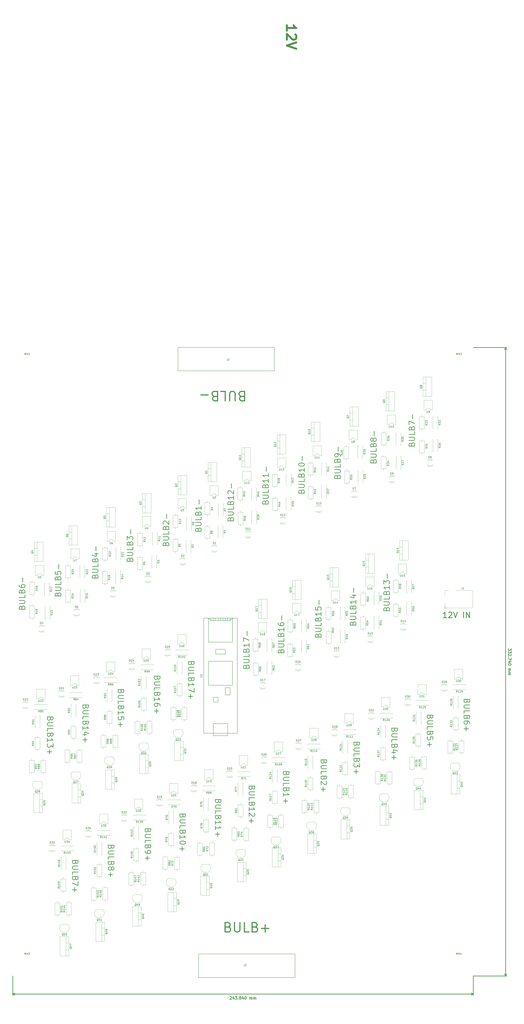
<source format=gto>
G04 #@! TF.GenerationSoftware,KiCad,Pcbnew,(5.0.0-3-g5ebb6b6)*
G04 #@! TF.CreationDate,2019-09-30T16:34:02-06:00*
G04 #@! TF.ProjectId,VasulkaTranslocationPCB,566173756C6B615472616E736C6F6361,rev?*
G04 #@! TF.SameCoordinates,Original*
G04 #@! TF.FileFunction,Legend,Top*
G04 #@! TF.FilePolarity,Positive*
%FSLAX46Y46*%
G04 Gerber Fmt 4.6, Leading zero omitted, Abs format (unit mm)*
G04 Created by KiCad (PCBNEW (5.0.0-3-g5ebb6b6)) date Monday, September 30, 2019 at 04:34:02 PM*
%MOMM*%
%LPD*%
G01*
G04 APERTURE LIST*
%ADD10C,0.300000*%
%ADD11C,0.400000*%
%ADD12C,0.600000*%
%ADD13C,1.000000*%
%ADD14C,0.150000*%
%ADD15C,0.120000*%
G04 APERTURE END LIST*
D10*
X221671428Y-450366428D02*
X221742857Y-450295000D01*
X221885714Y-450223571D01*
X222242857Y-450223571D01*
X222385714Y-450295000D01*
X222457142Y-450366428D01*
X222528571Y-450509285D01*
X222528571Y-450652142D01*
X222457142Y-450866428D01*
X221600000Y-451723571D01*
X222528571Y-451723571D01*
X223814285Y-450723571D02*
X223814285Y-451723571D01*
X223457142Y-450152142D02*
X223100000Y-451223571D01*
X224028571Y-451223571D01*
X224457142Y-450223571D02*
X225385714Y-450223571D01*
X224885714Y-450795000D01*
X225100000Y-450795000D01*
X225242857Y-450866428D01*
X225314285Y-450937857D01*
X225385714Y-451080714D01*
X225385714Y-451437857D01*
X225314285Y-451580714D01*
X225242857Y-451652142D01*
X225100000Y-451723571D01*
X224671428Y-451723571D01*
X224528571Y-451652142D01*
X224457142Y-451580714D01*
X226028571Y-451580714D02*
X226100000Y-451652142D01*
X226028571Y-451723571D01*
X225957142Y-451652142D01*
X226028571Y-451580714D01*
X226028571Y-451723571D01*
X226957142Y-450866428D02*
X226814285Y-450795000D01*
X226742857Y-450723571D01*
X226671428Y-450580714D01*
X226671428Y-450509285D01*
X226742857Y-450366428D01*
X226814285Y-450295000D01*
X226957142Y-450223571D01*
X227242857Y-450223571D01*
X227385714Y-450295000D01*
X227457142Y-450366428D01*
X227528571Y-450509285D01*
X227528571Y-450580714D01*
X227457142Y-450723571D01*
X227385714Y-450795000D01*
X227242857Y-450866428D01*
X226957142Y-450866428D01*
X226814285Y-450937857D01*
X226742857Y-451009285D01*
X226671428Y-451152142D01*
X226671428Y-451437857D01*
X226742857Y-451580714D01*
X226814285Y-451652142D01*
X226957142Y-451723571D01*
X227242857Y-451723571D01*
X227385714Y-451652142D01*
X227457142Y-451580714D01*
X227528571Y-451437857D01*
X227528571Y-451152142D01*
X227457142Y-451009285D01*
X227385714Y-450937857D01*
X227242857Y-450866428D01*
X228814285Y-450723571D02*
X228814285Y-451723571D01*
X228457142Y-450152142D02*
X228100000Y-451223571D01*
X229028571Y-451223571D01*
X229885714Y-450223571D02*
X230028571Y-450223571D01*
X230171428Y-450295000D01*
X230242857Y-450366428D01*
X230314285Y-450509285D01*
X230385714Y-450795000D01*
X230385714Y-451152142D01*
X230314285Y-451437857D01*
X230242857Y-451580714D01*
X230171428Y-451652142D01*
X230028571Y-451723571D01*
X229885714Y-451723571D01*
X229742857Y-451652142D01*
X229671428Y-451580714D01*
X229600000Y-451437857D01*
X229528571Y-451152142D01*
X229528571Y-450795000D01*
X229600000Y-450509285D01*
X229671428Y-450366428D01*
X229742857Y-450295000D01*
X229885714Y-450223571D01*
X232171428Y-451723571D02*
X232171428Y-450723571D01*
X232171428Y-450866428D02*
X232242857Y-450795000D01*
X232385714Y-450723571D01*
X232600000Y-450723571D01*
X232742857Y-450795000D01*
X232814285Y-450937857D01*
X232814285Y-451723571D01*
X232814285Y-450937857D02*
X232885714Y-450795000D01*
X233028571Y-450723571D01*
X233242857Y-450723571D01*
X233385714Y-450795000D01*
X233457142Y-450937857D01*
X233457142Y-451723571D01*
X234171428Y-451723571D02*
X234171428Y-450723571D01*
X234171428Y-450866428D02*
X234242857Y-450795000D01*
X234385714Y-450723571D01*
X234600000Y-450723571D01*
X234742857Y-450795000D01*
X234814285Y-450937857D01*
X234814285Y-451723571D01*
X234814285Y-450937857D02*
X234885714Y-450795000D01*
X235028571Y-450723571D01*
X235242857Y-450723571D01*
X235385714Y-450795000D01*
X235457142Y-450937857D01*
X235457142Y-451723571D01*
X350520000Y-448945000D02*
X106680000Y-448945000D01*
X350520000Y-439420000D02*
X350520000Y-449531421D01*
X106680000Y-439420000D02*
X106680000Y-449531421D01*
X106680000Y-448945000D02*
X107806504Y-448358579D01*
X106680000Y-448945000D02*
X107806504Y-449531421D01*
X350520000Y-448945000D02*
X349393496Y-448358579D01*
X350520000Y-448945000D02*
X349393496Y-449531421D01*
X370586428Y-266050000D02*
X370586428Y-266978571D01*
X370015000Y-266478571D01*
X370015000Y-266692857D01*
X369943571Y-266835714D01*
X369872142Y-266907142D01*
X369729285Y-266978571D01*
X369372142Y-266978571D01*
X369229285Y-266907142D01*
X369157857Y-266835714D01*
X369086428Y-266692857D01*
X369086428Y-266264285D01*
X369157857Y-266121428D01*
X369229285Y-266050000D01*
X370586428Y-267478571D02*
X370586428Y-268407142D01*
X370015000Y-267907142D01*
X370015000Y-268121428D01*
X369943571Y-268264285D01*
X369872142Y-268335714D01*
X369729285Y-268407142D01*
X369372142Y-268407142D01*
X369229285Y-268335714D01*
X369157857Y-268264285D01*
X369086428Y-268121428D01*
X369086428Y-267692857D01*
X369157857Y-267550000D01*
X369229285Y-267478571D01*
X370443571Y-268978571D02*
X370515000Y-269050000D01*
X370586428Y-269192857D01*
X370586428Y-269550000D01*
X370515000Y-269692857D01*
X370443571Y-269764285D01*
X370300714Y-269835714D01*
X370157857Y-269835714D01*
X369943571Y-269764285D01*
X369086428Y-268907142D01*
X369086428Y-269835714D01*
X369229285Y-270478571D02*
X369157857Y-270550000D01*
X369086428Y-270478571D01*
X369157857Y-270407142D01*
X369229285Y-270478571D01*
X369086428Y-270478571D01*
X370586428Y-271050000D02*
X370586428Y-272050000D01*
X369086428Y-271407142D01*
X370086428Y-273264285D02*
X369086428Y-273264285D01*
X370657857Y-272907142D02*
X369586428Y-272550000D01*
X369586428Y-273478571D01*
X370586428Y-274335714D02*
X370586428Y-274478571D01*
X370515000Y-274621428D01*
X370443571Y-274692857D01*
X370300714Y-274764285D01*
X370015000Y-274835714D01*
X369657857Y-274835714D01*
X369372142Y-274764285D01*
X369229285Y-274692857D01*
X369157857Y-274621428D01*
X369086428Y-274478571D01*
X369086428Y-274335714D01*
X369157857Y-274192857D01*
X369229285Y-274121428D01*
X369372142Y-274050000D01*
X369657857Y-273978571D01*
X370015000Y-273978571D01*
X370300714Y-274050000D01*
X370443571Y-274121428D01*
X370515000Y-274192857D01*
X370586428Y-274335714D01*
X369086428Y-276621428D02*
X370086428Y-276621428D01*
X369943571Y-276621428D02*
X370015000Y-276692857D01*
X370086428Y-276835714D01*
X370086428Y-277050000D01*
X370015000Y-277192857D01*
X369872142Y-277264285D01*
X369086428Y-277264285D01*
X369872142Y-277264285D02*
X370015000Y-277335714D01*
X370086428Y-277478571D01*
X370086428Y-277692857D01*
X370015000Y-277835714D01*
X369872142Y-277907142D01*
X369086428Y-277907142D01*
X369086428Y-278621428D02*
X370086428Y-278621428D01*
X369943571Y-278621428D02*
X370015000Y-278692857D01*
X370086428Y-278835714D01*
X370086428Y-279050000D01*
X370015000Y-279192857D01*
X369872142Y-279264285D01*
X369086428Y-279264285D01*
X369872142Y-279264285D02*
X370015000Y-279335714D01*
X370086428Y-279478571D01*
X370086428Y-279692857D01*
X370015000Y-279835714D01*
X369872142Y-279907142D01*
X369086428Y-279907142D01*
X367665000Y-106680000D02*
X367665000Y-439420000D01*
X350520000Y-106680000D02*
X368251421Y-106680000D01*
X350520000Y-439420000D02*
X368251421Y-439420000D01*
X367665000Y-439420000D02*
X367078579Y-438293496D01*
X367665000Y-439420000D02*
X368251421Y-438293496D01*
X367665000Y-106680000D02*
X367078579Y-107806504D01*
X367665000Y-106680000D02*
X368251421Y-107806504D01*
D11*
X336344285Y-249642142D02*
X334630000Y-249642142D01*
X335487142Y-249642142D02*
X335487142Y-246642142D01*
X335201428Y-247070714D01*
X334915714Y-247356428D01*
X334630000Y-247499285D01*
X337487142Y-246927857D02*
X337630000Y-246785000D01*
X337915714Y-246642142D01*
X338630000Y-246642142D01*
X338915714Y-246785000D01*
X339058571Y-246927857D01*
X339201428Y-247213571D01*
X339201428Y-247499285D01*
X339058571Y-247927857D01*
X337344285Y-249642142D01*
X339201428Y-249642142D01*
X340058571Y-246642142D02*
X341058571Y-249642142D01*
X342058571Y-246642142D01*
X345344285Y-249642142D02*
X345344285Y-246642142D01*
X346772857Y-249642142D02*
X346772857Y-246642142D01*
X348487142Y-249642142D01*
X348487142Y-246642142D01*
D12*
X220751047Y-413408857D02*
X221465333Y-413646952D01*
X221703428Y-413885047D01*
X221941523Y-414361238D01*
X221941523Y-415075523D01*
X221703428Y-415551714D01*
X221465333Y-415789809D01*
X220989142Y-416027904D01*
X219084380Y-416027904D01*
X219084380Y-411027904D01*
X220751047Y-411027904D01*
X221227238Y-411266000D01*
X221465333Y-411504095D01*
X221703428Y-411980285D01*
X221703428Y-412456476D01*
X221465333Y-412932666D01*
X221227238Y-413170761D01*
X220751047Y-413408857D01*
X219084380Y-413408857D01*
X224084380Y-411027904D02*
X224084380Y-415075523D01*
X224322476Y-415551714D01*
X224560571Y-415789809D01*
X225036761Y-416027904D01*
X225989142Y-416027904D01*
X226465333Y-415789809D01*
X226703428Y-415551714D01*
X226941523Y-415075523D01*
X226941523Y-411027904D01*
X231703428Y-416027904D02*
X229322476Y-416027904D01*
X229322476Y-411027904D01*
X235036761Y-413408857D02*
X235751047Y-413646952D01*
X235989142Y-413885047D01*
X236227238Y-414361238D01*
X236227238Y-415075523D01*
X235989142Y-415551714D01*
X235751047Y-415789809D01*
X235274857Y-416027904D01*
X233370095Y-416027904D01*
X233370095Y-411027904D01*
X235036761Y-411027904D01*
X235512952Y-411266000D01*
X235751047Y-411504095D01*
X235989142Y-411980285D01*
X235989142Y-412456476D01*
X235751047Y-412932666D01*
X235512952Y-413170761D01*
X235036761Y-413408857D01*
X233370095Y-413408857D01*
X238370095Y-414123142D02*
X242179619Y-414123142D01*
X240274857Y-416027904D02*
X240274857Y-412218380D01*
D10*
X233386285Y-339829285D02*
X233243428Y-340257857D01*
X233100571Y-340400714D01*
X232814857Y-340543571D01*
X232386285Y-340543571D01*
X232100571Y-340400714D01*
X231957714Y-340257857D01*
X231814857Y-339972142D01*
X231814857Y-338829285D01*
X234814857Y-338829285D01*
X234814857Y-339829285D01*
X234672000Y-340115000D01*
X234529142Y-340257857D01*
X234243428Y-340400714D01*
X233957714Y-340400714D01*
X233672000Y-340257857D01*
X233529142Y-340115000D01*
X233386285Y-339829285D01*
X233386285Y-338829285D01*
X234814857Y-341829285D02*
X232386285Y-341829285D01*
X232100571Y-341972142D01*
X231957714Y-342115000D01*
X231814857Y-342400714D01*
X231814857Y-342972142D01*
X231957714Y-343257857D01*
X232100571Y-343400714D01*
X232386285Y-343543571D01*
X234814857Y-343543571D01*
X231814857Y-346400714D02*
X231814857Y-344972142D01*
X234814857Y-344972142D01*
X233386285Y-348400714D02*
X233243428Y-348829285D01*
X233100571Y-348972142D01*
X232814857Y-349115000D01*
X232386285Y-349115000D01*
X232100571Y-348972142D01*
X231957714Y-348829285D01*
X231814857Y-348543571D01*
X231814857Y-347400714D01*
X234814857Y-347400714D01*
X234814857Y-348400714D01*
X234672000Y-348686428D01*
X234529142Y-348829285D01*
X234243428Y-348972142D01*
X233957714Y-348972142D01*
X233672000Y-348829285D01*
X233529142Y-348686428D01*
X233386285Y-348400714D01*
X233386285Y-347400714D01*
X231814857Y-351972142D02*
X231814857Y-350257857D01*
X231814857Y-351115000D02*
X234814857Y-351115000D01*
X234386285Y-350829285D01*
X234100571Y-350543571D01*
X233957714Y-350257857D01*
X234529142Y-353115000D02*
X234672000Y-353257857D01*
X234814857Y-353543571D01*
X234814857Y-354257857D01*
X234672000Y-354543571D01*
X234529142Y-354686428D01*
X234243428Y-354829285D01*
X233957714Y-354829285D01*
X233529142Y-354686428D01*
X231814857Y-352972142D01*
X231814857Y-354829285D01*
X232957714Y-356115000D02*
X232957714Y-358400714D01*
X231814857Y-357257857D02*
X234100571Y-357257857D01*
X215542785Y-346877785D02*
X215399928Y-347306357D01*
X215257071Y-347449214D01*
X214971357Y-347592071D01*
X214542785Y-347592071D01*
X214257071Y-347449214D01*
X214114214Y-347306357D01*
X213971357Y-347020642D01*
X213971357Y-345877785D01*
X216971357Y-345877785D01*
X216971357Y-346877785D01*
X216828500Y-347163500D01*
X216685642Y-347306357D01*
X216399928Y-347449214D01*
X216114214Y-347449214D01*
X215828500Y-347306357D01*
X215685642Y-347163500D01*
X215542785Y-346877785D01*
X215542785Y-345877785D01*
X216971357Y-348877785D02*
X214542785Y-348877785D01*
X214257071Y-349020642D01*
X214114214Y-349163500D01*
X213971357Y-349449214D01*
X213971357Y-350020642D01*
X214114214Y-350306357D01*
X214257071Y-350449214D01*
X214542785Y-350592071D01*
X216971357Y-350592071D01*
X213971357Y-353449214D02*
X213971357Y-352020642D01*
X216971357Y-352020642D01*
X215542785Y-355449214D02*
X215399928Y-355877785D01*
X215257071Y-356020642D01*
X214971357Y-356163500D01*
X214542785Y-356163500D01*
X214257071Y-356020642D01*
X214114214Y-355877785D01*
X213971357Y-355592071D01*
X213971357Y-354449214D01*
X216971357Y-354449214D01*
X216971357Y-355449214D01*
X216828500Y-355734928D01*
X216685642Y-355877785D01*
X216399928Y-356020642D01*
X216114214Y-356020642D01*
X215828500Y-355877785D01*
X215685642Y-355734928D01*
X215542785Y-355449214D01*
X215542785Y-354449214D01*
X213971357Y-359020642D02*
X213971357Y-357306357D01*
X213971357Y-358163500D02*
X216971357Y-358163500D01*
X216542785Y-357877785D01*
X216257071Y-357592071D01*
X216114214Y-357306357D01*
X213971357Y-361877785D02*
X213971357Y-360163500D01*
X213971357Y-361020642D02*
X216971357Y-361020642D01*
X216542785Y-360734928D01*
X216257071Y-360449214D01*
X216114214Y-360163500D01*
X215114214Y-363163500D02*
X215114214Y-365449214D01*
X213971357Y-364306357D02*
X216257071Y-364306357D01*
X196746785Y-354624785D02*
X196603928Y-355053357D01*
X196461071Y-355196214D01*
X196175357Y-355339071D01*
X195746785Y-355339071D01*
X195461071Y-355196214D01*
X195318214Y-355053357D01*
X195175357Y-354767642D01*
X195175357Y-353624785D01*
X198175357Y-353624785D01*
X198175357Y-354624785D01*
X198032500Y-354910500D01*
X197889642Y-355053357D01*
X197603928Y-355196214D01*
X197318214Y-355196214D01*
X197032500Y-355053357D01*
X196889642Y-354910500D01*
X196746785Y-354624785D01*
X196746785Y-353624785D01*
X198175357Y-356624785D02*
X195746785Y-356624785D01*
X195461071Y-356767642D01*
X195318214Y-356910500D01*
X195175357Y-357196214D01*
X195175357Y-357767642D01*
X195318214Y-358053357D01*
X195461071Y-358196214D01*
X195746785Y-358339071D01*
X198175357Y-358339071D01*
X195175357Y-361196214D02*
X195175357Y-359767642D01*
X198175357Y-359767642D01*
X196746785Y-363196214D02*
X196603928Y-363624785D01*
X196461071Y-363767642D01*
X196175357Y-363910500D01*
X195746785Y-363910500D01*
X195461071Y-363767642D01*
X195318214Y-363624785D01*
X195175357Y-363339071D01*
X195175357Y-362196214D01*
X198175357Y-362196214D01*
X198175357Y-363196214D01*
X198032500Y-363481928D01*
X197889642Y-363624785D01*
X197603928Y-363767642D01*
X197318214Y-363767642D01*
X197032500Y-363624785D01*
X196889642Y-363481928D01*
X196746785Y-363196214D01*
X196746785Y-362196214D01*
X195175357Y-366767642D02*
X195175357Y-365053357D01*
X195175357Y-365910500D02*
X198175357Y-365910500D01*
X197746785Y-365624785D01*
X197461071Y-365339071D01*
X197318214Y-365053357D01*
X198175357Y-368624785D02*
X198175357Y-368910500D01*
X198032500Y-369196214D01*
X197889642Y-369339071D01*
X197603928Y-369481928D01*
X197032500Y-369624785D01*
X196318214Y-369624785D01*
X195746785Y-369481928D01*
X195461071Y-369339071D01*
X195318214Y-369196214D01*
X195175357Y-368910500D01*
X195175357Y-368624785D01*
X195318214Y-368339071D01*
X195461071Y-368196214D01*
X195746785Y-368053357D01*
X196318214Y-367910500D01*
X197032500Y-367910500D01*
X197603928Y-368053357D01*
X197889642Y-368196214D01*
X198032500Y-368339071D01*
X198175357Y-368624785D01*
X196318214Y-370910500D02*
X196318214Y-373196214D01*
X195175357Y-372053357D02*
X197461071Y-372053357D01*
X178331785Y-362403357D02*
X178188928Y-362831928D01*
X178046071Y-362974785D01*
X177760357Y-363117642D01*
X177331785Y-363117642D01*
X177046071Y-362974785D01*
X176903214Y-362831928D01*
X176760357Y-362546214D01*
X176760357Y-361403357D01*
X179760357Y-361403357D01*
X179760357Y-362403357D01*
X179617500Y-362689071D01*
X179474642Y-362831928D01*
X179188928Y-362974785D01*
X178903214Y-362974785D01*
X178617500Y-362831928D01*
X178474642Y-362689071D01*
X178331785Y-362403357D01*
X178331785Y-361403357D01*
X179760357Y-364403357D02*
X177331785Y-364403357D01*
X177046071Y-364546214D01*
X176903214Y-364689071D01*
X176760357Y-364974785D01*
X176760357Y-365546214D01*
X176903214Y-365831928D01*
X177046071Y-365974785D01*
X177331785Y-366117642D01*
X179760357Y-366117642D01*
X176760357Y-368974785D02*
X176760357Y-367546214D01*
X179760357Y-367546214D01*
X178331785Y-370974785D02*
X178188928Y-371403357D01*
X178046071Y-371546214D01*
X177760357Y-371689071D01*
X177331785Y-371689071D01*
X177046071Y-371546214D01*
X176903214Y-371403357D01*
X176760357Y-371117642D01*
X176760357Y-369974785D01*
X179760357Y-369974785D01*
X179760357Y-370974785D01*
X179617500Y-371260500D01*
X179474642Y-371403357D01*
X179188928Y-371546214D01*
X178903214Y-371546214D01*
X178617500Y-371403357D01*
X178474642Y-371260500D01*
X178331785Y-370974785D01*
X178331785Y-369974785D01*
X176760357Y-373117642D02*
X176760357Y-373689071D01*
X176903214Y-373974785D01*
X177046071Y-374117642D01*
X177474642Y-374403357D01*
X178046071Y-374546214D01*
X179188928Y-374546214D01*
X179474642Y-374403357D01*
X179617500Y-374260500D01*
X179760357Y-373974785D01*
X179760357Y-373403357D01*
X179617500Y-373117642D01*
X179474642Y-372974785D01*
X179188928Y-372831928D01*
X178474642Y-372831928D01*
X178188928Y-372974785D01*
X178046071Y-373117642D01*
X177903214Y-373403357D01*
X177903214Y-373974785D01*
X178046071Y-374260500D01*
X178188928Y-374403357D01*
X178474642Y-374546214D01*
X177903214Y-375831928D02*
X177903214Y-378117642D01*
X176760357Y-376974785D02*
X179046071Y-376974785D01*
X158837285Y-371166357D02*
X158694428Y-371594928D01*
X158551571Y-371737785D01*
X158265857Y-371880642D01*
X157837285Y-371880642D01*
X157551571Y-371737785D01*
X157408714Y-371594928D01*
X157265857Y-371309214D01*
X157265857Y-370166357D01*
X160265857Y-370166357D01*
X160265857Y-371166357D01*
X160123000Y-371452071D01*
X159980142Y-371594928D01*
X159694428Y-371737785D01*
X159408714Y-371737785D01*
X159123000Y-371594928D01*
X158980142Y-371452071D01*
X158837285Y-371166357D01*
X158837285Y-370166357D01*
X160265857Y-373166357D02*
X157837285Y-373166357D01*
X157551571Y-373309214D01*
X157408714Y-373452071D01*
X157265857Y-373737785D01*
X157265857Y-374309214D01*
X157408714Y-374594928D01*
X157551571Y-374737785D01*
X157837285Y-374880642D01*
X160265857Y-374880642D01*
X157265857Y-377737785D02*
X157265857Y-376309214D01*
X160265857Y-376309214D01*
X158837285Y-379737785D02*
X158694428Y-380166357D01*
X158551571Y-380309214D01*
X158265857Y-380452071D01*
X157837285Y-380452071D01*
X157551571Y-380309214D01*
X157408714Y-380166357D01*
X157265857Y-379880642D01*
X157265857Y-378737785D01*
X160265857Y-378737785D01*
X160265857Y-379737785D01*
X160123000Y-380023500D01*
X159980142Y-380166357D01*
X159694428Y-380309214D01*
X159408714Y-380309214D01*
X159123000Y-380166357D01*
X158980142Y-380023500D01*
X158837285Y-379737785D01*
X158837285Y-378737785D01*
X158980142Y-382166357D02*
X159123000Y-381880642D01*
X159265857Y-381737785D01*
X159551571Y-381594928D01*
X159694428Y-381594928D01*
X159980142Y-381737785D01*
X160123000Y-381880642D01*
X160265857Y-382166357D01*
X160265857Y-382737785D01*
X160123000Y-383023500D01*
X159980142Y-383166357D01*
X159694428Y-383309214D01*
X159551571Y-383309214D01*
X159265857Y-383166357D01*
X159123000Y-383023500D01*
X158980142Y-382737785D01*
X158980142Y-382166357D01*
X158837285Y-381880642D01*
X158694428Y-381737785D01*
X158408714Y-381594928D01*
X157837285Y-381594928D01*
X157551571Y-381737785D01*
X157408714Y-381880642D01*
X157265857Y-382166357D01*
X157265857Y-382737785D01*
X157408714Y-383023500D01*
X157551571Y-383166357D01*
X157837285Y-383309214D01*
X158408714Y-383309214D01*
X158694428Y-383166357D01*
X158837285Y-383023500D01*
X158980142Y-382737785D01*
X158408714Y-384594928D02*
X158408714Y-386880642D01*
X157265857Y-385737785D02*
X159551571Y-385737785D01*
X139850785Y-379167357D02*
X139707928Y-379595928D01*
X139565071Y-379738785D01*
X139279357Y-379881642D01*
X138850785Y-379881642D01*
X138565071Y-379738785D01*
X138422214Y-379595928D01*
X138279357Y-379310214D01*
X138279357Y-378167357D01*
X141279357Y-378167357D01*
X141279357Y-379167357D01*
X141136500Y-379453071D01*
X140993642Y-379595928D01*
X140707928Y-379738785D01*
X140422214Y-379738785D01*
X140136500Y-379595928D01*
X139993642Y-379453071D01*
X139850785Y-379167357D01*
X139850785Y-378167357D01*
X141279357Y-381167357D02*
X138850785Y-381167357D01*
X138565071Y-381310214D01*
X138422214Y-381453071D01*
X138279357Y-381738785D01*
X138279357Y-382310214D01*
X138422214Y-382595928D01*
X138565071Y-382738785D01*
X138850785Y-382881642D01*
X141279357Y-382881642D01*
X138279357Y-385738785D02*
X138279357Y-384310214D01*
X141279357Y-384310214D01*
X139850785Y-387738785D02*
X139707928Y-388167357D01*
X139565071Y-388310214D01*
X139279357Y-388453071D01*
X138850785Y-388453071D01*
X138565071Y-388310214D01*
X138422214Y-388167357D01*
X138279357Y-387881642D01*
X138279357Y-386738785D01*
X141279357Y-386738785D01*
X141279357Y-387738785D01*
X141136500Y-388024500D01*
X140993642Y-388167357D01*
X140707928Y-388310214D01*
X140422214Y-388310214D01*
X140136500Y-388167357D01*
X139993642Y-388024500D01*
X139850785Y-387738785D01*
X139850785Y-386738785D01*
X141279357Y-389453071D02*
X141279357Y-391453071D01*
X138279357Y-390167357D01*
X139422214Y-392595928D02*
X139422214Y-394881642D01*
X138279357Y-393738785D02*
X140565071Y-393738785D01*
X347178285Y-293886857D02*
X347035428Y-294315428D01*
X346892571Y-294458285D01*
X346606857Y-294601142D01*
X346178285Y-294601142D01*
X345892571Y-294458285D01*
X345749714Y-294315428D01*
X345606857Y-294029714D01*
X345606857Y-292886857D01*
X348606857Y-292886857D01*
X348606857Y-293886857D01*
X348464000Y-294172571D01*
X348321142Y-294315428D01*
X348035428Y-294458285D01*
X347749714Y-294458285D01*
X347464000Y-294315428D01*
X347321142Y-294172571D01*
X347178285Y-293886857D01*
X347178285Y-292886857D01*
X348606857Y-295886857D02*
X346178285Y-295886857D01*
X345892571Y-296029714D01*
X345749714Y-296172571D01*
X345606857Y-296458285D01*
X345606857Y-297029714D01*
X345749714Y-297315428D01*
X345892571Y-297458285D01*
X346178285Y-297601142D01*
X348606857Y-297601142D01*
X345606857Y-300458285D02*
X345606857Y-299029714D01*
X348606857Y-299029714D01*
X347178285Y-302458285D02*
X347035428Y-302886857D01*
X346892571Y-303029714D01*
X346606857Y-303172571D01*
X346178285Y-303172571D01*
X345892571Y-303029714D01*
X345749714Y-302886857D01*
X345606857Y-302601142D01*
X345606857Y-301458285D01*
X348606857Y-301458285D01*
X348606857Y-302458285D01*
X348464000Y-302744000D01*
X348321142Y-302886857D01*
X348035428Y-303029714D01*
X347749714Y-303029714D01*
X347464000Y-302886857D01*
X347321142Y-302744000D01*
X347178285Y-302458285D01*
X347178285Y-301458285D01*
X348606857Y-305744000D02*
X348606857Y-305172571D01*
X348464000Y-304886857D01*
X348321142Y-304744000D01*
X347892571Y-304458285D01*
X347321142Y-304315428D01*
X346178285Y-304315428D01*
X345892571Y-304458285D01*
X345749714Y-304601142D01*
X345606857Y-304886857D01*
X345606857Y-305458285D01*
X345749714Y-305744000D01*
X345892571Y-305886857D01*
X346178285Y-306029714D01*
X346892571Y-306029714D01*
X347178285Y-305886857D01*
X347321142Y-305744000D01*
X347464000Y-305458285D01*
X347464000Y-304886857D01*
X347321142Y-304601142D01*
X347178285Y-304458285D01*
X346892571Y-304315428D01*
X346749714Y-307315428D02*
X346749714Y-309601142D01*
X345606857Y-308458285D02*
X347892571Y-308458285D01*
X327683785Y-302268857D02*
X327540928Y-302697428D01*
X327398071Y-302840285D01*
X327112357Y-302983142D01*
X326683785Y-302983142D01*
X326398071Y-302840285D01*
X326255214Y-302697428D01*
X326112357Y-302411714D01*
X326112357Y-301268857D01*
X329112357Y-301268857D01*
X329112357Y-302268857D01*
X328969500Y-302554571D01*
X328826642Y-302697428D01*
X328540928Y-302840285D01*
X328255214Y-302840285D01*
X327969500Y-302697428D01*
X327826642Y-302554571D01*
X327683785Y-302268857D01*
X327683785Y-301268857D01*
X329112357Y-304268857D02*
X326683785Y-304268857D01*
X326398071Y-304411714D01*
X326255214Y-304554571D01*
X326112357Y-304840285D01*
X326112357Y-305411714D01*
X326255214Y-305697428D01*
X326398071Y-305840285D01*
X326683785Y-305983142D01*
X329112357Y-305983142D01*
X326112357Y-308840285D02*
X326112357Y-307411714D01*
X329112357Y-307411714D01*
X327683785Y-310840285D02*
X327540928Y-311268857D01*
X327398071Y-311411714D01*
X327112357Y-311554571D01*
X326683785Y-311554571D01*
X326398071Y-311411714D01*
X326255214Y-311268857D01*
X326112357Y-310983142D01*
X326112357Y-309840285D01*
X329112357Y-309840285D01*
X329112357Y-310840285D01*
X328969500Y-311126000D01*
X328826642Y-311268857D01*
X328540928Y-311411714D01*
X328255214Y-311411714D01*
X327969500Y-311268857D01*
X327826642Y-311126000D01*
X327683785Y-310840285D01*
X327683785Y-309840285D01*
X329112357Y-314268857D02*
X329112357Y-312840285D01*
X327683785Y-312697428D01*
X327826642Y-312840285D01*
X327969500Y-313126000D01*
X327969500Y-313840285D01*
X327826642Y-314126000D01*
X327683785Y-314268857D01*
X327398071Y-314411714D01*
X326683785Y-314411714D01*
X326398071Y-314268857D01*
X326255214Y-314126000D01*
X326112357Y-313840285D01*
X326112357Y-313126000D01*
X326255214Y-312840285D01*
X326398071Y-312697428D01*
X327255214Y-315697428D02*
X327255214Y-317983142D01*
X326112357Y-316840285D02*
X328398071Y-316840285D01*
X308887785Y-309126857D02*
X308744928Y-309555428D01*
X308602071Y-309698285D01*
X308316357Y-309841142D01*
X307887785Y-309841142D01*
X307602071Y-309698285D01*
X307459214Y-309555428D01*
X307316357Y-309269714D01*
X307316357Y-308126857D01*
X310316357Y-308126857D01*
X310316357Y-309126857D01*
X310173500Y-309412571D01*
X310030642Y-309555428D01*
X309744928Y-309698285D01*
X309459214Y-309698285D01*
X309173500Y-309555428D01*
X309030642Y-309412571D01*
X308887785Y-309126857D01*
X308887785Y-308126857D01*
X310316357Y-311126857D02*
X307887785Y-311126857D01*
X307602071Y-311269714D01*
X307459214Y-311412571D01*
X307316357Y-311698285D01*
X307316357Y-312269714D01*
X307459214Y-312555428D01*
X307602071Y-312698285D01*
X307887785Y-312841142D01*
X310316357Y-312841142D01*
X307316357Y-315698285D02*
X307316357Y-314269714D01*
X310316357Y-314269714D01*
X308887785Y-317698285D02*
X308744928Y-318126857D01*
X308602071Y-318269714D01*
X308316357Y-318412571D01*
X307887785Y-318412571D01*
X307602071Y-318269714D01*
X307459214Y-318126857D01*
X307316357Y-317841142D01*
X307316357Y-316698285D01*
X310316357Y-316698285D01*
X310316357Y-317698285D01*
X310173500Y-317984000D01*
X310030642Y-318126857D01*
X309744928Y-318269714D01*
X309459214Y-318269714D01*
X309173500Y-318126857D01*
X309030642Y-317984000D01*
X308887785Y-317698285D01*
X308887785Y-316698285D01*
X309316357Y-320984000D02*
X307316357Y-320984000D01*
X310459214Y-320269714D02*
X308316357Y-319555428D01*
X308316357Y-321412571D01*
X308459214Y-322555428D02*
X308459214Y-324841142D01*
X307316357Y-323698285D02*
X309602071Y-323698285D01*
X288885285Y-316619857D02*
X288742428Y-317048428D01*
X288599571Y-317191285D01*
X288313857Y-317334142D01*
X287885285Y-317334142D01*
X287599571Y-317191285D01*
X287456714Y-317048428D01*
X287313857Y-316762714D01*
X287313857Y-315619857D01*
X290313857Y-315619857D01*
X290313857Y-316619857D01*
X290171000Y-316905571D01*
X290028142Y-317048428D01*
X289742428Y-317191285D01*
X289456714Y-317191285D01*
X289171000Y-317048428D01*
X289028142Y-316905571D01*
X288885285Y-316619857D01*
X288885285Y-315619857D01*
X290313857Y-318619857D02*
X287885285Y-318619857D01*
X287599571Y-318762714D01*
X287456714Y-318905571D01*
X287313857Y-319191285D01*
X287313857Y-319762714D01*
X287456714Y-320048428D01*
X287599571Y-320191285D01*
X287885285Y-320334142D01*
X290313857Y-320334142D01*
X287313857Y-323191285D02*
X287313857Y-321762714D01*
X290313857Y-321762714D01*
X288885285Y-325191285D02*
X288742428Y-325619857D01*
X288599571Y-325762714D01*
X288313857Y-325905571D01*
X287885285Y-325905571D01*
X287599571Y-325762714D01*
X287456714Y-325619857D01*
X287313857Y-325334142D01*
X287313857Y-324191285D01*
X290313857Y-324191285D01*
X290313857Y-325191285D01*
X290171000Y-325477000D01*
X290028142Y-325619857D01*
X289742428Y-325762714D01*
X289456714Y-325762714D01*
X289171000Y-325619857D01*
X289028142Y-325477000D01*
X288885285Y-325191285D01*
X288885285Y-324191285D01*
X290313857Y-326905571D02*
X290313857Y-328762714D01*
X289171000Y-327762714D01*
X289171000Y-328191285D01*
X289028142Y-328477000D01*
X288885285Y-328619857D01*
X288599571Y-328762714D01*
X287885285Y-328762714D01*
X287599571Y-328619857D01*
X287456714Y-328477000D01*
X287313857Y-328191285D01*
X287313857Y-327334142D01*
X287456714Y-327048428D01*
X287599571Y-326905571D01*
X288456714Y-330048428D02*
X288456714Y-332334142D01*
X287313857Y-331191285D02*
X289599571Y-331191285D01*
X271486285Y-325954357D02*
X271343428Y-326382928D01*
X271200571Y-326525785D01*
X270914857Y-326668642D01*
X270486285Y-326668642D01*
X270200571Y-326525785D01*
X270057714Y-326382928D01*
X269914857Y-326097214D01*
X269914857Y-324954357D01*
X272914857Y-324954357D01*
X272914857Y-325954357D01*
X272772000Y-326240071D01*
X272629142Y-326382928D01*
X272343428Y-326525785D01*
X272057714Y-326525785D01*
X271772000Y-326382928D01*
X271629142Y-326240071D01*
X271486285Y-325954357D01*
X271486285Y-324954357D01*
X272914857Y-327954357D02*
X270486285Y-327954357D01*
X270200571Y-328097214D01*
X270057714Y-328240071D01*
X269914857Y-328525785D01*
X269914857Y-329097214D01*
X270057714Y-329382928D01*
X270200571Y-329525785D01*
X270486285Y-329668642D01*
X272914857Y-329668642D01*
X269914857Y-332525785D02*
X269914857Y-331097214D01*
X272914857Y-331097214D01*
X271486285Y-334525785D02*
X271343428Y-334954357D01*
X271200571Y-335097214D01*
X270914857Y-335240071D01*
X270486285Y-335240071D01*
X270200571Y-335097214D01*
X270057714Y-334954357D01*
X269914857Y-334668642D01*
X269914857Y-333525785D01*
X272914857Y-333525785D01*
X272914857Y-334525785D01*
X272772000Y-334811500D01*
X272629142Y-334954357D01*
X272343428Y-335097214D01*
X272057714Y-335097214D01*
X271772000Y-334954357D01*
X271629142Y-334811500D01*
X271486285Y-334525785D01*
X271486285Y-333525785D01*
X272629142Y-336382928D02*
X272772000Y-336525785D01*
X272914857Y-336811500D01*
X272914857Y-337525785D01*
X272772000Y-337811500D01*
X272629142Y-337954357D01*
X272343428Y-338097214D01*
X272057714Y-338097214D01*
X271629142Y-337954357D01*
X269914857Y-336240071D01*
X269914857Y-338097214D01*
X271057714Y-339382928D02*
X271057714Y-341668642D01*
X269914857Y-340525785D02*
X272200571Y-340525785D01*
X251547285Y-332177357D02*
X251404428Y-332605928D01*
X251261571Y-332748785D01*
X250975857Y-332891642D01*
X250547285Y-332891642D01*
X250261571Y-332748785D01*
X250118714Y-332605928D01*
X249975857Y-332320214D01*
X249975857Y-331177357D01*
X252975857Y-331177357D01*
X252975857Y-332177357D01*
X252833000Y-332463071D01*
X252690142Y-332605928D01*
X252404428Y-332748785D01*
X252118714Y-332748785D01*
X251833000Y-332605928D01*
X251690142Y-332463071D01*
X251547285Y-332177357D01*
X251547285Y-331177357D01*
X252975857Y-334177357D02*
X250547285Y-334177357D01*
X250261571Y-334320214D01*
X250118714Y-334463071D01*
X249975857Y-334748785D01*
X249975857Y-335320214D01*
X250118714Y-335605928D01*
X250261571Y-335748785D01*
X250547285Y-335891642D01*
X252975857Y-335891642D01*
X249975857Y-338748785D02*
X249975857Y-337320214D01*
X252975857Y-337320214D01*
X251547285Y-340748785D02*
X251404428Y-341177357D01*
X251261571Y-341320214D01*
X250975857Y-341463071D01*
X250547285Y-341463071D01*
X250261571Y-341320214D01*
X250118714Y-341177357D01*
X249975857Y-340891642D01*
X249975857Y-339748785D01*
X252975857Y-339748785D01*
X252975857Y-340748785D01*
X252833000Y-341034500D01*
X252690142Y-341177357D01*
X252404428Y-341320214D01*
X252118714Y-341320214D01*
X251833000Y-341177357D01*
X251690142Y-341034500D01*
X251547285Y-340748785D01*
X251547285Y-339748785D01*
X249975857Y-344320214D02*
X249975857Y-342605928D01*
X249975857Y-343463071D02*
X252975857Y-343463071D01*
X252547285Y-343177357D01*
X252261571Y-342891642D01*
X252118714Y-342605928D01*
X251118714Y-345605928D02*
X251118714Y-347891642D01*
X249975857Y-346748785D02*
X252261571Y-346748785D01*
X201255285Y-273916285D02*
X201112428Y-274344857D01*
X200969571Y-274487714D01*
X200683857Y-274630571D01*
X200255285Y-274630571D01*
X199969571Y-274487714D01*
X199826714Y-274344857D01*
X199683857Y-274059142D01*
X199683857Y-272916285D01*
X202683857Y-272916285D01*
X202683857Y-273916285D01*
X202541000Y-274202000D01*
X202398142Y-274344857D01*
X202112428Y-274487714D01*
X201826714Y-274487714D01*
X201541000Y-274344857D01*
X201398142Y-274202000D01*
X201255285Y-273916285D01*
X201255285Y-272916285D01*
X202683857Y-275916285D02*
X200255285Y-275916285D01*
X199969571Y-276059142D01*
X199826714Y-276202000D01*
X199683857Y-276487714D01*
X199683857Y-277059142D01*
X199826714Y-277344857D01*
X199969571Y-277487714D01*
X200255285Y-277630571D01*
X202683857Y-277630571D01*
X199683857Y-280487714D02*
X199683857Y-279059142D01*
X202683857Y-279059142D01*
X201255285Y-282487714D02*
X201112428Y-282916285D01*
X200969571Y-283059142D01*
X200683857Y-283202000D01*
X200255285Y-283202000D01*
X199969571Y-283059142D01*
X199826714Y-282916285D01*
X199683857Y-282630571D01*
X199683857Y-281487714D01*
X202683857Y-281487714D01*
X202683857Y-282487714D01*
X202541000Y-282773428D01*
X202398142Y-282916285D01*
X202112428Y-283059142D01*
X201826714Y-283059142D01*
X201541000Y-282916285D01*
X201398142Y-282773428D01*
X201255285Y-282487714D01*
X201255285Y-281487714D01*
X199683857Y-286059142D02*
X199683857Y-284344857D01*
X199683857Y-285202000D02*
X202683857Y-285202000D01*
X202255285Y-284916285D01*
X201969571Y-284630571D01*
X201826714Y-284344857D01*
X202683857Y-287059142D02*
X202683857Y-289059142D01*
X199683857Y-287773428D01*
X200826714Y-290202000D02*
X200826714Y-292487714D01*
X199683857Y-291344857D02*
X201969571Y-291344857D01*
X183221285Y-281663285D02*
X183078428Y-282091857D01*
X182935571Y-282234714D01*
X182649857Y-282377571D01*
X182221285Y-282377571D01*
X181935571Y-282234714D01*
X181792714Y-282091857D01*
X181649857Y-281806142D01*
X181649857Y-280663285D01*
X184649857Y-280663285D01*
X184649857Y-281663285D01*
X184507000Y-281949000D01*
X184364142Y-282091857D01*
X184078428Y-282234714D01*
X183792714Y-282234714D01*
X183507000Y-282091857D01*
X183364142Y-281949000D01*
X183221285Y-281663285D01*
X183221285Y-280663285D01*
X184649857Y-283663285D02*
X182221285Y-283663285D01*
X181935571Y-283806142D01*
X181792714Y-283949000D01*
X181649857Y-284234714D01*
X181649857Y-284806142D01*
X181792714Y-285091857D01*
X181935571Y-285234714D01*
X182221285Y-285377571D01*
X184649857Y-285377571D01*
X181649857Y-288234714D02*
X181649857Y-286806142D01*
X184649857Y-286806142D01*
X183221285Y-290234714D02*
X183078428Y-290663285D01*
X182935571Y-290806142D01*
X182649857Y-290949000D01*
X182221285Y-290949000D01*
X181935571Y-290806142D01*
X181792714Y-290663285D01*
X181649857Y-290377571D01*
X181649857Y-289234714D01*
X184649857Y-289234714D01*
X184649857Y-290234714D01*
X184507000Y-290520428D01*
X184364142Y-290663285D01*
X184078428Y-290806142D01*
X183792714Y-290806142D01*
X183507000Y-290663285D01*
X183364142Y-290520428D01*
X183221285Y-290234714D01*
X183221285Y-289234714D01*
X181649857Y-293806142D02*
X181649857Y-292091857D01*
X181649857Y-292949000D02*
X184649857Y-292949000D01*
X184221285Y-292663285D01*
X183935571Y-292377571D01*
X183792714Y-292091857D01*
X184649857Y-296377571D02*
X184649857Y-295806142D01*
X184507000Y-295520428D01*
X184364142Y-295377571D01*
X183935571Y-295091857D01*
X183364142Y-294949000D01*
X182221285Y-294949000D01*
X181935571Y-295091857D01*
X181792714Y-295234714D01*
X181649857Y-295520428D01*
X181649857Y-296091857D01*
X181792714Y-296377571D01*
X181935571Y-296520428D01*
X182221285Y-296663285D01*
X182935571Y-296663285D01*
X183221285Y-296520428D01*
X183364142Y-296377571D01*
X183507000Y-296091857D01*
X183507000Y-295520428D01*
X183364142Y-295234714D01*
X183221285Y-295091857D01*
X182935571Y-294949000D01*
X182792714Y-297949000D02*
X182792714Y-300234714D01*
X181649857Y-299091857D02*
X183935571Y-299091857D01*
X164044285Y-288775285D02*
X163901428Y-289203857D01*
X163758571Y-289346714D01*
X163472857Y-289489571D01*
X163044285Y-289489571D01*
X162758571Y-289346714D01*
X162615714Y-289203857D01*
X162472857Y-288918142D01*
X162472857Y-287775285D01*
X165472857Y-287775285D01*
X165472857Y-288775285D01*
X165330000Y-289061000D01*
X165187142Y-289203857D01*
X164901428Y-289346714D01*
X164615714Y-289346714D01*
X164330000Y-289203857D01*
X164187142Y-289061000D01*
X164044285Y-288775285D01*
X164044285Y-287775285D01*
X165472857Y-290775285D02*
X163044285Y-290775285D01*
X162758571Y-290918142D01*
X162615714Y-291061000D01*
X162472857Y-291346714D01*
X162472857Y-291918142D01*
X162615714Y-292203857D01*
X162758571Y-292346714D01*
X163044285Y-292489571D01*
X165472857Y-292489571D01*
X162472857Y-295346714D02*
X162472857Y-293918142D01*
X165472857Y-293918142D01*
X164044285Y-297346714D02*
X163901428Y-297775285D01*
X163758571Y-297918142D01*
X163472857Y-298061000D01*
X163044285Y-298061000D01*
X162758571Y-297918142D01*
X162615714Y-297775285D01*
X162472857Y-297489571D01*
X162472857Y-296346714D01*
X165472857Y-296346714D01*
X165472857Y-297346714D01*
X165330000Y-297632428D01*
X165187142Y-297775285D01*
X164901428Y-297918142D01*
X164615714Y-297918142D01*
X164330000Y-297775285D01*
X164187142Y-297632428D01*
X164044285Y-297346714D01*
X164044285Y-296346714D01*
X162472857Y-300918142D02*
X162472857Y-299203857D01*
X162472857Y-300061000D02*
X165472857Y-300061000D01*
X165044285Y-299775285D01*
X164758571Y-299489571D01*
X164615714Y-299203857D01*
X165472857Y-303632428D02*
X165472857Y-302203857D01*
X164044285Y-302061000D01*
X164187142Y-302203857D01*
X164330000Y-302489571D01*
X164330000Y-303203857D01*
X164187142Y-303489571D01*
X164044285Y-303632428D01*
X163758571Y-303775285D01*
X163044285Y-303775285D01*
X162758571Y-303632428D01*
X162615714Y-303489571D01*
X162472857Y-303203857D01*
X162472857Y-302489571D01*
X162615714Y-302203857D01*
X162758571Y-302061000D01*
X163615714Y-305061000D02*
X163615714Y-307346714D01*
X162472857Y-306203857D02*
X164758571Y-306203857D01*
X145375285Y-296903285D02*
X145232428Y-297331857D01*
X145089571Y-297474714D01*
X144803857Y-297617571D01*
X144375285Y-297617571D01*
X144089571Y-297474714D01*
X143946714Y-297331857D01*
X143803857Y-297046142D01*
X143803857Y-295903285D01*
X146803857Y-295903285D01*
X146803857Y-296903285D01*
X146661000Y-297189000D01*
X146518142Y-297331857D01*
X146232428Y-297474714D01*
X145946714Y-297474714D01*
X145661000Y-297331857D01*
X145518142Y-297189000D01*
X145375285Y-296903285D01*
X145375285Y-295903285D01*
X146803857Y-298903285D02*
X144375285Y-298903285D01*
X144089571Y-299046142D01*
X143946714Y-299189000D01*
X143803857Y-299474714D01*
X143803857Y-300046142D01*
X143946714Y-300331857D01*
X144089571Y-300474714D01*
X144375285Y-300617571D01*
X146803857Y-300617571D01*
X143803857Y-303474714D02*
X143803857Y-302046142D01*
X146803857Y-302046142D01*
X145375285Y-305474714D02*
X145232428Y-305903285D01*
X145089571Y-306046142D01*
X144803857Y-306189000D01*
X144375285Y-306189000D01*
X144089571Y-306046142D01*
X143946714Y-305903285D01*
X143803857Y-305617571D01*
X143803857Y-304474714D01*
X146803857Y-304474714D01*
X146803857Y-305474714D01*
X146661000Y-305760428D01*
X146518142Y-305903285D01*
X146232428Y-306046142D01*
X145946714Y-306046142D01*
X145661000Y-305903285D01*
X145518142Y-305760428D01*
X145375285Y-305474714D01*
X145375285Y-304474714D01*
X143803857Y-309046142D02*
X143803857Y-307331857D01*
X143803857Y-308189000D02*
X146803857Y-308189000D01*
X146375285Y-307903285D01*
X146089571Y-307617571D01*
X145946714Y-307331857D01*
X145803857Y-311617571D02*
X143803857Y-311617571D01*
X146946714Y-310903285D02*
X144803857Y-310189000D01*
X144803857Y-312046142D01*
X144946714Y-313189000D02*
X144946714Y-315474714D01*
X143803857Y-314331857D02*
X146089571Y-314331857D01*
X126579285Y-303253285D02*
X126436428Y-303681857D01*
X126293571Y-303824714D01*
X126007857Y-303967571D01*
X125579285Y-303967571D01*
X125293571Y-303824714D01*
X125150714Y-303681857D01*
X125007857Y-303396142D01*
X125007857Y-302253285D01*
X128007857Y-302253285D01*
X128007857Y-303253285D01*
X127865000Y-303539000D01*
X127722142Y-303681857D01*
X127436428Y-303824714D01*
X127150714Y-303824714D01*
X126865000Y-303681857D01*
X126722142Y-303539000D01*
X126579285Y-303253285D01*
X126579285Y-302253285D01*
X128007857Y-305253285D02*
X125579285Y-305253285D01*
X125293571Y-305396142D01*
X125150714Y-305539000D01*
X125007857Y-305824714D01*
X125007857Y-306396142D01*
X125150714Y-306681857D01*
X125293571Y-306824714D01*
X125579285Y-306967571D01*
X128007857Y-306967571D01*
X125007857Y-309824714D02*
X125007857Y-308396142D01*
X128007857Y-308396142D01*
X126579285Y-311824714D02*
X126436428Y-312253285D01*
X126293571Y-312396142D01*
X126007857Y-312539000D01*
X125579285Y-312539000D01*
X125293571Y-312396142D01*
X125150714Y-312253285D01*
X125007857Y-311967571D01*
X125007857Y-310824714D01*
X128007857Y-310824714D01*
X128007857Y-311824714D01*
X127865000Y-312110428D01*
X127722142Y-312253285D01*
X127436428Y-312396142D01*
X127150714Y-312396142D01*
X126865000Y-312253285D01*
X126722142Y-312110428D01*
X126579285Y-311824714D01*
X126579285Y-310824714D01*
X125007857Y-315396142D02*
X125007857Y-313681857D01*
X125007857Y-314539000D02*
X128007857Y-314539000D01*
X127579285Y-314253285D01*
X127293571Y-313967571D01*
X127150714Y-313681857D01*
X128007857Y-316396142D02*
X128007857Y-318253285D01*
X126865000Y-317253285D01*
X126865000Y-317681857D01*
X126722142Y-317967571D01*
X126579285Y-318110428D01*
X126293571Y-318253285D01*
X125579285Y-318253285D01*
X125293571Y-318110428D01*
X125150714Y-317967571D01*
X125007857Y-317681857D01*
X125007857Y-316824714D01*
X125150714Y-316539000D01*
X125293571Y-316396142D01*
X126150714Y-319539000D02*
X126150714Y-321824714D01*
X125007857Y-320681857D02*
X127293571Y-320681857D01*
X230290714Y-275485714D02*
X230433571Y-275057142D01*
X230576428Y-274914285D01*
X230862142Y-274771428D01*
X231290714Y-274771428D01*
X231576428Y-274914285D01*
X231719285Y-275057142D01*
X231862142Y-275342857D01*
X231862142Y-276485714D01*
X228862142Y-276485714D01*
X228862142Y-275485714D01*
X229005000Y-275200000D01*
X229147857Y-275057142D01*
X229433571Y-274914285D01*
X229719285Y-274914285D01*
X230005000Y-275057142D01*
X230147857Y-275200000D01*
X230290714Y-275485714D01*
X230290714Y-276485714D01*
X228862142Y-273485714D02*
X231290714Y-273485714D01*
X231576428Y-273342857D01*
X231719285Y-273200000D01*
X231862142Y-272914285D01*
X231862142Y-272342857D01*
X231719285Y-272057142D01*
X231576428Y-271914285D01*
X231290714Y-271771428D01*
X228862142Y-271771428D01*
X231862142Y-268914285D02*
X231862142Y-270342857D01*
X228862142Y-270342857D01*
X230290714Y-266914285D02*
X230433571Y-266485714D01*
X230576428Y-266342857D01*
X230862142Y-266200000D01*
X231290714Y-266200000D01*
X231576428Y-266342857D01*
X231719285Y-266485714D01*
X231862142Y-266771428D01*
X231862142Y-267914285D01*
X228862142Y-267914285D01*
X228862142Y-266914285D01*
X229005000Y-266628571D01*
X229147857Y-266485714D01*
X229433571Y-266342857D01*
X229719285Y-266342857D01*
X230005000Y-266485714D01*
X230147857Y-266628571D01*
X230290714Y-266914285D01*
X230290714Y-267914285D01*
X231862142Y-263342857D02*
X231862142Y-265057142D01*
X231862142Y-264200000D02*
X228862142Y-264200000D01*
X229290714Y-264485714D01*
X229576428Y-264771428D01*
X229719285Y-265057142D01*
X228862142Y-262342857D02*
X228862142Y-260342857D01*
X231862142Y-261628571D01*
X230719285Y-259200000D02*
X230719285Y-256914285D01*
X248705714Y-267230714D02*
X248848571Y-266802142D01*
X248991428Y-266659285D01*
X249277142Y-266516428D01*
X249705714Y-266516428D01*
X249991428Y-266659285D01*
X250134285Y-266802142D01*
X250277142Y-267087857D01*
X250277142Y-268230714D01*
X247277142Y-268230714D01*
X247277142Y-267230714D01*
X247420000Y-266945000D01*
X247562857Y-266802142D01*
X247848571Y-266659285D01*
X248134285Y-266659285D01*
X248420000Y-266802142D01*
X248562857Y-266945000D01*
X248705714Y-267230714D01*
X248705714Y-268230714D01*
X247277142Y-265230714D02*
X249705714Y-265230714D01*
X249991428Y-265087857D01*
X250134285Y-264945000D01*
X250277142Y-264659285D01*
X250277142Y-264087857D01*
X250134285Y-263802142D01*
X249991428Y-263659285D01*
X249705714Y-263516428D01*
X247277142Y-263516428D01*
X250277142Y-260659285D02*
X250277142Y-262087857D01*
X247277142Y-262087857D01*
X248705714Y-258659285D02*
X248848571Y-258230714D01*
X248991428Y-258087857D01*
X249277142Y-257945000D01*
X249705714Y-257945000D01*
X249991428Y-258087857D01*
X250134285Y-258230714D01*
X250277142Y-258516428D01*
X250277142Y-259659285D01*
X247277142Y-259659285D01*
X247277142Y-258659285D01*
X247420000Y-258373571D01*
X247562857Y-258230714D01*
X247848571Y-258087857D01*
X248134285Y-258087857D01*
X248420000Y-258230714D01*
X248562857Y-258373571D01*
X248705714Y-258659285D01*
X248705714Y-259659285D01*
X250277142Y-255087857D02*
X250277142Y-256802142D01*
X250277142Y-255945000D02*
X247277142Y-255945000D01*
X247705714Y-256230714D01*
X247991428Y-256516428D01*
X248134285Y-256802142D01*
X247277142Y-252516428D02*
X247277142Y-253087857D01*
X247420000Y-253373571D01*
X247562857Y-253516428D01*
X247991428Y-253802142D01*
X248562857Y-253945000D01*
X249705714Y-253945000D01*
X249991428Y-253802142D01*
X250134285Y-253659285D01*
X250277142Y-253373571D01*
X250277142Y-252802142D01*
X250134285Y-252516428D01*
X249991428Y-252373571D01*
X249705714Y-252230714D01*
X248991428Y-252230714D01*
X248705714Y-252373571D01*
X248562857Y-252516428D01*
X248420000Y-252802142D01*
X248420000Y-253373571D01*
X248562857Y-253659285D01*
X248705714Y-253802142D01*
X248991428Y-253945000D01*
X249134285Y-250945000D02*
X249134285Y-248659285D01*
X268390714Y-258975714D02*
X268533571Y-258547142D01*
X268676428Y-258404285D01*
X268962142Y-258261428D01*
X269390714Y-258261428D01*
X269676428Y-258404285D01*
X269819285Y-258547142D01*
X269962142Y-258832857D01*
X269962142Y-259975714D01*
X266962142Y-259975714D01*
X266962142Y-258975714D01*
X267105000Y-258690000D01*
X267247857Y-258547142D01*
X267533571Y-258404285D01*
X267819285Y-258404285D01*
X268105000Y-258547142D01*
X268247857Y-258690000D01*
X268390714Y-258975714D01*
X268390714Y-259975714D01*
X266962142Y-256975714D02*
X269390714Y-256975714D01*
X269676428Y-256832857D01*
X269819285Y-256690000D01*
X269962142Y-256404285D01*
X269962142Y-255832857D01*
X269819285Y-255547142D01*
X269676428Y-255404285D01*
X269390714Y-255261428D01*
X266962142Y-255261428D01*
X269962142Y-252404285D02*
X269962142Y-253832857D01*
X266962142Y-253832857D01*
X268390714Y-250404285D02*
X268533571Y-249975714D01*
X268676428Y-249832857D01*
X268962142Y-249690000D01*
X269390714Y-249690000D01*
X269676428Y-249832857D01*
X269819285Y-249975714D01*
X269962142Y-250261428D01*
X269962142Y-251404285D01*
X266962142Y-251404285D01*
X266962142Y-250404285D01*
X267105000Y-250118571D01*
X267247857Y-249975714D01*
X267533571Y-249832857D01*
X267819285Y-249832857D01*
X268105000Y-249975714D01*
X268247857Y-250118571D01*
X268390714Y-250404285D01*
X268390714Y-251404285D01*
X269962142Y-246832857D02*
X269962142Y-248547142D01*
X269962142Y-247690000D02*
X266962142Y-247690000D01*
X267390714Y-247975714D01*
X267676428Y-248261428D01*
X267819285Y-248547142D01*
X266962142Y-244118571D02*
X266962142Y-245547142D01*
X268390714Y-245690000D01*
X268247857Y-245547142D01*
X268105000Y-245261428D01*
X268105000Y-244547142D01*
X268247857Y-244261428D01*
X268390714Y-244118571D01*
X268676428Y-243975714D01*
X269390714Y-243975714D01*
X269676428Y-244118571D01*
X269819285Y-244261428D01*
X269962142Y-244547142D01*
X269962142Y-245261428D01*
X269819285Y-245547142D01*
X269676428Y-245690000D01*
X268819285Y-242690000D02*
X268819285Y-240404285D01*
X286805714Y-252625714D02*
X286948571Y-252197142D01*
X287091428Y-252054285D01*
X287377142Y-251911428D01*
X287805714Y-251911428D01*
X288091428Y-252054285D01*
X288234285Y-252197142D01*
X288377142Y-252482857D01*
X288377142Y-253625714D01*
X285377142Y-253625714D01*
X285377142Y-252625714D01*
X285520000Y-252340000D01*
X285662857Y-252197142D01*
X285948571Y-252054285D01*
X286234285Y-252054285D01*
X286520000Y-252197142D01*
X286662857Y-252340000D01*
X286805714Y-252625714D01*
X286805714Y-253625714D01*
X285377142Y-250625714D02*
X287805714Y-250625714D01*
X288091428Y-250482857D01*
X288234285Y-250340000D01*
X288377142Y-250054285D01*
X288377142Y-249482857D01*
X288234285Y-249197142D01*
X288091428Y-249054285D01*
X287805714Y-248911428D01*
X285377142Y-248911428D01*
X288377142Y-246054285D02*
X288377142Y-247482857D01*
X285377142Y-247482857D01*
X286805714Y-244054285D02*
X286948571Y-243625714D01*
X287091428Y-243482857D01*
X287377142Y-243340000D01*
X287805714Y-243340000D01*
X288091428Y-243482857D01*
X288234285Y-243625714D01*
X288377142Y-243911428D01*
X288377142Y-245054285D01*
X285377142Y-245054285D01*
X285377142Y-244054285D01*
X285520000Y-243768571D01*
X285662857Y-243625714D01*
X285948571Y-243482857D01*
X286234285Y-243482857D01*
X286520000Y-243625714D01*
X286662857Y-243768571D01*
X286805714Y-244054285D01*
X286805714Y-245054285D01*
X288377142Y-240482857D02*
X288377142Y-242197142D01*
X288377142Y-241340000D02*
X285377142Y-241340000D01*
X285805714Y-241625714D01*
X286091428Y-241911428D01*
X286234285Y-242197142D01*
X286377142Y-237911428D02*
X288377142Y-237911428D01*
X285234285Y-238625714D02*
X287377142Y-239340000D01*
X287377142Y-237482857D01*
X287234285Y-236340000D02*
X287234285Y-234054285D01*
X304585714Y-245005714D02*
X304728571Y-244577142D01*
X304871428Y-244434285D01*
X305157142Y-244291428D01*
X305585714Y-244291428D01*
X305871428Y-244434285D01*
X306014285Y-244577142D01*
X306157142Y-244862857D01*
X306157142Y-246005714D01*
X303157142Y-246005714D01*
X303157142Y-245005714D01*
X303300000Y-244720000D01*
X303442857Y-244577142D01*
X303728571Y-244434285D01*
X304014285Y-244434285D01*
X304300000Y-244577142D01*
X304442857Y-244720000D01*
X304585714Y-245005714D01*
X304585714Y-246005714D01*
X303157142Y-243005714D02*
X305585714Y-243005714D01*
X305871428Y-242862857D01*
X306014285Y-242720000D01*
X306157142Y-242434285D01*
X306157142Y-241862857D01*
X306014285Y-241577142D01*
X305871428Y-241434285D01*
X305585714Y-241291428D01*
X303157142Y-241291428D01*
X306157142Y-238434285D02*
X306157142Y-239862857D01*
X303157142Y-239862857D01*
X304585714Y-236434285D02*
X304728571Y-236005714D01*
X304871428Y-235862857D01*
X305157142Y-235720000D01*
X305585714Y-235720000D01*
X305871428Y-235862857D01*
X306014285Y-236005714D01*
X306157142Y-236291428D01*
X306157142Y-237434285D01*
X303157142Y-237434285D01*
X303157142Y-236434285D01*
X303300000Y-236148571D01*
X303442857Y-236005714D01*
X303728571Y-235862857D01*
X304014285Y-235862857D01*
X304300000Y-236005714D01*
X304442857Y-236148571D01*
X304585714Y-236434285D01*
X304585714Y-237434285D01*
X306157142Y-232862857D02*
X306157142Y-234577142D01*
X306157142Y-233720000D02*
X303157142Y-233720000D01*
X303585714Y-234005714D01*
X303871428Y-234291428D01*
X304014285Y-234577142D01*
X303157142Y-231862857D02*
X303157142Y-230005714D01*
X304300000Y-231005714D01*
X304300000Y-230577142D01*
X304442857Y-230291428D01*
X304585714Y-230148571D01*
X304871428Y-230005714D01*
X305585714Y-230005714D01*
X305871428Y-230148571D01*
X306014285Y-230291428D01*
X306157142Y-230577142D01*
X306157142Y-231434285D01*
X306014285Y-231720000D01*
X305871428Y-231862857D01*
X305014285Y-228720000D02*
X305014285Y-226434285D01*
X222035714Y-197380714D02*
X222178571Y-196952142D01*
X222321428Y-196809285D01*
X222607142Y-196666428D01*
X223035714Y-196666428D01*
X223321428Y-196809285D01*
X223464285Y-196952142D01*
X223607142Y-197237857D01*
X223607142Y-198380714D01*
X220607142Y-198380714D01*
X220607142Y-197380714D01*
X220750000Y-197095000D01*
X220892857Y-196952142D01*
X221178571Y-196809285D01*
X221464285Y-196809285D01*
X221750000Y-196952142D01*
X221892857Y-197095000D01*
X222035714Y-197380714D01*
X222035714Y-198380714D01*
X220607142Y-195380714D02*
X223035714Y-195380714D01*
X223321428Y-195237857D01*
X223464285Y-195095000D01*
X223607142Y-194809285D01*
X223607142Y-194237857D01*
X223464285Y-193952142D01*
X223321428Y-193809285D01*
X223035714Y-193666428D01*
X220607142Y-193666428D01*
X223607142Y-190809285D02*
X223607142Y-192237857D01*
X220607142Y-192237857D01*
X222035714Y-188809285D02*
X222178571Y-188380714D01*
X222321428Y-188237857D01*
X222607142Y-188095000D01*
X223035714Y-188095000D01*
X223321428Y-188237857D01*
X223464285Y-188380714D01*
X223607142Y-188666428D01*
X223607142Y-189809285D01*
X220607142Y-189809285D01*
X220607142Y-188809285D01*
X220750000Y-188523571D01*
X220892857Y-188380714D01*
X221178571Y-188237857D01*
X221464285Y-188237857D01*
X221750000Y-188380714D01*
X221892857Y-188523571D01*
X222035714Y-188809285D01*
X222035714Y-189809285D01*
X223607142Y-185237857D02*
X223607142Y-186952142D01*
X223607142Y-186095000D02*
X220607142Y-186095000D01*
X221035714Y-186380714D01*
X221321428Y-186666428D01*
X221464285Y-186952142D01*
X220892857Y-184095000D02*
X220750000Y-183952142D01*
X220607142Y-183666428D01*
X220607142Y-182952142D01*
X220750000Y-182666428D01*
X220892857Y-182523571D01*
X221178571Y-182380714D01*
X221464285Y-182380714D01*
X221892857Y-182523571D01*
X223607142Y-184237857D01*
X223607142Y-182380714D01*
X222464285Y-181095000D02*
X222464285Y-178809285D01*
X240450714Y-188490714D02*
X240593571Y-188062142D01*
X240736428Y-187919285D01*
X241022142Y-187776428D01*
X241450714Y-187776428D01*
X241736428Y-187919285D01*
X241879285Y-188062142D01*
X242022142Y-188347857D01*
X242022142Y-189490714D01*
X239022142Y-189490714D01*
X239022142Y-188490714D01*
X239165000Y-188205000D01*
X239307857Y-188062142D01*
X239593571Y-187919285D01*
X239879285Y-187919285D01*
X240165000Y-188062142D01*
X240307857Y-188205000D01*
X240450714Y-188490714D01*
X240450714Y-189490714D01*
X239022142Y-186490714D02*
X241450714Y-186490714D01*
X241736428Y-186347857D01*
X241879285Y-186205000D01*
X242022142Y-185919285D01*
X242022142Y-185347857D01*
X241879285Y-185062142D01*
X241736428Y-184919285D01*
X241450714Y-184776428D01*
X239022142Y-184776428D01*
X242022142Y-181919285D02*
X242022142Y-183347857D01*
X239022142Y-183347857D01*
X240450714Y-179919285D02*
X240593571Y-179490714D01*
X240736428Y-179347857D01*
X241022142Y-179205000D01*
X241450714Y-179205000D01*
X241736428Y-179347857D01*
X241879285Y-179490714D01*
X242022142Y-179776428D01*
X242022142Y-180919285D01*
X239022142Y-180919285D01*
X239022142Y-179919285D01*
X239165000Y-179633571D01*
X239307857Y-179490714D01*
X239593571Y-179347857D01*
X239879285Y-179347857D01*
X240165000Y-179490714D01*
X240307857Y-179633571D01*
X240450714Y-179919285D01*
X240450714Y-180919285D01*
X242022142Y-176347857D02*
X242022142Y-178062142D01*
X242022142Y-177205000D02*
X239022142Y-177205000D01*
X239450714Y-177490714D01*
X239736428Y-177776428D01*
X239879285Y-178062142D01*
X242022142Y-173490714D02*
X242022142Y-175205000D01*
X242022142Y-174347857D02*
X239022142Y-174347857D01*
X239450714Y-174633571D01*
X239736428Y-174919285D01*
X239879285Y-175205000D01*
X240879285Y-172205000D02*
X240879285Y-169919285D01*
X259500714Y-182775714D02*
X259643571Y-182347142D01*
X259786428Y-182204285D01*
X260072142Y-182061428D01*
X260500714Y-182061428D01*
X260786428Y-182204285D01*
X260929285Y-182347142D01*
X261072142Y-182632857D01*
X261072142Y-183775714D01*
X258072142Y-183775714D01*
X258072142Y-182775714D01*
X258215000Y-182490000D01*
X258357857Y-182347142D01*
X258643571Y-182204285D01*
X258929285Y-182204285D01*
X259215000Y-182347142D01*
X259357857Y-182490000D01*
X259500714Y-182775714D01*
X259500714Y-183775714D01*
X258072142Y-180775714D02*
X260500714Y-180775714D01*
X260786428Y-180632857D01*
X260929285Y-180490000D01*
X261072142Y-180204285D01*
X261072142Y-179632857D01*
X260929285Y-179347142D01*
X260786428Y-179204285D01*
X260500714Y-179061428D01*
X258072142Y-179061428D01*
X261072142Y-176204285D02*
X261072142Y-177632857D01*
X258072142Y-177632857D01*
X259500714Y-174204285D02*
X259643571Y-173775714D01*
X259786428Y-173632857D01*
X260072142Y-173490000D01*
X260500714Y-173490000D01*
X260786428Y-173632857D01*
X260929285Y-173775714D01*
X261072142Y-174061428D01*
X261072142Y-175204285D01*
X258072142Y-175204285D01*
X258072142Y-174204285D01*
X258215000Y-173918571D01*
X258357857Y-173775714D01*
X258643571Y-173632857D01*
X258929285Y-173632857D01*
X259215000Y-173775714D01*
X259357857Y-173918571D01*
X259500714Y-174204285D01*
X259500714Y-175204285D01*
X261072142Y-170632857D02*
X261072142Y-172347142D01*
X261072142Y-171490000D02*
X258072142Y-171490000D01*
X258500714Y-171775714D01*
X258786428Y-172061428D01*
X258929285Y-172347142D01*
X258072142Y-168775714D02*
X258072142Y-168490000D01*
X258215000Y-168204285D01*
X258357857Y-168061428D01*
X258643571Y-167918571D01*
X259215000Y-167775714D01*
X259929285Y-167775714D01*
X260500714Y-167918571D01*
X260786428Y-168061428D01*
X260929285Y-168204285D01*
X261072142Y-168490000D01*
X261072142Y-168775714D01*
X260929285Y-169061428D01*
X260786428Y-169204285D01*
X260500714Y-169347142D01*
X259929285Y-169490000D01*
X259215000Y-169490000D01*
X258643571Y-169347142D01*
X258357857Y-169204285D01*
X258215000Y-169061428D01*
X258072142Y-168775714D01*
X259929285Y-166490000D02*
X259929285Y-164204285D01*
X278550714Y-174997142D02*
X278693571Y-174568571D01*
X278836428Y-174425714D01*
X279122142Y-174282857D01*
X279550714Y-174282857D01*
X279836428Y-174425714D01*
X279979285Y-174568571D01*
X280122142Y-174854285D01*
X280122142Y-175997142D01*
X277122142Y-175997142D01*
X277122142Y-174997142D01*
X277265000Y-174711428D01*
X277407857Y-174568571D01*
X277693571Y-174425714D01*
X277979285Y-174425714D01*
X278265000Y-174568571D01*
X278407857Y-174711428D01*
X278550714Y-174997142D01*
X278550714Y-175997142D01*
X277122142Y-172997142D02*
X279550714Y-172997142D01*
X279836428Y-172854285D01*
X279979285Y-172711428D01*
X280122142Y-172425714D01*
X280122142Y-171854285D01*
X279979285Y-171568571D01*
X279836428Y-171425714D01*
X279550714Y-171282857D01*
X277122142Y-171282857D01*
X280122142Y-168425714D02*
X280122142Y-169854285D01*
X277122142Y-169854285D01*
X278550714Y-166425714D02*
X278693571Y-165997142D01*
X278836428Y-165854285D01*
X279122142Y-165711428D01*
X279550714Y-165711428D01*
X279836428Y-165854285D01*
X279979285Y-165997142D01*
X280122142Y-166282857D01*
X280122142Y-167425714D01*
X277122142Y-167425714D01*
X277122142Y-166425714D01*
X277265000Y-166140000D01*
X277407857Y-165997142D01*
X277693571Y-165854285D01*
X277979285Y-165854285D01*
X278265000Y-165997142D01*
X278407857Y-166140000D01*
X278550714Y-166425714D01*
X278550714Y-167425714D01*
X280122142Y-164282857D02*
X280122142Y-163711428D01*
X279979285Y-163425714D01*
X279836428Y-163282857D01*
X279407857Y-162997142D01*
X278836428Y-162854285D01*
X277693571Y-162854285D01*
X277407857Y-162997142D01*
X277265000Y-163140000D01*
X277122142Y-163425714D01*
X277122142Y-163997142D01*
X277265000Y-164282857D01*
X277407857Y-164425714D01*
X277693571Y-164568571D01*
X278407857Y-164568571D01*
X278693571Y-164425714D01*
X278836428Y-164282857D01*
X278979285Y-163997142D01*
X278979285Y-163425714D01*
X278836428Y-163140000D01*
X278693571Y-162997142D01*
X278407857Y-162854285D01*
X278979285Y-161568571D02*
X278979285Y-159282857D01*
X297600714Y-166742142D02*
X297743571Y-166313571D01*
X297886428Y-166170714D01*
X298172142Y-166027857D01*
X298600714Y-166027857D01*
X298886428Y-166170714D01*
X299029285Y-166313571D01*
X299172142Y-166599285D01*
X299172142Y-167742142D01*
X296172142Y-167742142D01*
X296172142Y-166742142D01*
X296315000Y-166456428D01*
X296457857Y-166313571D01*
X296743571Y-166170714D01*
X297029285Y-166170714D01*
X297315000Y-166313571D01*
X297457857Y-166456428D01*
X297600714Y-166742142D01*
X297600714Y-167742142D01*
X296172142Y-164742142D02*
X298600714Y-164742142D01*
X298886428Y-164599285D01*
X299029285Y-164456428D01*
X299172142Y-164170714D01*
X299172142Y-163599285D01*
X299029285Y-163313571D01*
X298886428Y-163170714D01*
X298600714Y-163027857D01*
X296172142Y-163027857D01*
X299172142Y-160170714D02*
X299172142Y-161599285D01*
X296172142Y-161599285D01*
X297600714Y-158170714D02*
X297743571Y-157742142D01*
X297886428Y-157599285D01*
X298172142Y-157456428D01*
X298600714Y-157456428D01*
X298886428Y-157599285D01*
X299029285Y-157742142D01*
X299172142Y-158027857D01*
X299172142Y-159170714D01*
X296172142Y-159170714D01*
X296172142Y-158170714D01*
X296315000Y-157885000D01*
X296457857Y-157742142D01*
X296743571Y-157599285D01*
X297029285Y-157599285D01*
X297315000Y-157742142D01*
X297457857Y-157885000D01*
X297600714Y-158170714D01*
X297600714Y-159170714D01*
X297457857Y-155742142D02*
X297315000Y-156027857D01*
X297172142Y-156170714D01*
X296886428Y-156313571D01*
X296743571Y-156313571D01*
X296457857Y-156170714D01*
X296315000Y-156027857D01*
X296172142Y-155742142D01*
X296172142Y-155170714D01*
X296315000Y-154885000D01*
X296457857Y-154742142D01*
X296743571Y-154599285D01*
X296886428Y-154599285D01*
X297172142Y-154742142D01*
X297315000Y-154885000D01*
X297457857Y-155170714D01*
X297457857Y-155742142D01*
X297600714Y-156027857D01*
X297743571Y-156170714D01*
X298029285Y-156313571D01*
X298600714Y-156313571D01*
X298886428Y-156170714D01*
X299029285Y-156027857D01*
X299172142Y-155742142D01*
X299172142Y-155170714D01*
X299029285Y-154885000D01*
X298886428Y-154742142D01*
X298600714Y-154599285D01*
X298029285Y-154599285D01*
X297743571Y-154742142D01*
X297600714Y-154885000D01*
X297457857Y-155170714D01*
X298029285Y-153313571D02*
X298029285Y-151027857D01*
X317920714Y-157852142D02*
X318063571Y-157423571D01*
X318206428Y-157280714D01*
X318492142Y-157137857D01*
X318920714Y-157137857D01*
X319206428Y-157280714D01*
X319349285Y-157423571D01*
X319492142Y-157709285D01*
X319492142Y-158852142D01*
X316492142Y-158852142D01*
X316492142Y-157852142D01*
X316635000Y-157566428D01*
X316777857Y-157423571D01*
X317063571Y-157280714D01*
X317349285Y-157280714D01*
X317635000Y-157423571D01*
X317777857Y-157566428D01*
X317920714Y-157852142D01*
X317920714Y-158852142D01*
X316492142Y-155852142D02*
X318920714Y-155852142D01*
X319206428Y-155709285D01*
X319349285Y-155566428D01*
X319492142Y-155280714D01*
X319492142Y-154709285D01*
X319349285Y-154423571D01*
X319206428Y-154280714D01*
X318920714Y-154137857D01*
X316492142Y-154137857D01*
X319492142Y-151280714D02*
X319492142Y-152709285D01*
X316492142Y-152709285D01*
X317920714Y-149280714D02*
X318063571Y-148852142D01*
X318206428Y-148709285D01*
X318492142Y-148566428D01*
X318920714Y-148566428D01*
X319206428Y-148709285D01*
X319349285Y-148852142D01*
X319492142Y-149137857D01*
X319492142Y-150280714D01*
X316492142Y-150280714D01*
X316492142Y-149280714D01*
X316635000Y-148995000D01*
X316777857Y-148852142D01*
X317063571Y-148709285D01*
X317349285Y-148709285D01*
X317635000Y-148852142D01*
X317777857Y-148995000D01*
X317920714Y-149280714D01*
X317920714Y-150280714D01*
X316492142Y-147566428D02*
X316492142Y-145566428D01*
X319492142Y-146852142D01*
X318349285Y-144423571D02*
X318349285Y-142137857D01*
X111545714Y-244212142D02*
X111688571Y-243783571D01*
X111831428Y-243640714D01*
X112117142Y-243497857D01*
X112545714Y-243497857D01*
X112831428Y-243640714D01*
X112974285Y-243783571D01*
X113117142Y-244069285D01*
X113117142Y-245212142D01*
X110117142Y-245212142D01*
X110117142Y-244212142D01*
X110260000Y-243926428D01*
X110402857Y-243783571D01*
X110688571Y-243640714D01*
X110974285Y-243640714D01*
X111260000Y-243783571D01*
X111402857Y-243926428D01*
X111545714Y-244212142D01*
X111545714Y-245212142D01*
X110117142Y-242212142D02*
X112545714Y-242212142D01*
X112831428Y-242069285D01*
X112974285Y-241926428D01*
X113117142Y-241640714D01*
X113117142Y-241069285D01*
X112974285Y-240783571D01*
X112831428Y-240640714D01*
X112545714Y-240497857D01*
X110117142Y-240497857D01*
X113117142Y-237640714D02*
X113117142Y-239069285D01*
X110117142Y-239069285D01*
X111545714Y-235640714D02*
X111688571Y-235212142D01*
X111831428Y-235069285D01*
X112117142Y-234926428D01*
X112545714Y-234926428D01*
X112831428Y-235069285D01*
X112974285Y-235212142D01*
X113117142Y-235497857D01*
X113117142Y-236640714D01*
X110117142Y-236640714D01*
X110117142Y-235640714D01*
X110260000Y-235355000D01*
X110402857Y-235212142D01*
X110688571Y-235069285D01*
X110974285Y-235069285D01*
X111260000Y-235212142D01*
X111402857Y-235355000D01*
X111545714Y-235640714D01*
X111545714Y-236640714D01*
X110117142Y-232355000D02*
X110117142Y-232926428D01*
X110260000Y-233212142D01*
X110402857Y-233355000D01*
X110831428Y-233640714D01*
X111402857Y-233783571D01*
X112545714Y-233783571D01*
X112831428Y-233640714D01*
X112974285Y-233497857D01*
X113117142Y-233212142D01*
X113117142Y-232640714D01*
X112974285Y-232355000D01*
X112831428Y-232212142D01*
X112545714Y-232069285D01*
X111831428Y-232069285D01*
X111545714Y-232212142D01*
X111402857Y-232355000D01*
X111260000Y-232640714D01*
X111260000Y-233212142D01*
X111402857Y-233497857D01*
X111545714Y-233640714D01*
X111831428Y-233783571D01*
X111974285Y-230783571D02*
X111974285Y-228497857D01*
X130595714Y-237227142D02*
X130738571Y-236798571D01*
X130881428Y-236655714D01*
X131167142Y-236512857D01*
X131595714Y-236512857D01*
X131881428Y-236655714D01*
X132024285Y-236798571D01*
X132167142Y-237084285D01*
X132167142Y-238227142D01*
X129167142Y-238227142D01*
X129167142Y-237227142D01*
X129310000Y-236941428D01*
X129452857Y-236798571D01*
X129738571Y-236655714D01*
X130024285Y-236655714D01*
X130310000Y-236798571D01*
X130452857Y-236941428D01*
X130595714Y-237227142D01*
X130595714Y-238227142D01*
X129167142Y-235227142D02*
X131595714Y-235227142D01*
X131881428Y-235084285D01*
X132024285Y-234941428D01*
X132167142Y-234655714D01*
X132167142Y-234084285D01*
X132024285Y-233798571D01*
X131881428Y-233655714D01*
X131595714Y-233512857D01*
X129167142Y-233512857D01*
X132167142Y-230655714D02*
X132167142Y-232084285D01*
X129167142Y-232084285D01*
X130595714Y-228655714D02*
X130738571Y-228227142D01*
X130881428Y-228084285D01*
X131167142Y-227941428D01*
X131595714Y-227941428D01*
X131881428Y-228084285D01*
X132024285Y-228227142D01*
X132167142Y-228512857D01*
X132167142Y-229655714D01*
X129167142Y-229655714D01*
X129167142Y-228655714D01*
X129310000Y-228370000D01*
X129452857Y-228227142D01*
X129738571Y-228084285D01*
X130024285Y-228084285D01*
X130310000Y-228227142D01*
X130452857Y-228370000D01*
X130595714Y-228655714D01*
X130595714Y-229655714D01*
X129167142Y-225227142D02*
X129167142Y-226655714D01*
X130595714Y-226798571D01*
X130452857Y-226655714D01*
X130310000Y-226370000D01*
X130310000Y-225655714D01*
X130452857Y-225370000D01*
X130595714Y-225227142D01*
X130881428Y-225084285D01*
X131595714Y-225084285D01*
X131881428Y-225227142D01*
X132024285Y-225370000D01*
X132167142Y-225655714D01*
X132167142Y-226370000D01*
X132024285Y-226655714D01*
X131881428Y-226798571D01*
X131024285Y-223798571D02*
X131024285Y-221512857D01*
X150280714Y-227702142D02*
X150423571Y-227273571D01*
X150566428Y-227130714D01*
X150852142Y-226987857D01*
X151280714Y-226987857D01*
X151566428Y-227130714D01*
X151709285Y-227273571D01*
X151852142Y-227559285D01*
X151852142Y-228702142D01*
X148852142Y-228702142D01*
X148852142Y-227702142D01*
X148995000Y-227416428D01*
X149137857Y-227273571D01*
X149423571Y-227130714D01*
X149709285Y-227130714D01*
X149995000Y-227273571D01*
X150137857Y-227416428D01*
X150280714Y-227702142D01*
X150280714Y-228702142D01*
X148852142Y-225702142D02*
X151280714Y-225702142D01*
X151566428Y-225559285D01*
X151709285Y-225416428D01*
X151852142Y-225130714D01*
X151852142Y-224559285D01*
X151709285Y-224273571D01*
X151566428Y-224130714D01*
X151280714Y-223987857D01*
X148852142Y-223987857D01*
X151852142Y-221130714D02*
X151852142Y-222559285D01*
X148852142Y-222559285D01*
X150280714Y-219130714D02*
X150423571Y-218702142D01*
X150566428Y-218559285D01*
X150852142Y-218416428D01*
X151280714Y-218416428D01*
X151566428Y-218559285D01*
X151709285Y-218702142D01*
X151852142Y-218987857D01*
X151852142Y-220130714D01*
X148852142Y-220130714D01*
X148852142Y-219130714D01*
X148995000Y-218845000D01*
X149137857Y-218702142D01*
X149423571Y-218559285D01*
X149709285Y-218559285D01*
X149995000Y-218702142D01*
X150137857Y-218845000D01*
X150280714Y-219130714D01*
X150280714Y-220130714D01*
X149852142Y-215845000D02*
X151852142Y-215845000D01*
X148709285Y-216559285D02*
X150852142Y-217273571D01*
X150852142Y-215416428D01*
X150709285Y-214273571D02*
X150709285Y-211987857D01*
X168695714Y-218812142D02*
X168838571Y-218383571D01*
X168981428Y-218240714D01*
X169267142Y-218097857D01*
X169695714Y-218097857D01*
X169981428Y-218240714D01*
X170124285Y-218383571D01*
X170267142Y-218669285D01*
X170267142Y-219812142D01*
X167267142Y-219812142D01*
X167267142Y-218812142D01*
X167410000Y-218526428D01*
X167552857Y-218383571D01*
X167838571Y-218240714D01*
X168124285Y-218240714D01*
X168410000Y-218383571D01*
X168552857Y-218526428D01*
X168695714Y-218812142D01*
X168695714Y-219812142D01*
X167267142Y-216812142D02*
X169695714Y-216812142D01*
X169981428Y-216669285D01*
X170124285Y-216526428D01*
X170267142Y-216240714D01*
X170267142Y-215669285D01*
X170124285Y-215383571D01*
X169981428Y-215240714D01*
X169695714Y-215097857D01*
X167267142Y-215097857D01*
X170267142Y-212240714D02*
X170267142Y-213669285D01*
X167267142Y-213669285D01*
X168695714Y-210240714D02*
X168838571Y-209812142D01*
X168981428Y-209669285D01*
X169267142Y-209526428D01*
X169695714Y-209526428D01*
X169981428Y-209669285D01*
X170124285Y-209812142D01*
X170267142Y-210097857D01*
X170267142Y-211240714D01*
X167267142Y-211240714D01*
X167267142Y-210240714D01*
X167410000Y-209955000D01*
X167552857Y-209812142D01*
X167838571Y-209669285D01*
X168124285Y-209669285D01*
X168410000Y-209812142D01*
X168552857Y-209955000D01*
X168695714Y-210240714D01*
X168695714Y-211240714D01*
X167267142Y-208526428D02*
X167267142Y-206669285D01*
X168410000Y-207669285D01*
X168410000Y-207240714D01*
X168552857Y-206955000D01*
X168695714Y-206812142D01*
X168981428Y-206669285D01*
X169695714Y-206669285D01*
X169981428Y-206812142D01*
X170124285Y-206955000D01*
X170267142Y-207240714D01*
X170267142Y-208097857D01*
X170124285Y-208383571D01*
X169981428Y-208526428D01*
X169124285Y-205383571D02*
X169124285Y-203097857D01*
X187745714Y-210557142D02*
X187888571Y-210128571D01*
X188031428Y-209985714D01*
X188317142Y-209842857D01*
X188745714Y-209842857D01*
X189031428Y-209985714D01*
X189174285Y-210128571D01*
X189317142Y-210414285D01*
X189317142Y-211557142D01*
X186317142Y-211557142D01*
X186317142Y-210557142D01*
X186460000Y-210271428D01*
X186602857Y-210128571D01*
X186888571Y-209985714D01*
X187174285Y-209985714D01*
X187460000Y-210128571D01*
X187602857Y-210271428D01*
X187745714Y-210557142D01*
X187745714Y-211557142D01*
X186317142Y-208557142D02*
X188745714Y-208557142D01*
X189031428Y-208414285D01*
X189174285Y-208271428D01*
X189317142Y-207985714D01*
X189317142Y-207414285D01*
X189174285Y-207128571D01*
X189031428Y-206985714D01*
X188745714Y-206842857D01*
X186317142Y-206842857D01*
X189317142Y-203985714D02*
X189317142Y-205414285D01*
X186317142Y-205414285D01*
X187745714Y-201985714D02*
X187888571Y-201557142D01*
X188031428Y-201414285D01*
X188317142Y-201271428D01*
X188745714Y-201271428D01*
X189031428Y-201414285D01*
X189174285Y-201557142D01*
X189317142Y-201842857D01*
X189317142Y-202985714D01*
X186317142Y-202985714D01*
X186317142Y-201985714D01*
X186460000Y-201700000D01*
X186602857Y-201557142D01*
X186888571Y-201414285D01*
X187174285Y-201414285D01*
X187460000Y-201557142D01*
X187602857Y-201700000D01*
X187745714Y-201985714D01*
X187745714Y-202985714D01*
X186602857Y-200128571D02*
X186460000Y-199985714D01*
X186317142Y-199700000D01*
X186317142Y-198985714D01*
X186460000Y-198700000D01*
X186602857Y-198557142D01*
X186888571Y-198414285D01*
X187174285Y-198414285D01*
X187602857Y-198557142D01*
X189317142Y-200271428D01*
X189317142Y-198414285D01*
X188174285Y-197128571D02*
X188174285Y-194842857D01*
X204890714Y-202937142D02*
X205033571Y-202508571D01*
X205176428Y-202365714D01*
X205462142Y-202222857D01*
X205890714Y-202222857D01*
X206176428Y-202365714D01*
X206319285Y-202508571D01*
X206462142Y-202794285D01*
X206462142Y-203937142D01*
X203462142Y-203937142D01*
X203462142Y-202937142D01*
X203605000Y-202651428D01*
X203747857Y-202508571D01*
X204033571Y-202365714D01*
X204319285Y-202365714D01*
X204605000Y-202508571D01*
X204747857Y-202651428D01*
X204890714Y-202937142D01*
X204890714Y-203937142D01*
X203462142Y-200937142D02*
X205890714Y-200937142D01*
X206176428Y-200794285D01*
X206319285Y-200651428D01*
X206462142Y-200365714D01*
X206462142Y-199794285D01*
X206319285Y-199508571D01*
X206176428Y-199365714D01*
X205890714Y-199222857D01*
X203462142Y-199222857D01*
X206462142Y-196365714D02*
X206462142Y-197794285D01*
X203462142Y-197794285D01*
X204890714Y-194365714D02*
X205033571Y-193937142D01*
X205176428Y-193794285D01*
X205462142Y-193651428D01*
X205890714Y-193651428D01*
X206176428Y-193794285D01*
X206319285Y-193937142D01*
X206462142Y-194222857D01*
X206462142Y-195365714D01*
X203462142Y-195365714D01*
X203462142Y-194365714D01*
X203605000Y-194080000D01*
X203747857Y-193937142D01*
X204033571Y-193794285D01*
X204319285Y-193794285D01*
X204605000Y-193937142D01*
X204747857Y-194080000D01*
X204890714Y-194365714D01*
X204890714Y-195365714D01*
X206462142Y-190794285D02*
X206462142Y-192508571D01*
X206462142Y-191651428D02*
X203462142Y-191651428D01*
X203890714Y-191937142D01*
X204176428Y-192222857D01*
X204319285Y-192508571D01*
X205319285Y-189508571D02*
X205319285Y-187222857D01*
D13*
X251801595Y61070738D02*
X251801595Y63927880D01*
X251801595Y62499309D02*
X256801595Y62499309D01*
X256087309Y62975500D01*
X255611119Y63451690D01*
X255373023Y63927880D01*
X256325404Y59165976D02*
X256563500Y58927880D01*
X256801595Y58451690D01*
X256801595Y57261214D01*
X256563500Y56785023D01*
X256325404Y56546928D01*
X255849214Y56308833D01*
X255373023Y56308833D01*
X254658738Y56546928D01*
X251801595Y59404071D01*
X251801595Y56308833D01*
X256801595Y54880261D02*
X251801595Y53213595D01*
X256801595Y51546928D01*
D12*
X227685952Y-132437142D02*
X226971666Y-132199047D01*
X226733571Y-131960952D01*
X226495476Y-131484761D01*
X226495476Y-130770476D01*
X226733571Y-130294285D01*
X226971666Y-130056190D01*
X227447857Y-129818095D01*
X229352619Y-129818095D01*
X229352619Y-134818095D01*
X227685952Y-134818095D01*
X227209761Y-134580000D01*
X226971666Y-134341904D01*
X226733571Y-133865714D01*
X226733571Y-133389523D01*
X226971666Y-132913333D01*
X227209761Y-132675238D01*
X227685952Y-132437142D01*
X229352619Y-132437142D01*
X224352619Y-134818095D02*
X224352619Y-130770476D01*
X224114523Y-130294285D01*
X223876428Y-130056190D01*
X223400238Y-129818095D01*
X222447857Y-129818095D01*
X221971666Y-130056190D01*
X221733571Y-130294285D01*
X221495476Y-130770476D01*
X221495476Y-134818095D01*
X216733571Y-129818095D02*
X219114523Y-129818095D01*
X219114523Y-134818095D01*
X213400238Y-132437142D02*
X212685952Y-132199047D01*
X212447857Y-131960952D01*
X212209761Y-131484761D01*
X212209761Y-130770476D01*
X212447857Y-130294285D01*
X212685952Y-130056190D01*
X213162142Y-129818095D01*
X215066904Y-129818095D01*
X215066904Y-134818095D01*
X213400238Y-134818095D01*
X212924047Y-134580000D01*
X212685952Y-134341904D01*
X212447857Y-133865714D01*
X212447857Y-133389523D01*
X212685952Y-132913333D01*
X212924047Y-132675238D01*
X213400238Y-132437142D01*
X215066904Y-132437142D01*
X210066904Y-131722857D02*
X206257380Y-131722857D01*
D14*
G04 #@! TO.C,U1*
X212852000Y-294386000D02*
X215392000Y-294386000D01*
X215392000Y-294386000D02*
X215392000Y-291846000D01*
X215392000Y-291846000D02*
X212852000Y-291846000D01*
X212852000Y-291846000D02*
X212852000Y-294386000D01*
X221742000Y-286766000D02*
X221742000Y-290576000D01*
X221742000Y-290576000D02*
X219202000Y-290576000D01*
X219202000Y-290576000D02*
X219202000Y-286766000D01*
X219202000Y-286766000D02*
X221742000Y-286766000D01*
X223012000Y-272796000D02*
X210312000Y-272796000D01*
X210312000Y-285496000D02*
X223012000Y-285496000D01*
X223012000Y-285496000D02*
X223012000Y-272796000D01*
X210312000Y-285496000D02*
X210312000Y-272796000D01*
X221742000Y-251206000D02*
X221742000Y-249936000D01*
X220472000Y-251206000D02*
X220472000Y-249936000D01*
X219202000Y-251206000D02*
X219202000Y-249936000D01*
X217932000Y-251206000D02*
X217932000Y-249936000D01*
X216662000Y-251206000D02*
X216662000Y-249936000D01*
X215392000Y-251206000D02*
X215392000Y-249936000D01*
X214122000Y-251206000D02*
X214122000Y-249936000D01*
X212852000Y-251206000D02*
X212852000Y-249936000D01*
X211582000Y-251206000D02*
X211582000Y-249936000D01*
X223012000Y-249936000D02*
X221742000Y-251206000D01*
X221742000Y-251206000D02*
X211582000Y-251206000D01*
X211582000Y-251206000D02*
X210312000Y-249936000D01*
X210312000Y-249936000D02*
X210312000Y-262636000D01*
X210312000Y-262636000D02*
X223012000Y-262636000D01*
X223012000Y-262636000D02*
X223012000Y-249936000D01*
X207772000Y-249936000D02*
X207772000Y-310896000D01*
X225552000Y-310896000D02*
X225552000Y-249936000D01*
X220472000Y-310896000D02*
X220472000Y-312166000D01*
X220472000Y-312166000D02*
X212852000Y-312166000D01*
X212852000Y-312166000D02*
X212852000Y-310896000D01*
X220472000Y-305816000D02*
X212852000Y-305816000D01*
X212852000Y-305816000D02*
X212852000Y-310896000D01*
X220472000Y-305816000D02*
X220472000Y-310896000D01*
X214122000Y-266446000D02*
X219202000Y-266446000D01*
X219202000Y-266446000D02*
X219202000Y-268986000D01*
X219202000Y-268986000D02*
X214122000Y-268986000D01*
X214122000Y-268986000D02*
X214122000Y-266446000D01*
X207772000Y-249936000D02*
X225552000Y-249936000D01*
X225552000Y-310896000D02*
X207772000Y-310896000D01*
G04 #@! TO.C,J2*
X245115000Y-119030000D02*
X194115000Y-119030000D01*
X194115000Y-119030000D02*
X194115000Y-106530000D01*
X194115000Y-106530000D02*
X245115000Y-106530000D01*
X245115000Y-106530000D02*
X245115000Y-119030000D01*
G04 #@! TO.C,J3*
X205100000Y-427705000D02*
X256100000Y-427705000D01*
X256100000Y-427705000D02*
X256100000Y-440205000D01*
X256100000Y-440205000D02*
X205100000Y-440205000D01*
X205100000Y-440205000D02*
X205100000Y-427705000D01*
D15*
G04 #@! TO.C,J1*
X335323000Y-243589500D02*
X335323000Y-244639500D01*
X336373000Y-244639500D02*
X335323000Y-244639500D01*
X341423000Y-235239500D02*
X350223000Y-235239500D01*
X350223000Y-235239500D02*
X350223000Y-244439500D01*
X335523000Y-237939500D02*
X335523000Y-235239500D01*
X335523000Y-235239500D02*
X337423000Y-235239500D01*
X350223000Y-244439500D02*
X335523000Y-244439500D01*
X335523000Y-244439500D02*
X335523000Y-241839500D01*
G04 #@! TO.C,D18*
X201068500Y-341122500D02*
X201068500Y-341278500D01*
X201068500Y-338806500D02*
X201068500Y-338962500D01*
X203669630Y-341122337D02*
G75*
G02X201587539Y-341122500I-1041130J1079837D01*
G01*
X203669630Y-338962663D02*
G75*
G03X201587539Y-338962500I-1041130J-1079837D01*
G01*
X204300835Y-341121108D02*
G75*
G02X201068500Y-341278016I-1672335J1078608D01*
G01*
X204300835Y-338963892D02*
G75*
G03X201068500Y-338806984I-1672335J-1078608D01*
G01*
G04 #@! TO.C,D19*
X186012835Y-346456892D02*
G75*
G03X182780500Y-346299984I-1672335J-1078608D01*
G01*
X186012835Y-348614108D02*
G75*
G02X182780500Y-348771016I-1672335J1078608D01*
G01*
X185381630Y-346455663D02*
G75*
G03X183299539Y-346455500I-1041130J-1079837D01*
G01*
X185381630Y-348615337D02*
G75*
G02X183299539Y-348615500I-1041130J1079837D01*
G01*
X182780500Y-346299500D02*
X182780500Y-346455500D01*
X182780500Y-348615500D02*
X182780500Y-348771500D01*
G04 #@! TO.C,D20*
X219928000Y-333566000D02*
X219928000Y-333722000D01*
X219928000Y-331250000D02*
X219928000Y-331406000D01*
X222529130Y-333565837D02*
G75*
G02X220447039Y-333566000I-1041130J1079837D01*
G01*
X222529130Y-331406163D02*
G75*
G03X220447039Y-331406000I-1041130J-1079837D01*
G01*
X223160335Y-333564608D02*
G75*
G02X219928000Y-333721516I-1672335J1078608D01*
G01*
X223160335Y-331407392D02*
G75*
G03X219928000Y-331250484I-1672335J-1078608D01*
G01*
G04 #@! TO.C,D21*
X134133335Y-288862392D02*
G75*
G03X130901000Y-288705484I-1672335J-1078608D01*
G01*
X134133335Y-291019608D02*
G75*
G02X130901000Y-291176516I-1672335J1078608D01*
G01*
X133502130Y-288861163D02*
G75*
G03X131420039Y-288861000I-1041130J-1079837D01*
G01*
X133502130Y-291020837D02*
G75*
G02X131420039Y-291021000I-1041130J1079837D01*
G01*
X130901000Y-288705000D02*
X130901000Y-288861000D01*
X130901000Y-291021000D02*
X130901000Y-291177000D01*
G04 #@! TO.C,D22*
X111851000Y-296990000D02*
X111851000Y-297146000D01*
X111851000Y-294674000D02*
X111851000Y-294830000D01*
X114452130Y-296989837D02*
G75*
G02X112370039Y-296990000I-1041130J1079837D01*
G01*
X114452130Y-294830163D02*
G75*
G03X112370039Y-294830000I-1041130J-1079837D01*
G01*
X115083335Y-296988608D02*
G75*
G02X111851000Y-297145516I-1672335J1078608D01*
G01*
X115083335Y-294831392D02*
G75*
G03X111851000Y-294674484I-1672335J-1078608D01*
G01*
G04 #@! TO.C,D23*
X152548335Y-281623392D02*
G75*
G03X149316000Y-281466484I-1672335J-1078608D01*
G01*
X152548335Y-283780608D02*
G75*
G02X149316000Y-283937516I-1672335J1078608D01*
G01*
X151917130Y-281622163D02*
G75*
G03X149835039Y-281622000I-1041130J-1079837D01*
G01*
X151917130Y-283781837D02*
G75*
G02X149835039Y-283782000I-1041130J1079837D01*
G01*
X149316000Y-281466000D02*
X149316000Y-281622000D01*
X149316000Y-283782000D02*
X149316000Y-283938000D01*
G04 #@! TO.C,D24*
X168112000Y-276416000D02*
X168112000Y-276572000D01*
X168112000Y-274100000D02*
X168112000Y-274256000D01*
X170713130Y-276415837D02*
G75*
G02X168631039Y-276416000I-1041130J1079837D01*
G01*
X170713130Y-274256163D02*
G75*
G03X168631039Y-274256000I-1041130J-1079837D01*
G01*
X171344335Y-276414608D02*
G75*
G02X168112000Y-276571516I-1672335J1078608D01*
G01*
X171344335Y-274257392D02*
G75*
G03X168112000Y-274100484I-1672335J-1078608D01*
G01*
G04 #@! TO.C,D25*
X190267335Y-267018392D02*
G75*
G03X187035000Y-266861484I-1672335J-1078608D01*
G01*
X190267335Y-269175608D02*
G75*
G02X187035000Y-269332516I-1672335J1078608D01*
G01*
X189636130Y-267017163D02*
G75*
G03X187554039Y-267017000I-1041130J-1079837D01*
G01*
X189636130Y-269176837D02*
G75*
G02X187554039Y-269177000I-1041130J1079837D01*
G01*
X187035000Y-266861000D02*
X187035000Y-267017000D01*
X187035000Y-269177000D02*
X187035000Y-269333000D01*
G04 #@! TO.C,D26*
X238152500Y-326136500D02*
X238152500Y-326292500D01*
X238152500Y-323820500D02*
X238152500Y-323976500D01*
X240753630Y-326136337D02*
G75*
G02X238671539Y-326136500I-1041130J1079837D01*
G01*
X240753630Y-323976663D02*
G75*
G03X238671539Y-323976500I-1041130J-1079837D01*
G01*
X241384835Y-326135108D02*
G75*
G02X238152500Y-326292016I-1672335J1078608D01*
G01*
X241384835Y-323977892D02*
G75*
G03X238152500Y-323820984I-1672335J-1078608D01*
G01*
G04 #@! TO.C,D27*
X259672835Y-316548392D02*
G75*
G03X256440500Y-316391484I-1672335J-1078608D01*
G01*
X259672835Y-318705608D02*
G75*
G02X256440500Y-318862516I-1672335J1078608D01*
G01*
X259041630Y-316547163D02*
G75*
G03X256959539Y-316547000I-1041130J-1079837D01*
G01*
X259041630Y-318706837D02*
G75*
G02X256959539Y-318707000I-1041130J1079837D01*
G01*
X256440500Y-316391000D02*
X256440500Y-316547000D01*
X256440500Y-318707000D02*
X256440500Y-318863000D01*
G04 #@! TO.C,D28*
X275681000Y-311468000D02*
X275681000Y-311624000D01*
X275681000Y-309152000D02*
X275681000Y-309308000D01*
X278282130Y-311467837D02*
G75*
G02X276200039Y-311468000I-1041130J1079837D01*
G01*
X278282130Y-309308163D02*
G75*
G03X276200039Y-309308000I-1041130J-1079837D01*
G01*
X278913335Y-311466608D02*
G75*
G02X275681000Y-311623516I-1672335J1078608D01*
G01*
X278913335Y-309309392D02*
G75*
G03X275681000Y-309152484I-1672335J-1078608D01*
G01*
G04 #@! TO.C,D29*
X336888835Y-285560392D02*
G75*
G03X333656500Y-285403484I-1672335J-1078608D01*
G01*
X336888835Y-287717608D02*
G75*
G02X333656500Y-287874516I-1672335J1078608D01*
G01*
X336257630Y-285559163D02*
G75*
G03X334175539Y-285559000I-1041130J-1079837D01*
G01*
X336257630Y-287718837D02*
G75*
G02X334175539Y-287719000I-1041130J1079837D01*
G01*
X333656500Y-285403000D02*
X333656500Y-285559000D01*
X333656500Y-287719000D02*
X333656500Y-287875000D01*
G04 #@! TO.C,D30*
X314225500Y-295466000D02*
X314225500Y-295622000D01*
X314225500Y-293150000D02*
X314225500Y-293306000D01*
X316826630Y-295465837D02*
G75*
G02X314744539Y-295466000I-1041130J1079837D01*
G01*
X316826630Y-293306163D02*
G75*
G03X314744539Y-293306000I-1041130J-1079837D01*
G01*
X317457835Y-295464608D02*
G75*
G02X314225500Y-295621516I-1672335J1078608D01*
G01*
X317457835Y-293307392D02*
G75*
G03X314225500Y-293150484I-1672335J-1078608D01*
G01*
G04 #@! TO.C,D31*
X298280835Y-300546392D02*
G75*
G03X295048500Y-300389484I-1672335J-1078608D01*
G01*
X298280835Y-302703608D02*
G75*
G02X295048500Y-302860516I-1672335J1078608D01*
G01*
X297649630Y-300545163D02*
G75*
G03X295567539Y-300545000I-1041130J-1079837D01*
G01*
X297649630Y-302704837D02*
G75*
G02X295567539Y-302705000I-1041130J1079837D01*
G01*
X295048500Y-300389000D02*
X295048500Y-300545000D01*
X295048500Y-302705000D02*
X295048500Y-302861000D01*
G04 #@! TO.C,D32*
X164111500Y-356743500D02*
X164111500Y-356899500D01*
X164111500Y-354427500D02*
X164111500Y-354583500D01*
X166712630Y-356743337D02*
G75*
G02X164630539Y-356743500I-1041130J1079837D01*
G01*
X166712630Y-354583663D02*
G75*
G03X164630539Y-354583500I-1041130J-1079837D01*
G01*
X167343835Y-356742108D02*
G75*
G02X164111500Y-356899016I-1672335J1078608D01*
G01*
X167343835Y-354584892D02*
G75*
G03X164111500Y-354427984I-1672335J-1078608D01*
G01*
G04 #@! TO.C,D33*
X129243835Y-370586892D02*
G75*
G03X126011500Y-370429984I-1672335J-1078608D01*
G01*
X129243835Y-372744108D02*
G75*
G02X126011500Y-372901016I-1672335J1078608D01*
G01*
X128612630Y-370585663D02*
G75*
G03X126530539Y-370585500I-1041130J-1079837D01*
G01*
X128612630Y-372745337D02*
G75*
G02X126530539Y-372745500I-1041130J1079837D01*
G01*
X126011500Y-370429500D02*
X126011500Y-370585500D01*
X126011500Y-372745500D02*
X126011500Y-372901500D01*
G04 #@! TO.C,D34*
X145125000Y-365125500D02*
X145125000Y-365281500D01*
X145125000Y-362809500D02*
X145125000Y-362965500D01*
X147726130Y-365125337D02*
G75*
G02X145644039Y-365125500I-1041130J1079837D01*
G01*
X147726130Y-362965663D02*
G75*
G03X145644039Y-362965500I-1041130J-1079837D01*
G01*
X148357335Y-365124108D02*
G75*
G02X145125000Y-365281016I-1672335J1078608D01*
G01*
X148357335Y-362966892D02*
G75*
G03X145125000Y-362809984I-1672335J-1078608D01*
G01*
G04 #@! TO.C,R113*
X266088500Y-352841000D02*
X268708500Y-352841000D01*
X268708500Y-352841000D02*
X268708500Y-346421000D01*
X268708500Y-346421000D02*
X266088500Y-346421000D01*
X266088500Y-346421000D02*
X266088500Y-352841000D01*
X267398500Y-353731000D02*
X267398500Y-352841000D01*
X267398500Y-345531000D02*
X267398500Y-346421000D01*
G04 #@! TO.C,R106*
X172720000Y-311948000D02*
X172720000Y-311058000D01*
X172720000Y-303748000D02*
X172720000Y-304638000D01*
X174030000Y-311058000D02*
X174030000Y-304638000D01*
X171410000Y-311058000D02*
X174030000Y-311058000D01*
X171410000Y-304638000D02*
X171410000Y-311058000D01*
X174030000Y-304638000D02*
X171410000Y-304638000D01*
G04 #@! TO.C,R105*
X174712000Y-298612000D02*
X177332000Y-298612000D01*
X177332000Y-298612000D02*
X177332000Y-292192000D01*
X177332000Y-292192000D02*
X174712000Y-292192000D01*
X174712000Y-292192000D02*
X174712000Y-298612000D01*
X176022000Y-299502000D02*
X176022000Y-298612000D01*
X176022000Y-291302000D02*
X176022000Y-292192000D01*
G04 #@! TO.C,R122*
X282702000Y-325465000D02*
X282702000Y-326355000D01*
X282702000Y-333665000D02*
X282702000Y-332775000D01*
X281392000Y-326355000D02*
X281392000Y-332775000D01*
X284012000Y-326355000D02*
X281392000Y-326355000D01*
X284012000Y-332775000D02*
X284012000Y-326355000D01*
X281392000Y-332775000D02*
X284012000Y-332775000D01*
G04 #@! TO.C,R102*
X196175000Y-303692000D02*
X198795000Y-303692000D01*
X198795000Y-303692000D02*
X198795000Y-297272000D01*
X198795000Y-297272000D02*
X196175000Y-297272000D01*
X196175000Y-297272000D02*
X196175000Y-303692000D01*
X197485000Y-304582000D02*
X197485000Y-303692000D01*
X197485000Y-296382000D02*
X197485000Y-297272000D01*
G04 #@! TO.C,R101*
X179070000Y-303494000D02*
X179070000Y-304384000D01*
X179070000Y-311694000D02*
X179070000Y-310804000D01*
X177760000Y-304384000D02*
X177760000Y-310804000D01*
X180380000Y-304384000D02*
X177760000Y-304384000D01*
X180380000Y-310804000D02*
X180380000Y-304384000D01*
X177760000Y-310804000D02*
X180380000Y-310804000D01*
G04 #@! TO.C,R98*
X155996000Y-311877000D02*
X153376000Y-311877000D01*
X153376000Y-311877000D02*
X153376000Y-318297000D01*
X153376000Y-318297000D02*
X155996000Y-318297000D01*
X155996000Y-318297000D02*
X155996000Y-311877000D01*
X154686000Y-310987000D02*
X154686000Y-311877000D01*
X154686000Y-319187000D02*
X154686000Y-318297000D01*
G04 #@! TO.C,R97*
X116713000Y-332522000D02*
X116713000Y-331632000D01*
X116713000Y-324322000D02*
X116713000Y-325212000D01*
X118023000Y-331632000D02*
X118023000Y-325212000D01*
X115403000Y-331632000D02*
X118023000Y-331632000D01*
X115403000Y-325212000D02*
X115403000Y-331632000D01*
X118023000Y-325212000D02*
X115403000Y-325212000D01*
G04 #@! TO.C,R94*
X118451000Y-319440000D02*
X121071000Y-319440000D01*
X121071000Y-319440000D02*
X121071000Y-313020000D01*
X121071000Y-313020000D02*
X118451000Y-313020000D01*
X118451000Y-313020000D02*
X118451000Y-319440000D01*
X119761000Y-320330000D02*
X119761000Y-319440000D01*
X119761000Y-312130000D02*
X119761000Y-313020000D01*
G04 #@! TO.C,R93*
X138811000Y-306161000D02*
X138811000Y-307051000D01*
X138811000Y-314361000D02*
X138811000Y-313471000D01*
X137501000Y-307051000D02*
X137501000Y-313471000D01*
X140121000Y-307051000D02*
X137501000Y-307051000D01*
X140121000Y-313471000D02*
X140121000Y-307051000D01*
X137501000Y-313471000D02*
X140121000Y-313471000D01*
G04 #@! TO.C,R130*
X304823500Y-337728000D02*
X307443500Y-337728000D01*
X307443500Y-337728000D02*
X307443500Y-331308000D01*
X307443500Y-331308000D02*
X304823500Y-331308000D01*
X304823500Y-331308000D02*
X304823500Y-337728000D01*
X306133500Y-338618000D02*
X306133500Y-337728000D01*
X306133500Y-330418000D02*
X306133500Y-331308000D01*
G04 #@! TO.C,R133*
X338264500Y-322235000D02*
X338264500Y-321345000D01*
X338264500Y-314035000D02*
X338264500Y-314925000D01*
X339574500Y-321345000D02*
X339574500Y-314925000D01*
X336954500Y-321345000D02*
X339574500Y-321345000D01*
X336954500Y-314925000D02*
X336954500Y-321345000D01*
X339574500Y-314925000D02*
X336954500Y-314925000D01*
G04 #@! TO.C,R89*
X159726000Y-318297000D02*
X162346000Y-318297000D01*
X162346000Y-318297000D02*
X162346000Y-311877000D01*
X162346000Y-311877000D02*
X159726000Y-311877000D01*
X159726000Y-311877000D02*
X159726000Y-318297000D01*
X161036000Y-319187000D02*
X161036000Y-318297000D01*
X161036000Y-310987000D02*
X161036000Y-311877000D01*
G04 #@! TO.C,R137*
X302704500Y-317591000D02*
X302704500Y-318481000D01*
X302704500Y-325791000D02*
X302704500Y-324901000D01*
X301394500Y-318481000D02*
X301394500Y-324901000D01*
X304014500Y-318481000D02*
X301394500Y-318481000D01*
X304014500Y-324901000D02*
X304014500Y-318481000D01*
X301394500Y-324901000D02*
X304014500Y-324901000D01*
G04 #@! TO.C,R82*
X188698500Y-376329500D02*
X186078500Y-376329500D01*
X186078500Y-376329500D02*
X186078500Y-382749500D01*
X186078500Y-382749500D02*
X188698500Y-382749500D01*
X188698500Y-382749500D02*
X188698500Y-376329500D01*
X187388500Y-375439500D02*
X187388500Y-376329500D01*
X187388500Y-383639500D02*
X187388500Y-382749500D01*
G04 #@! TO.C,R81*
X227330000Y-347690000D02*
X227330000Y-348580000D01*
X227330000Y-355890000D02*
X227330000Y-355000000D01*
X226020000Y-348580000D02*
X226020000Y-355000000D01*
X228640000Y-348580000D02*
X226020000Y-348580000D01*
X228640000Y-355000000D02*
X228640000Y-348580000D01*
X226020000Y-355000000D02*
X228640000Y-355000000D01*
G04 #@! TO.C,R78*
X207668500Y-363064500D02*
X210288500Y-363064500D01*
X210288500Y-363064500D02*
X210288500Y-356644500D01*
X210288500Y-356644500D02*
X207668500Y-356644500D01*
X207668500Y-356644500D02*
X207668500Y-363064500D01*
X208978500Y-363954500D02*
X208978500Y-363064500D01*
X208978500Y-355754500D02*
X208978500Y-356644500D01*
G04 #@! TO.C,R138*
X299910500Y-338491000D02*
X299910500Y-337601000D01*
X299910500Y-330291000D02*
X299910500Y-331181000D01*
X301220500Y-337601000D02*
X301220500Y-331181000D01*
X298600500Y-337601000D02*
X301220500Y-337601000D01*
X298600500Y-331181000D02*
X298600500Y-337601000D01*
X301220500Y-331181000D02*
X298600500Y-331181000D01*
G04 #@! TO.C,R142*
X174394500Y-391004500D02*
X177014500Y-391004500D01*
X177014500Y-391004500D02*
X177014500Y-384584500D01*
X177014500Y-384584500D02*
X174394500Y-384584500D01*
X174394500Y-384584500D02*
X174394500Y-391004500D01*
X175704500Y-391894500D02*
X175704500Y-391004500D01*
X175704500Y-383694500D02*
X175704500Y-384584500D01*
G04 #@! TO.C,R144*
X136334500Y-399696500D02*
X136334500Y-400586500D01*
X136334500Y-407896500D02*
X136334500Y-407006500D01*
X135024500Y-400586500D02*
X135024500Y-407006500D01*
X137644500Y-400586500D02*
X135024500Y-400586500D01*
X137644500Y-407006500D02*
X137644500Y-400586500D01*
X135024500Y-407006500D02*
X137644500Y-407006500D01*
G04 #@! TO.C,R74*
X228941000Y-367573000D02*
X231561000Y-367573000D01*
X231561000Y-367573000D02*
X231561000Y-361153000D01*
X231561000Y-361153000D02*
X228941000Y-361153000D01*
X228941000Y-361153000D02*
X228941000Y-367573000D01*
X230251000Y-368463000D02*
X230251000Y-367573000D01*
X230251000Y-360263000D02*
X230251000Y-361153000D01*
G04 #@! TO.C,R73*
X193611500Y-375566500D02*
X193611500Y-376456500D01*
X193611500Y-383766500D02*
X193611500Y-382876500D01*
X192301500Y-376456500D02*
X192301500Y-382876500D01*
X194921500Y-376456500D02*
X192301500Y-376456500D01*
X194921500Y-382876500D02*
X194921500Y-376456500D01*
X192301500Y-382876500D02*
X194921500Y-382876500D01*
G04 #@! TO.C,R145*
X170711500Y-378431500D02*
X173331500Y-378431500D01*
X173331500Y-378431500D02*
X173331500Y-372011500D01*
X173331500Y-372011500D02*
X170711500Y-372011500D01*
X170711500Y-372011500D02*
X170711500Y-378431500D01*
X172021500Y-379321500D02*
X172021500Y-378431500D01*
X172021500Y-371121500D02*
X172021500Y-372011500D01*
G04 #@! TO.C,R146*
X155575000Y-391695500D02*
X155575000Y-392585500D01*
X155575000Y-399895500D02*
X155575000Y-399005500D01*
X154265000Y-392585500D02*
X154265000Y-399005500D01*
X156885000Y-392585500D02*
X154265000Y-392585500D01*
X156885000Y-399005500D02*
X156885000Y-392585500D01*
X154265000Y-399005500D02*
X156885000Y-399005500D01*
G04 #@! TO.C,R147*
X170664500Y-384711500D02*
X168044500Y-384711500D01*
X168044500Y-384711500D02*
X168044500Y-391131500D01*
X168044500Y-391131500D02*
X170664500Y-391131500D01*
X170664500Y-391131500D02*
X170664500Y-384711500D01*
X169354500Y-383821500D02*
X169354500Y-384711500D01*
X169354500Y-392021500D02*
X169354500Y-391131500D01*
G04 #@! TO.C,R149*
X133413500Y-387123500D02*
X133413500Y-388013500D01*
X133413500Y-395323500D02*
X133413500Y-394433500D01*
X132103500Y-388013500D02*
X132103500Y-394433500D01*
X134723500Y-388013500D02*
X132103500Y-388013500D01*
X134723500Y-394433500D02*
X134723500Y-388013500D01*
X132103500Y-394433500D02*
X134723500Y-394433500D01*
G04 #@! TO.C,R65*
X252309000Y-257210000D02*
X254929000Y-257210000D01*
X254929000Y-257210000D02*
X254929000Y-250790000D01*
X254929000Y-250790000D02*
X252309000Y-250790000D01*
X252309000Y-250790000D02*
X252309000Y-257210000D01*
X253619000Y-258100000D02*
X253619000Y-257210000D01*
X253619000Y-249900000D02*
X253619000Y-250790000D01*
G04 #@! TO.C,R151*
X130238500Y-407896500D02*
X130238500Y-407006500D01*
X130238500Y-399696500D02*
X130238500Y-400586500D01*
X131548500Y-407006500D02*
X131548500Y-400586500D01*
X128928500Y-407006500D02*
X131548500Y-407006500D01*
X128928500Y-400586500D02*
X128928500Y-407006500D01*
X131548500Y-400586500D02*
X128928500Y-400586500D01*
G04 #@! TO.C,R152*
X151217000Y-386686500D02*
X153837000Y-386686500D01*
X153837000Y-386686500D02*
X153837000Y-380266500D01*
X153837000Y-380266500D02*
X151217000Y-380266500D01*
X151217000Y-380266500D02*
X151217000Y-386686500D01*
X152527000Y-387576500D02*
X152527000Y-386686500D01*
X152527000Y-379376500D02*
X152527000Y-380266500D01*
G04 #@! TO.C,R153*
X149479000Y-400022500D02*
X149479000Y-399132500D01*
X149479000Y-391822500D02*
X149479000Y-392712500D01*
X150789000Y-399132500D02*
X150789000Y-392712500D01*
X148169000Y-399132500D02*
X150789000Y-399132500D01*
X148169000Y-392712500D02*
X148169000Y-399132500D01*
X150789000Y-392712500D02*
X148169000Y-392712500D01*
G04 #@! TO.C,R117*
X244117500Y-347951500D02*
X246737500Y-347951500D01*
X246737500Y-347951500D02*
X246737500Y-341531500D01*
X246737500Y-341531500D02*
X244117500Y-341531500D01*
X244117500Y-341531500D02*
X244117500Y-347951500D01*
X245427500Y-348841500D02*
X245427500Y-347951500D01*
X245427500Y-340641500D02*
X245427500Y-341531500D01*
G04 #@! TO.C,R5*
X192722500Y-215491500D02*
X192722500Y-214601500D01*
X192722500Y-207291500D02*
X192722500Y-208181500D01*
X194032500Y-214601500D02*
X194032500Y-208181500D01*
X191412500Y-214601500D02*
X194032500Y-214601500D01*
X191412500Y-208181500D02*
X191412500Y-214601500D01*
X194032500Y-208181500D02*
X191412500Y-208181500D01*
G04 #@! TO.C,R53*
X310745500Y-242535000D02*
X308125500Y-242535000D01*
X308125500Y-242535000D02*
X308125500Y-248955000D01*
X308125500Y-248955000D02*
X310745500Y-248955000D01*
X310745500Y-248955000D02*
X310745500Y-242535000D01*
X309435500Y-241645000D02*
X309435500Y-242535000D01*
X309435500Y-249845000D02*
X309435500Y-248955000D01*
G04 #@! TO.C,R6*
X173990000Y-225016500D02*
X173990000Y-224126500D01*
X173990000Y-216816500D02*
X173990000Y-217706500D01*
X175300000Y-224126500D02*
X175300000Y-217706500D01*
X172680000Y-224126500D02*
X175300000Y-224126500D01*
X172680000Y-217706500D02*
X172680000Y-224126500D01*
X175300000Y-217706500D02*
X172680000Y-217706500D01*
G04 #@! TO.C,R118*
X262913500Y-340776000D02*
X265533500Y-340776000D01*
X265533500Y-340776000D02*
X265533500Y-334356000D01*
X265533500Y-334356000D02*
X262913500Y-334356000D01*
X262913500Y-334356000D02*
X262913500Y-340776000D01*
X264223500Y-341666000D02*
X264223500Y-340776000D01*
X264223500Y-333466000D02*
X264223500Y-334356000D01*
G04 #@! TO.C,R33*
X323215000Y-142394500D02*
X323215000Y-143284500D01*
X323215000Y-150594500D02*
X323215000Y-149704500D01*
X321905000Y-143284500D02*
X321905000Y-149704500D01*
X324525000Y-143284500D02*
X321905000Y-143284500D01*
X324525000Y-149704500D02*
X324525000Y-143284500D01*
X321905000Y-149704500D02*
X324525000Y-149704500D01*
G04 #@! TO.C,R27*
X311939500Y-164366500D02*
X312269500Y-164366500D01*
X312269500Y-164366500D02*
X312269500Y-170786500D01*
X312269500Y-170786500D02*
X311939500Y-170786500D01*
X309979500Y-164366500D02*
X309649500Y-164366500D01*
X309649500Y-164366500D02*
X309649500Y-170786500D01*
X309649500Y-170786500D02*
X309979500Y-170786500D01*
G04 #@! TO.C,R26*
X329144000Y-161706000D02*
X329474000Y-161706000D01*
X329144000Y-155286000D02*
X329144000Y-161706000D01*
X329474000Y-155286000D02*
X329144000Y-155286000D01*
X331764000Y-161706000D02*
X331434000Y-161706000D01*
X331764000Y-155286000D02*
X331764000Y-161706000D01*
X331434000Y-155286000D02*
X331764000Y-155286000D01*
G04 #@! TO.C,R23*
X144490000Y-222088000D02*
X144820000Y-222088000D01*
X144820000Y-222088000D02*
X144820000Y-228508000D01*
X144820000Y-228508000D02*
X144490000Y-228508000D01*
X142530000Y-222088000D02*
X142200000Y-222088000D01*
X142200000Y-222088000D02*
X142200000Y-228508000D01*
X142200000Y-228508000D02*
X142530000Y-228508000D01*
G04 #@! TO.C,R32*
X329144000Y-149641000D02*
X329474000Y-149641000D01*
X329144000Y-143221000D02*
X329144000Y-149641000D01*
X329474000Y-143221000D02*
X329144000Y-143221000D01*
X331764000Y-149641000D02*
X331434000Y-149641000D01*
X331764000Y-143221000D02*
X331764000Y-149641000D01*
X331434000Y-143221000D02*
X331764000Y-143221000D01*
G04 #@! TO.C,R35*
X311812500Y-151920500D02*
X312142500Y-151920500D01*
X312142500Y-151920500D02*
X312142500Y-158340500D01*
X312142500Y-158340500D02*
X311812500Y-158340500D01*
X309852500Y-151920500D02*
X309522500Y-151920500D01*
X309522500Y-151920500D02*
X309522500Y-158340500D01*
X309522500Y-158340500D02*
X309852500Y-158340500D01*
G04 #@! TO.C,R38*
X233068500Y-199615500D02*
X233398500Y-199615500D01*
X233068500Y-193195500D02*
X233068500Y-199615500D01*
X233398500Y-193195500D02*
X233068500Y-193195500D01*
X235688500Y-199615500D02*
X235358500Y-199615500D01*
X235688500Y-193195500D02*
X235688500Y-199615500D01*
X235358500Y-193195500D02*
X235688500Y-193195500D01*
G04 #@! TO.C,R39*
X253710000Y-186083500D02*
X254040000Y-186083500D01*
X254040000Y-186083500D02*
X254040000Y-192503500D01*
X254040000Y-192503500D02*
X253710000Y-192503500D01*
X251750000Y-186083500D02*
X251420000Y-186083500D01*
X251420000Y-186083500D02*
X251420000Y-192503500D01*
X251420000Y-192503500D02*
X251750000Y-192503500D01*
G04 #@! TO.C,R15*
X142327000Y-241335000D02*
X142657000Y-241335000D01*
X142327000Y-234915000D02*
X142327000Y-241335000D01*
X142657000Y-234915000D02*
X142327000Y-234915000D01*
X144947000Y-241335000D02*
X144617000Y-241335000D01*
X144947000Y-234915000D02*
X144947000Y-241335000D01*
X144617000Y-234915000D02*
X144947000Y-234915000D01*
G04 #@! TO.C,R11*
X182971000Y-204625500D02*
X183301000Y-204625500D01*
X183301000Y-204625500D02*
X183301000Y-211045500D01*
X183301000Y-211045500D02*
X182971000Y-211045500D01*
X181011000Y-204625500D02*
X180681000Y-204625500D01*
X180681000Y-204625500D02*
X180681000Y-211045500D01*
X180681000Y-211045500D02*
X181011000Y-211045500D01*
G04 #@! TO.C,R47*
X251356500Y-180057500D02*
X251686500Y-180057500D01*
X251356500Y-173637500D02*
X251356500Y-180057500D01*
X251686500Y-173637500D02*
X251356500Y-173637500D01*
X253976500Y-180057500D02*
X253646500Y-180057500D01*
X253976500Y-173637500D02*
X253976500Y-180057500D01*
X253646500Y-173637500D02*
X253976500Y-173637500D01*
G04 #@! TO.C,R50*
X317527500Y-241709500D02*
X317857500Y-241709500D01*
X317857500Y-241709500D02*
X317857500Y-248129500D01*
X317857500Y-248129500D02*
X317527500Y-248129500D01*
X315567500Y-241709500D02*
X315237500Y-241709500D01*
X315237500Y-241709500D02*
X315237500Y-248129500D01*
X315237500Y-248129500D02*
X315567500Y-248129500D01*
G04 #@! TO.C,R7*
X215479000Y-195742000D02*
X215809000Y-195742000D01*
X215479000Y-189322000D02*
X215479000Y-195742000D01*
X215809000Y-189322000D02*
X215479000Y-189322000D01*
X218099000Y-195742000D02*
X217769000Y-195742000D01*
X218099000Y-189322000D02*
X218099000Y-195742000D01*
X217769000Y-189322000D02*
X218099000Y-189322000D01*
G04 #@! TO.C,R51*
X300255500Y-249075500D02*
X300585500Y-249075500D01*
X300585500Y-249075500D02*
X300585500Y-255495500D01*
X300585500Y-255495500D02*
X300255500Y-255495500D01*
X298295500Y-249075500D02*
X297965500Y-249075500D01*
X297965500Y-249075500D02*
X297965500Y-255495500D01*
X297965500Y-255495500D02*
X298295500Y-255495500D01*
G04 #@! TO.C,R55*
X279995000Y-250606000D02*
X280325000Y-250606000D01*
X279995000Y-244186000D02*
X279995000Y-250606000D01*
X280325000Y-244186000D02*
X279995000Y-244186000D01*
X282615000Y-250606000D02*
X282285000Y-250606000D01*
X282615000Y-244186000D02*
X282615000Y-250606000D01*
X282285000Y-244186000D02*
X282615000Y-244186000D01*
G04 #@! TO.C,R3*
X182590000Y-216817500D02*
X182920000Y-216817500D01*
X182920000Y-216817500D02*
X182920000Y-223237500D01*
X182920000Y-223237500D02*
X182590000Y-223237500D01*
X180630000Y-216817500D02*
X180300000Y-216817500D01*
X180300000Y-216817500D02*
X180300000Y-223237500D01*
X180300000Y-223237500D02*
X180630000Y-223237500D01*
G04 #@! TO.C,R2*
X198397500Y-214982500D02*
X198727500Y-214982500D01*
X198397500Y-208562500D02*
X198397500Y-214982500D01*
X198727500Y-208562500D02*
X198397500Y-208562500D01*
X201017500Y-214982500D02*
X200687500Y-214982500D01*
X201017500Y-208562500D02*
X201017500Y-214982500D01*
X200687500Y-208562500D02*
X201017500Y-208562500D01*
G04 #@! TO.C,R59*
X300255500Y-236121500D02*
X300585500Y-236121500D01*
X300585500Y-236121500D02*
X300585500Y-242541500D01*
X300585500Y-242541500D02*
X300255500Y-242541500D01*
X298295500Y-236121500D02*
X297965500Y-236121500D01*
X297965500Y-236121500D02*
X297965500Y-242541500D01*
X297965500Y-242541500D02*
X298295500Y-242541500D01*
G04 #@! TO.C,R62*
X241196500Y-279498500D02*
X241526500Y-279498500D01*
X241196500Y-273078500D02*
X241196500Y-279498500D01*
X241526500Y-273078500D02*
X241196500Y-273078500D01*
X243816500Y-279498500D02*
X243486500Y-279498500D01*
X243816500Y-273078500D02*
X243816500Y-279498500D01*
X243486500Y-273078500D02*
X243816500Y-273078500D01*
G04 #@! TO.C,R64*
X261838000Y-250853500D02*
X262168000Y-250853500D01*
X262168000Y-250853500D02*
X262168000Y-257273500D01*
X262168000Y-257273500D02*
X261838000Y-257273500D01*
X259878000Y-250853500D02*
X259548000Y-250853500D01*
X259548000Y-250853500D02*
X259548000Y-257273500D01*
X259548000Y-257273500D02*
X259878000Y-257273500D01*
G04 #@! TO.C,R150*
X153837000Y-368836500D02*
X153507000Y-368836500D01*
X153837000Y-375256500D02*
X153837000Y-368836500D01*
X153507000Y-375256500D02*
X153837000Y-375256500D01*
X151217000Y-368836500D02*
X151547000Y-368836500D01*
X151217000Y-375256500D02*
X151217000Y-368836500D01*
X151547000Y-375256500D02*
X151217000Y-375256500D01*
G04 #@! TO.C,R67*
X243486500Y-260950000D02*
X243816500Y-260950000D01*
X243816500Y-260950000D02*
X243816500Y-267370000D01*
X243816500Y-267370000D02*
X243486500Y-267370000D01*
X241526500Y-260950000D02*
X241196500Y-260950000D01*
X241196500Y-260950000D02*
X241196500Y-267370000D01*
X241196500Y-267370000D02*
X241526500Y-267370000D01*
G04 #@! TO.C,R148*
X134850500Y-376456500D02*
X134520500Y-376456500D01*
X134850500Y-382876500D02*
X134850500Y-376456500D01*
X134520500Y-382876500D02*
X134850500Y-382876500D01*
X132230500Y-376456500D02*
X132560500Y-376456500D01*
X132230500Y-382876500D02*
X132230500Y-376456500D01*
X132560500Y-382876500D02*
X132230500Y-382876500D01*
G04 #@! TO.C,R70*
X195297500Y-348388500D02*
X195297500Y-348718500D01*
X195297500Y-348718500D02*
X188877500Y-348718500D01*
X188877500Y-348718500D02*
X188877500Y-348388500D01*
X195297500Y-346428500D02*
X195297500Y-346098500D01*
X195297500Y-346098500D02*
X188877500Y-346098500D01*
X188877500Y-346098500D02*
X188877500Y-346428500D01*
G04 #@! TO.C,R71*
X225898000Y-331176000D02*
X225898000Y-331506000D01*
X232318000Y-331176000D02*
X225898000Y-331176000D01*
X232318000Y-331506000D02*
X232318000Y-331176000D01*
X225898000Y-333796000D02*
X225898000Y-333466000D01*
X232318000Y-333796000D02*
X225898000Y-333796000D01*
X232318000Y-333466000D02*
X232318000Y-333796000D01*
G04 #@! TO.C,R75*
X207871500Y-351634500D02*
X207541500Y-351634500D01*
X207541500Y-351634500D02*
X207541500Y-345214500D01*
X207541500Y-345214500D02*
X207871500Y-345214500D01*
X209831500Y-351634500D02*
X210161500Y-351634500D01*
X210161500Y-351634500D02*
X210161500Y-345214500D01*
X210161500Y-345214500D02*
X209831500Y-345214500D01*
G04 #@! TO.C,R143*
X173331500Y-360454500D02*
X173001500Y-360454500D01*
X173331500Y-366874500D02*
X173331500Y-360454500D01*
X173001500Y-366874500D02*
X173331500Y-366874500D01*
X170711500Y-360454500D02*
X171041500Y-360454500D01*
X170711500Y-366874500D02*
X170711500Y-360454500D01*
X171041500Y-366874500D02*
X170711500Y-366874500D01*
G04 #@! TO.C,R76*
X189583500Y-358619500D02*
X189253500Y-358619500D01*
X189253500Y-358619500D02*
X189253500Y-352199500D01*
X189253500Y-352199500D02*
X189583500Y-352199500D01*
X191543500Y-358619500D02*
X191873500Y-358619500D01*
X191873500Y-358619500D02*
X191873500Y-352199500D01*
X191873500Y-352199500D02*
X191543500Y-352199500D01*
G04 #@! TO.C,R141*
X151603000Y-362227500D02*
X151603000Y-362557500D01*
X158023000Y-362227500D02*
X151603000Y-362227500D01*
X158023000Y-362557500D02*
X158023000Y-362227500D01*
X151603000Y-364847500D02*
X151603000Y-364517500D01*
X158023000Y-364847500D02*
X151603000Y-364847500D01*
X158023000Y-364517500D02*
X158023000Y-364847500D01*
G04 #@! TO.C,R140*
X138655500Y-372772500D02*
X138655500Y-373102500D01*
X138655500Y-373102500D02*
X132235500Y-373102500D01*
X132235500Y-373102500D02*
X132235500Y-372772500D01*
X138655500Y-370812500D02*
X138655500Y-370482500D01*
X138655500Y-370482500D02*
X132235500Y-370482500D01*
X132235500Y-370482500D02*
X132235500Y-370812500D01*
G04 #@! TO.C,R139*
X170589500Y-354099500D02*
X170589500Y-354429500D01*
X177009500Y-354099500D02*
X170589500Y-354099500D01*
X177009500Y-354429500D02*
X177009500Y-354099500D01*
X170589500Y-356719500D02*
X170589500Y-356389500D01*
X177009500Y-356719500D02*
X170589500Y-356719500D01*
X177009500Y-356389500D02*
X177009500Y-356719500D01*
G04 #@! TO.C,R84*
X143291000Y-291556000D02*
X143291000Y-291886000D01*
X143291000Y-291886000D02*
X136871000Y-291886000D01*
X136871000Y-291886000D02*
X136871000Y-291556000D01*
X143291000Y-289596000D02*
X143291000Y-289266000D01*
X143291000Y-289266000D02*
X136871000Y-289266000D01*
X136871000Y-289266000D02*
X136871000Y-289596000D01*
G04 #@! TO.C,R91*
X121071000Y-301590000D02*
X120741000Y-301590000D01*
X121071000Y-308010000D02*
X121071000Y-301590000D01*
X120741000Y-308010000D02*
X121071000Y-308010000D01*
X118451000Y-301590000D02*
X118781000Y-301590000D01*
X118451000Y-308010000D02*
X118451000Y-301590000D01*
X118781000Y-308010000D02*
X118451000Y-308010000D01*
G04 #@! TO.C,R131*
X320520500Y-305978000D02*
X320190500Y-305978000D01*
X320190500Y-305978000D02*
X320190500Y-299558000D01*
X320190500Y-299558000D02*
X320520500Y-299558000D01*
X322480500Y-305978000D02*
X322810500Y-305978000D01*
X322810500Y-305978000D02*
X322810500Y-299558000D01*
X322810500Y-299558000D02*
X322480500Y-299558000D01*
G04 #@! TO.C,R92*
X159171000Y-287747000D02*
X158841000Y-287747000D01*
X159171000Y-294167000D02*
X159171000Y-287747000D01*
X158841000Y-294167000D02*
X159171000Y-294167000D01*
X156551000Y-287747000D02*
X156881000Y-287747000D01*
X156551000Y-294167000D02*
X156551000Y-287747000D01*
X156881000Y-294167000D02*
X156551000Y-294167000D01*
G04 #@! TO.C,R99*
X181010000Y-276824000D02*
X181010000Y-277154000D01*
X181010000Y-277154000D02*
X174590000Y-277154000D01*
X174590000Y-277154000D02*
X174590000Y-276824000D01*
X181010000Y-274864000D02*
X181010000Y-274534000D01*
X181010000Y-274534000D02*
X174590000Y-274534000D01*
X174590000Y-274534000D02*
X174590000Y-274864000D01*
G04 #@! TO.C,R100*
X193005000Y-266787000D02*
X193005000Y-267117000D01*
X199425000Y-266787000D02*
X193005000Y-266787000D01*
X199425000Y-267117000D02*
X199425000Y-266787000D01*
X193005000Y-269407000D02*
X193005000Y-269077000D01*
X199425000Y-269407000D02*
X193005000Y-269407000D01*
X199425000Y-269077000D02*
X199425000Y-269407000D01*
G04 #@! TO.C,R124*
X346427500Y-287365000D02*
X346427500Y-287695000D01*
X346427500Y-287695000D02*
X340007500Y-287695000D01*
X340007500Y-287695000D02*
X340007500Y-287365000D01*
X346427500Y-285405000D02*
X346427500Y-285075000D01*
X346427500Y-285075000D02*
X340007500Y-285075000D01*
X340007500Y-285075000D02*
X340007500Y-285405000D01*
G04 #@! TO.C,R103*
X177332000Y-280762000D02*
X177002000Y-280762000D01*
X177332000Y-287182000D02*
X177332000Y-280762000D01*
X177002000Y-287182000D02*
X177332000Y-287182000D01*
X174712000Y-280762000D02*
X175042000Y-280762000D01*
X174712000Y-287182000D02*
X174712000Y-280762000D01*
X175042000Y-287182000D02*
X174712000Y-287182000D01*
G04 #@! TO.C,R104*
X193965000Y-279562000D02*
X193635000Y-279562000D01*
X193635000Y-279562000D02*
X193635000Y-273142000D01*
X193635000Y-273142000D02*
X193965000Y-273142000D01*
X195925000Y-279562000D02*
X196255000Y-279562000D01*
X196255000Y-279562000D02*
X196255000Y-273142000D01*
X196255000Y-273142000D02*
X195925000Y-273142000D01*
G04 #@! TO.C,R111*
X281905000Y-308951000D02*
X281905000Y-309281000D01*
X288325000Y-308951000D02*
X281905000Y-308951000D01*
X288325000Y-309281000D02*
X288325000Y-308951000D01*
X281905000Y-311571000D02*
X281905000Y-311241000D01*
X288325000Y-311571000D02*
X281905000Y-311571000D01*
X288325000Y-311241000D02*
X288325000Y-311571000D01*
G04 #@! TO.C,R115*
X263243500Y-329346000D02*
X262913500Y-329346000D01*
X262913500Y-329346000D02*
X262913500Y-322926000D01*
X262913500Y-322926000D02*
X263243500Y-322926000D01*
X265203500Y-329346000D02*
X265533500Y-329346000D01*
X265533500Y-329346000D02*
X265533500Y-322926000D01*
X265533500Y-322926000D02*
X265203500Y-322926000D01*
G04 #@! TO.C,R14*
X161123000Y-231175000D02*
X161453000Y-231175000D01*
X161123000Y-224755000D02*
X161123000Y-231175000D01*
X161453000Y-224755000D02*
X161123000Y-224755000D01*
X163743000Y-231175000D02*
X163413000Y-231175000D01*
X163743000Y-224755000D02*
X163743000Y-231175000D01*
X163413000Y-224755000D02*
X163743000Y-224755000D01*
G04 #@! TO.C,Q9*
X304275500Y-140184500D02*
X304275500Y-129944500D01*
X308916500Y-140184500D02*
X308916500Y-129944500D01*
X304275500Y-140184500D02*
X308916500Y-140184500D01*
X304275500Y-129944500D02*
X308916500Y-129944500D01*
X305785500Y-140184500D02*
X305785500Y-129944500D01*
X304275500Y-136914500D02*
X305785500Y-136914500D01*
X304275500Y-133213500D02*
X305785500Y-133213500D01*
G04 #@! TO.C,Q7*
X285162000Y-141341500D02*
X286672000Y-141341500D01*
X285162000Y-145042500D02*
X286672000Y-145042500D01*
X286672000Y-148312500D02*
X286672000Y-138072500D01*
X285162000Y-138072500D02*
X289803000Y-138072500D01*
X285162000Y-148312500D02*
X289803000Y-148312500D01*
X289803000Y-148312500D02*
X289803000Y-138072500D01*
X285162000Y-148312500D02*
X285162000Y-138072500D01*
G04 #@! TO.C,Q5*
X156320500Y-201652500D02*
X156320500Y-191412500D01*
X160961500Y-201652500D02*
X160961500Y-191412500D01*
X156320500Y-201652500D02*
X160961500Y-201652500D01*
X156320500Y-191412500D02*
X160961500Y-191412500D01*
X157830500Y-201652500D02*
X157830500Y-191412500D01*
X156320500Y-198382500D02*
X157830500Y-198382500D01*
X156320500Y-194681500D02*
X157830500Y-194681500D01*
G04 #@! TO.C,Q2*
X194166500Y-177663500D02*
X195676500Y-177663500D01*
X194166500Y-181364500D02*
X195676500Y-181364500D01*
X195676500Y-184634500D02*
X195676500Y-174394500D01*
X194166500Y-174394500D02*
X198807500Y-174394500D01*
X194166500Y-184634500D02*
X198807500Y-184634500D01*
X198807500Y-184634500D02*
X198807500Y-174394500D01*
X194166500Y-184634500D02*
X194166500Y-174394500D01*
G04 #@! TO.C,Q11*
X227948500Y-169902500D02*
X227948500Y-159662500D01*
X232589500Y-169902500D02*
X232589500Y-159662500D01*
X227948500Y-169902500D02*
X232589500Y-169902500D01*
X227948500Y-159662500D02*
X232589500Y-159662500D01*
X229458500Y-169902500D02*
X229458500Y-159662500D01*
X227948500Y-166632500D02*
X229458500Y-166632500D01*
X227948500Y-162931500D02*
X229458500Y-162931500D01*
G04 #@! TO.C,Q13*
X274621000Y-226431500D02*
X276131000Y-226431500D01*
X274621000Y-230132500D02*
X276131000Y-230132500D01*
X276131000Y-233402500D02*
X276131000Y-223162500D01*
X274621000Y-223162500D02*
X279262000Y-223162500D01*
X274621000Y-233402500D02*
X279262000Y-233402500D01*
X279262000Y-233402500D02*
X279262000Y-223162500D01*
X274621000Y-233402500D02*
X274621000Y-223162500D01*
G04 #@! TO.C,Q15*
X293544000Y-226163500D02*
X293544000Y-215923500D01*
X298185000Y-226163500D02*
X298185000Y-215923500D01*
X293544000Y-226163500D02*
X298185000Y-226163500D01*
X293544000Y-215923500D02*
X298185000Y-215923500D01*
X295054000Y-226163500D02*
X295054000Y-215923500D01*
X293544000Y-222893500D02*
X295054000Y-222893500D01*
X293544000Y-219192500D02*
X295054000Y-219192500D01*
G04 #@! TO.C,Q17*
X236775000Y-243132000D02*
X238285000Y-243132000D01*
X236775000Y-246833000D02*
X238285000Y-246833000D01*
X238285000Y-250103000D02*
X238285000Y-239863000D01*
X236775000Y-239863000D02*
X241416000Y-239863000D01*
X236775000Y-250103000D02*
X241416000Y-250103000D01*
X241416000Y-250103000D02*
X241416000Y-239863000D01*
X236775000Y-250103000D02*
X236775000Y-239863000D01*
G04 #@! TO.C,Q19*
X193374000Y-395120500D02*
X193374000Y-405360500D01*
X188733000Y-395120500D02*
X188733000Y-405360500D01*
X193374000Y-395120500D02*
X188733000Y-395120500D01*
X193374000Y-405360500D02*
X188733000Y-405360500D01*
X191864000Y-395120500D02*
X191864000Y-405360500D01*
X193374000Y-398390500D02*
X191864000Y-398390500D01*
X193374000Y-402091500D02*
X191864000Y-402091500D01*
G04 #@! TO.C,Q25*
X122381000Y-349577000D02*
X120871000Y-349577000D01*
X122381000Y-345876000D02*
X120871000Y-345876000D01*
X120871000Y-342606000D02*
X120871000Y-352846000D01*
X122381000Y-352846000D02*
X117740000Y-352846000D01*
X122381000Y-342606000D02*
X117740000Y-342606000D01*
X117740000Y-342606000D02*
X117740000Y-352846000D01*
X122381000Y-342606000D02*
X122381000Y-352846000D01*
G04 #@! TO.C,Q31*
X196930000Y-315047000D02*
X196930000Y-325287000D01*
X192289000Y-315047000D02*
X192289000Y-325287000D01*
X196930000Y-315047000D02*
X192289000Y-315047000D01*
X196930000Y-325287000D02*
X192289000Y-325287000D01*
X195420000Y-315047000D02*
X195420000Y-325287000D01*
X196930000Y-318317000D02*
X195420000Y-318317000D01*
X196930000Y-322018000D02*
X195420000Y-322018000D01*
G04 #@! TO.C,Q35*
X267478500Y-371167000D02*
X265968500Y-371167000D01*
X267478500Y-367466000D02*
X265968500Y-367466000D01*
X265968500Y-364196000D02*
X265968500Y-374436000D01*
X267478500Y-374436000D02*
X262837500Y-374436000D01*
X267478500Y-364196000D02*
X262837500Y-364196000D01*
X262837500Y-364196000D02*
X262837500Y-374436000D01*
X267478500Y-364196000D02*
X267478500Y-374436000D01*
G04 #@! TO.C,Q32*
X177822000Y-315904000D02*
X174222000Y-315904000D01*
X177860478Y-315915522D02*
G75*
G02X176022000Y-320354000I-1838478J-1838478D01*
G01*
X174183522Y-315915522D02*
G75*
G03X176022000Y-320354000I1838478J-1838478D01*
G01*
G04 #@! TO.C,Q37*
X244224022Y-365763022D02*
G75*
G03X246062500Y-370201500I1838478J-1838478D01*
G01*
X247900978Y-365763022D02*
G75*
G02X246062500Y-370201500I-1838478J-1838478D01*
G01*
X247862500Y-365751500D02*
X244262500Y-365751500D01*
G04 #@! TO.C,Q38*
X266658500Y-357941000D02*
X263058500Y-357941000D01*
X266696978Y-357952522D02*
G75*
G02X264858500Y-362391000I-1838478J-1838478D01*
G01*
X263020022Y-357952522D02*
G75*
G03X264858500Y-362391000I1838478J-1838478D01*
G01*
G04 #@! TO.C,Q39*
X280990522Y-350205522D02*
G75*
G03X282829000Y-354644000I1838478J-1838478D01*
G01*
X284667478Y-350205522D02*
G75*
G02X282829000Y-354644000I-1838478J-1838478D01*
G01*
X284629000Y-350194000D02*
X281029000Y-350194000D01*
G04 #@! TO.C,Q28*
X121561000Y-336224000D02*
X117961000Y-336224000D01*
X121599478Y-336235522D02*
G75*
G02X119761000Y-340674000I-1838478J-1838478D01*
G01*
X117922522Y-336235522D02*
G75*
G03X119761000Y-340674000I1838478J-1838478D01*
G01*
G04 #@! TO.C,Q43*
X339093022Y-326583522D02*
G75*
G03X340931500Y-331022000I1838478J-1838478D01*
G01*
X342769978Y-326583522D02*
G75*
G02X340931500Y-331022000I-1838478J-1838478D01*
G01*
X342731500Y-326572000D02*
X339131500Y-326572000D01*
G04 #@! TO.C,Q44*
X323300500Y-334700000D02*
X319700500Y-334700000D01*
X323338978Y-334711522D02*
G75*
G02X321500500Y-339150000I-1838478J-1838478D01*
G01*
X319662022Y-334711522D02*
G75*
G03X321500500Y-339150000I1838478J-1838478D01*
G01*
G04 #@! TO.C,Q45*
X301501022Y-342966522D02*
G75*
G03X303339500Y-347405000I1838478J-1838478D01*
G01*
X305177978Y-342966522D02*
G75*
G02X303339500Y-347405000I-1838478J-1838478D01*
G01*
X305139500Y-342955000D02*
X301539500Y-342955000D01*
G04 #@! TO.C,Q22*
X192363500Y-387849500D02*
X188763500Y-387849500D01*
X192401978Y-387861022D02*
G75*
G02X190563500Y-392299500I-1838478J-1838478D01*
G01*
X188725022Y-387861022D02*
G75*
G03X190563500Y-392299500I1838478J-1838478D01*
G01*
G04 #@! TO.C,Q49*
X170818022Y-396243022D02*
G75*
G03X172656500Y-400681500I1838478J-1838478D01*
G01*
X174494978Y-396243022D02*
G75*
G02X172656500Y-400681500I-1838478J-1838478D01*
G01*
X174456500Y-396231500D02*
X170856500Y-396231500D01*
G04 #@! TO.C,Q50*
X135848500Y-411979500D02*
X132248500Y-411979500D01*
X135886978Y-411991022D02*
G75*
G02X134048500Y-416429500I-1838478J-1838478D01*
G01*
X132210022Y-411991022D02*
G75*
G03X134048500Y-416429500I1838478J-1838478D01*
G01*
G04 #@! TO.C,Q51*
X150688522Y-404244022D02*
G75*
G03X152527000Y-408682500I1838478J-1838478D01*
G01*
X154365478Y-404244022D02*
G75*
G02X152527000Y-408682500I-1838478J-1838478D01*
G01*
X154327000Y-404232500D02*
X150727000Y-404232500D01*
G04 #@! TO.C,R34*
X302958500Y-171740000D02*
X302958500Y-170850000D01*
X302958500Y-163540000D02*
X302958500Y-164430000D01*
X304268500Y-170850000D02*
X304268500Y-164430000D01*
X301648500Y-170850000D02*
X304268500Y-170850000D01*
X301648500Y-164430000D02*
X301648500Y-170850000D01*
X304268500Y-164430000D02*
X301648500Y-164430000D01*
G04 #@! TO.C,R36*
X301775500Y-158213500D02*
X304395500Y-158213500D01*
X304395500Y-158213500D02*
X304395500Y-151793500D01*
X304395500Y-151793500D02*
X301775500Y-151793500D01*
X301775500Y-151793500D02*
X301775500Y-158213500D01*
X303085500Y-159103500D02*
X303085500Y-158213500D01*
X303085500Y-150903500D02*
X303085500Y-151793500D01*
G04 #@! TO.C,D1*
X211927000Y-214186000D02*
X211927000Y-214342000D01*
X211927000Y-211870000D02*
X211927000Y-212026000D01*
X214528130Y-214185837D02*
G75*
G02X212446039Y-214186000I-1041130J1079837D01*
G01*
X214528130Y-212026163D02*
G75*
G03X212446039Y-212026000I-1041130J-1079837D01*
G01*
X215159335Y-214184608D02*
G75*
G02X211927000Y-214341516I-1672335J1078608D01*
G01*
X215159335Y-212027392D02*
G75*
G03X211927000Y-211870484I-1672335J-1078608D01*
G01*
G04 #@! TO.C,D2*
X195099500Y-220980500D02*
X195099500Y-221136500D01*
X195099500Y-218664500D02*
X195099500Y-218820500D01*
X197700630Y-220980337D02*
G75*
G02X195618539Y-220980500I-1041130J1079837D01*
G01*
X197700630Y-218820663D02*
G75*
G03X195618539Y-218820500I-1041130J-1079837D01*
G01*
X198331835Y-220979108D02*
G75*
G02X195099500Y-221136016I-1672335J1078608D01*
G01*
X198331835Y-218821892D02*
G75*
G03X195099500Y-218664984I-1672335J-1078608D01*
G01*
G04 #@! TO.C,D3*
X176748000Y-230378500D02*
X176748000Y-230534500D01*
X176748000Y-228062500D02*
X176748000Y-228218500D01*
X179349130Y-230378337D02*
G75*
G02X177267039Y-230378500I-1041130J1079837D01*
G01*
X179349130Y-228218663D02*
G75*
G03X177267039Y-228218500I-1041130J-1079837D01*
G01*
X179980335Y-230377108D02*
G75*
G02X176748000Y-230534016I-1672335J1078608D01*
G01*
X179980335Y-228219892D02*
G75*
G03X176748000Y-228062984I-1672335J-1078608D01*
G01*
G04 #@! TO.C,D4*
X123592335Y-254381892D02*
G75*
G03X120360000Y-254224984I-1672335J-1078608D01*
G01*
X123592335Y-256539108D02*
G75*
G02X120360000Y-256696016I-1672335J1078608D01*
G01*
X122961130Y-254380663D02*
G75*
G03X120879039Y-254380500I-1041130J-1079837D01*
G01*
X122961130Y-256540337D02*
G75*
G02X120879039Y-256540500I-1041130J1079837D01*
G01*
X120360000Y-254224500D02*
X120360000Y-254380500D01*
X120360000Y-256540500D02*
X120360000Y-256696500D01*
G04 #@! TO.C,D5*
X158142500Y-237998500D02*
X158142500Y-238154500D01*
X158142500Y-235682500D02*
X158142500Y-235838500D01*
X160743630Y-237998337D02*
G75*
G02X158661539Y-237998500I-1041130J1079837D01*
G01*
X160743630Y-235838663D02*
G75*
G03X158661539Y-235838500I-1041130J-1079837D01*
G01*
X161374835Y-237997108D02*
G75*
G02X158142500Y-238154016I-1672335J1078608D01*
G01*
X161374835Y-235839892D02*
G75*
G03X158142500Y-235682984I-1672335J-1078608D01*
G01*
G04 #@! TO.C,D6*
X138902000Y-247968000D02*
X138902000Y-248124000D01*
X138902000Y-245652000D02*
X138902000Y-245808000D01*
X141503130Y-247967837D02*
G75*
G02X139421039Y-247968000I-1041130J1079837D01*
G01*
X141503130Y-245808163D02*
G75*
G03X139421039Y-245808000I-1041130J-1079837D01*
G01*
X142134335Y-247966608D02*
G75*
G02X138902000Y-248123516I-1672335J1078608D01*
G01*
X142134335Y-245809392D02*
G75*
G03X138902000Y-245652484I-1672335J-1078608D01*
G01*
G04 #@! TO.C,D7*
X289200335Y-183134892D02*
G75*
G03X285968000Y-182977984I-1672335J-1078608D01*
G01*
X289200335Y-185292108D02*
G75*
G02X285968000Y-185449016I-1672335J1078608D01*
G01*
X288569130Y-183133663D02*
G75*
G03X286487039Y-183133500I-1041130J-1079837D01*
G01*
X288569130Y-185293337D02*
G75*
G02X286487039Y-185293500I-1041130J1079837D01*
G01*
X285968000Y-182977500D02*
X285968000Y-183133500D01*
X285968000Y-185293500D02*
X285968000Y-185449500D01*
G04 #@! TO.C,D8*
X326036500Y-168783500D02*
X326036500Y-168939500D01*
X326036500Y-166467500D02*
X326036500Y-166623500D01*
X328637630Y-168783337D02*
G75*
G02X326555539Y-168783500I-1041130J1079837D01*
G01*
X328637630Y-166623663D02*
G75*
G03X326555539Y-166623500I-1041130J-1079837D01*
G01*
X329268835Y-168782108D02*
G75*
G02X326036500Y-168939016I-1672335J1078608D01*
G01*
X329268835Y-166624892D02*
G75*
G03X326036500Y-166467984I-1672335J-1078608D01*
G01*
G04 #@! TO.C,D9*
X305843500Y-177419500D02*
X305843500Y-177575500D01*
X305843500Y-175103500D02*
X305843500Y-175259500D01*
X308444630Y-177419337D02*
G75*
G02X306362539Y-177419500I-1041130J1079837D01*
G01*
X308444630Y-175259663D02*
G75*
G03X306362539Y-175259500I-1041130J-1079837D01*
G01*
X309075835Y-177418108D02*
G75*
G02X305843500Y-177575016I-1672335J1078608D01*
G01*
X309075835Y-175260892D02*
G75*
G03X305843500Y-175103984I-1672335J-1078608D01*
G01*
G04 #@! TO.C,D10*
X270404335Y-191008892D02*
G75*
G03X267172000Y-190851984I-1672335J-1078608D01*
G01*
X270404335Y-193166108D02*
G75*
G02X267172000Y-193323016I-1672335J1078608D01*
G01*
X269773130Y-191007663D02*
G75*
G03X267691039Y-191007500I-1041130J-1079837D01*
G01*
X269773130Y-193167337D02*
G75*
G02X267691039Y-193167500I-1041130J1079837D01*
G01*
X267172000Y-190851500D02*
X267172000Y-191007500D01*
X267172000Y-193167500D02*
X267172000Y-193323500D01*
G04 #@! TO.C,D11*
X229707000Y-206629500D02*
X229707000Y-206785500D01*
X229707000Y-204313500D02*
X229707000Y-204469500D01*
X232308130Y-206629337D02*
G75*
G02X230226039Y-206629500I-1041130J1079837D01*
G01*
X232308130Y-204469663D02*
G75*
G03X230226039Y-204469500I-1041130J-1079837D01*
G01*
X232939335Y-206628108D02*
G75*
G02X229707000Y-206785016I-1672335J1078608D01*
G01*
X232939335Y-204470892D02*
G75*
G03X229707000Y-204313984I-1672335J-1078608D01*
G01*
G04 #@! TO.C,D12*
X251354335Y-197168392D02*
G75*
G03X248122000Y-197011484I-1672335J-1078608D01*
G01*
X251354335Y-199325608D02*
G75*
G02X248122000Y-199482516I-1672335J1078608D01*
G01*
X250723130Y-197167163D02*
G75*
G03X248641039Y-197167000I-1041130J-1079837D01*
G01*
X250723130Y-199326837D02*
G75*
G02X248641039Y-199327000I-1041130J1079837D01*
G01*
X248122000Y-197011000D02*
X248122000Y-197167000D01*
X248122000Y-199327000D02*
X248122000Y-199483000D01*
G04 #@! TO.C,D13*
X279802335Y-267716892D02*
G75*
G03X276570000Y-267559984I-1672335J-1078608D01*
G01*
X279802335Y-269874108D02*
G75*
G02X276570000Y-270031016I-1672335J1078608D01*
G01*
X279171130Y-267715663D02*
G75*
G03X277089039Y-267715500I-1041130J-1079837D01*
G01*
X279171130Y-269875337D02*
G75*
G02X277089039Y-269875500I-1041130J1079837D01*
G01*
X276570000Y-267559500D02*
X276570000Y-267715500D01*
X276570000Y-269875500D02*
X276570000Y-270031500D01*
G04 #@! TO.C,D14*
X315108335Y-253365892D02*
G75*
G03X311876000Y-253208984I-1672335J-1078608D01*
G01*
X315108335Y-255523108D02*
G75*
G02X311876000Y-255680016I-1672335J1078608D01*
G01*
X314477130Y-253364663D02*
G75*
G03X312395039Y-253364500I-1041130J-1079837D01*
G01*
X314477130Y-255524337D02*
G75*
G02X312395039Y-255524500I-1041130J1079837D01*
G01*
X311876000Y-253208500D02*
X311876000Y-253364500D01*
X311876000Y-255524500D02*
X311876000Y-255680500D01*
G04 #@! TO.C,D15*
X297645835Y-259906392D02*
G75*
G03X294413500Y-259749484I-1672335J-1078608D01*
G01*
X297645835Y-262063608D02*
G75*
G02X294413500Y-262220516I-1672335J1078608D01*
G01*
X297014630Y-259905163D02*
G75*
G03X294932539Y-259905000I-1041130J-1079837D01*
G01*
X297014630Y-262064837D02*
G75*
G02X294932539Y-262065000I-1041130J1079837D01*
G01*
X294413500Y-259749000D02*
X294413500Y-259905000D01*
X294413500Y-262065000D02*
X294413500Y-262221000D01*
G04 #@! TO.C,D16*
X259355335Y-274892392D02*
G75*
G03X256123000Y-274735484I-1672335J-1078608D01*
G01*
X259355335Y-277049608D02*
G75*
G02X256123000Y-277206516I-1672335J1078608D01*
G01*
X258724130Y-274891163D02*
G75*
G03X256642039Y-274891000I-1041130J-1079837D01*
G01*
X258724130Y-277050837D02*
G75*
G02X256642039Y-277051000I-1041130J1079837D01*
G01*
X256123000Y-274735000D02*
X256123000Y-274891000D01*
X256123000Y-277051000D02*
X256123000Y-277207000D01*
G04 #@! TO.C,D17*
X240749835Y-284544392D02*
G75*
G03X237517500Y-284387484I-1672335J-1078608D01*
G01*
X240749835Y-286701608D02*
G75*
G02X237517500Y-286858516I-1672335J1078608D01*
G01*
X240118630Y-284543163D02*
G75*
G03X238036539Y-284543000I-1041130J-1079837D01*
G01*
X240118630Y-286702837D02*
G75*
G02X238036539Y-286703000I-1041130J1079837D01*
G01*
X237517500Y-284387000D02*
X237517500Y-284543000D01*
X237517500Y-286703000D02*
X237517500Y-286859000D01*
G04 #@! TO.C,Q1*
X210105000Y-170742000D02*
X211615000Y-170742000D01*
X210105000Y-174443000D02*
X211615000Y-174443000D01*
X211615000Y-177713000D02*
X211615000Y-167473000D01*
X210105000Y-167473000D02*
X214746000Y-167473000D01*
X210105000Y-177713000D02*
X214746000Y-177713000D01*
X214746000Y-177713000D02*
X214746000Y-167473000D01*
X210105000Y-177713000D02*
X210105000Y-167473000D01*
G04 #@! TO.C,Q4*
X118030000Y-212969500D02*
X119540000Y-212969500D01*
X118030000Y-216670500D02*
X119540000Y-216670500D01*
X119540000Y-219940500D02*
X119540000Y-209700500D01*
X118030000Y-209700500D02*
X122671000Y-209700500D01*
X118030000Y-219940500D02*
X122671000Y-219940500D01*
X122671000Y-219940500D02*
X122671000Y-209700500D01*
X118030000Y-219940500D02*
X118030000Y-209700500D01*
G04 #@! TO.C,Q6*
X136445000Y-211241000D02*
X136445000Y-201001000D01*
X141086000Y-211241000D02*
X141086000Y-201001000D01*
X136445000Y-211241000D02*
X141086000Y-211241000D01*
X136445000Y-201001000D02*
X141086000Y-201001000D01*
X137955000Y-211241000D02*
X137955000Y-201001000D01*
X136445000Y-207971000D02*
X137955000Y-207971000D01*
X136445000Y-204270000D02*
X137955000Y-204270000D01*
G04 #@! TO.C,Q8*
X323897000Y-125530000D02*
X325407000Y-125530000D01*
X323897000Y-129231000D02*
X325407000Y-129231000D01*
X325407000Y-132501000D02*
X325407000Y-122261000D01*
X323897000Y-122261000D02*
X328538000Y-122261000D01*
X323897000Y-132501000D02*
X328538000Y-132501000D01*
X328538000Y-132501000D02*
X328538000Y-122261000D01*
X323897000Y-132501000D02*
X323897000Y-122261000D01*
G04 #@! TO.C,Q10*
X264715000Y-156313500D02*
X264715000Y-146073500D01*
X269356000Y-156313500D02*
X269356000Y-146073500D01*
X264715000Y-156313500D02*
X269356000Y-156313500D01*
X264715000Y-146073500D02*
X269356000Y-146073500D01*
X266225000Y-156313500D02*
X266225000Y-146073500D01*
X264715000Y-153043500D02*
X266225000Y-153043500D01*
X264715000Y-149342500D02*
X266225000Y-149342500D01*
G04 #@! TO.C,Q12*
X246617500Y-163044500D02*
X246617500Y-152804500D01*
X251258500Y-163044500D02*
X251258500Y-152804500D01*
X246617500Y-163044500D02*
X251258500Y-163044500D01*
X246617500Y-152804500D02*
X251258500Y-152804500D01*
X248127500Y-163044500D02*
X248127500Y-152804500D01*
X246617500Y-159774500D02*
X248127500Y-159774500D01*
X246617500Y-156073500D02*
X248127500Y-156073500D01*
G04 #@! TO.C,Q14*
X311514500Y-212207500D02*
X313024500Y-212207500D01*
X311514500Y-215908500D02*
X313024500Y-215908500D01*
X313024500Y-219178500D02*
X313024500Y-208938500D01*
X311514500Y-208938500D02*
X316155500Y-208938500D01*
X311514500Y-219178500D02*
X316155500Y-219178500D01*
X316155500Y-219178500D02*
X316155500Y-208938500D01*
X311514500Y-219178500D02*
X311514500Y-208938500D01*
G04 #@! TO.C,Q16*
X254745500Y-240070000D02*
X254745500Y-229830000D01*
X259386500Y-240070000D02*
X259386500Y-229830000D01*
X254745500Y-240070000D02*
X259386500Y-240070000D01*
X254745500Y-229830000D02*
X259386500Y-229830000D01*
X256255500Y-240070000D02*
X256255500Y-229830000D01*
X254745500Y-236800000D02*
X256255500Y-236800000D01*
X254745500Y-233099000D02*
X256255500Y-233099000D01*
G04 #@! TO.C,Q18*
X210709500Y-386484500D02*
X210709500Y-396724500D01*
X206068500Y-386484500D02*
X206068500Y-396724500D01*
X210709500Y-386484500D02*
X206068500Y-386484500D01*
X210709500Y-396724500D02*
X206068500Y-396724500D01*
X209199500Y-386484500D02*
X209199500Y-396724500D01*
X210709500Y-389754500D02*
X209199500Y-389754500D01*
X210709500Y-393455500D02*
X209199500Y-393455500D01*
G04 #@! TO.C,Q20*
X230204000Y-379182000D02*
X230204000Y-389422000D01*
X225563000Y-379182000D02*
X225563000Y-389422000D01*
X230204000Y-379182000D02*
X225563000Y-379182000D01*
X230204000Y-389422000D02*
X225563000Y-389422000D01*
X228694000Y-379182000D02*
X228694000Y-389422000D01*
X230204000Y-382452000D02*
X228694000Y-382452000D01*
X230204000Y-386153000D02*
X228694000Y-386153000D01*
G04 #@! TO.C,Q21*
X210651500Y-380229500D02*
X207051500Y-380229500D01*
X210689978Y-380241022D02*
G75*
G02X208851500Y-384679500I-1838478J-1838478D01*
G01*
X207013022Y-380241022D02*
G75*
G03X208851500Y-384679500I1838478J-1838478D01*
G01*
G04 #@! TO.C,Q23*
X229257000Y-372419000D02*
X225657000Y-372419000D01*
X229295478Y-372430522D02*
G75*
G02X227457000Y-376869000I-1838478J-1838478D01*
G01*
X225618522Y-372430522D02*
G75*
G03X227457000Y-376869000I1838478J-1838478D01*
G01*
G04 #@! TO.C,Q24*
X142701000Y-344497000D02*
X141191000Y-344497000D01*
X142701000Y-340796000D02*
X141191000Y-340796000D01*
X141191000Y-337526000D02*
X141191000Y-347766000D01*
X142701000Y-347766000D02*
X138060000Y-347766000D01*
X142701000Y-337526000D02*
X138060000Y-337526000D01*
X138060000Y-337526000D02*
X138060000Y-347766000D01*
X142701000Y-337526000D02*
X142701000Y-347766000D01*
G04 #@! TO.C,Q26*
X160481000Y-337258000D02*
X158971000Y-337258000D01*
X160481000Y-333557000D02*
X158971000Y-333557000D01*
X158971000Y-330287000D02*
X158971000Y-340527000D01*
X160481000Y-340527000D02*
X155840000Y-340527000D01*
X160481000Y-330287000D02*
X155840000Y-330287000D01*
X155840000Y-330287000D02*
X155840000Y-340527000D01*
X160481000Y-330287000D02*
X160481000Y-340527000D01*
G04 #@! TO.C,Q27*
X141881000Y-331271000D02*
X138281000Y-331271000D01*
X141919478Y-331282522D02*
G75*
G02X140081000Y-335721000I-1838478J-1838478D01*
G01*
X138242522Y-331282522D02*
G75*
G03X140081000Y-335721000I1838478J-1838478D01*
G01*
G04 #@! TO.C,Q29*
X156022522Y-323408522D02*
G75*
G03X157861000Y-327847000I1838478J-1838478D01*
G01*
X159699478Y-323408522D02*
G75*
G02X157861000Y-327847000I-1838478J-1838478D01*
G01*
X159661000Y-323397000D02*
X156061000Y-323397000D01*
G04 #@! TO.C,Q30*
X178388000Y-329003000D02*
X176878000Y-329003000D01*
X178388000Y-325302000D02*
X176878000Y-325302000D01*
X176878000Y-322032000D02*
X176878000Y-332272000D01*
X178388000Y-332272000D02*
X173747000Y-332272000D01*
X178388000Y-322032000D02*
X173747000Y-322032000D01*
X173747000Y-322032000D02*
X173747000Y-332272000D01*
X178388000Y-322032000D02*
X178388000Y-332272000D01*
G04 #@! TO.C,Q33*
X192471522Y-308803522D02*
G75*
G03X194310000Y-313242000I1838478J-1838478D01*
G01*
X196148478Y-308803522D02*
G75*
G02X194310000Y-313242000I-1838478J-1838478D01*
G01*
X196110000Y-308792000D02*
X192510000Y-308792000D01*
G04 #@! TO.C,Q34*
X248682500Y-378342500D02*
X247172500Y-378342500D01*
X248682500Y-374641500D02*
X247172500Y-374641500D01*
X247172500Y-371371500D02*
X247172500Y-381611500D01*
X248682500Y-381611500D02*
X244041500Y-381611500D01*
X248682500Y-371371500D02*
X244041500Y-371371500D01*
X244041500Y-371371500D02*
X244041500Y-381611500D01*
X248682500Y-371371500D02*
X248682500Y-381611500D01*
G04 #@! TO.C,Q36*
X285068000Y-363547000D02*
X283558000Y-363547000D01*
X285068000Y-359846000D02*
X283558000Y-359846000D01*
X283558000Y-356576000D02*
X283558000Y-366816000D01*
X285068000Y-366816000D02*
X280427000Y-366816000D01*
X285068000Y-356576000D02*
X280427000Y-356576000D01*
X280427000Y-356576000D02*
X280427000Y-366816000D01*
X285068000Y-356576000D02*
X285068000Y-366816000D01*
G04 #@! TO.C,Q40*
X343424500Y-332827000D02*
X343424500Y-343067000D01*
X338783500Y-332827000D02*
X338783500Y-343067000D01*
X343424500Y-332827000D02*
X338783500Y-332827000D01*
X343424500Y-343067000D02*
X338783500Y-343067000D01*
X341914500Y-332827000D02*
X341914500Y-343067000D01*
X343424500Y-336097000D02*
X341914500Y-336097000D01*
X343424500Y-339798000D02*
X341914500Y-339798000D01*
G04 #@! TO.C,Q41*
X323866500Y-348053000D02*
X322356500Y-348053000D01*
X323866500Y-344352000D02*
X322356500Y-344352000D01*
X322356500Y-341082000D02*
X322356500Y-351322000D01*
X323866500Y-351322000D02*
X319225500Y-351322000D01*
X323866500Y-341082000D02*
X319225500Y-341082000D01*
X319225500Y-341082000D02*
X319225500Y-351322000D01*
X323866500Y-341082000D02*
X323866500Y-351322000D01*
G04 #@! TO.C,Q42*
X305705500Y-356308000D02*
X304195500Y-356308000D01*
X305705500Y-352607000D02*
X304195500Y-352607000D01*
X304195500Y-349337000D02*
X304195500Y-359577000D01*
X305705500Y-359577000D02*
X301064500Y-359577000D01*
X305705500Y-349337000D02*
X301064500Y-349337000D01*
X301064500Y-349337000D02*
X301064500Y-359577000D01*
X305705500Y-349337000D02*
X305705500Y-359577000D01*
G04 #@! TO.C,Q46*
X174641500Y-402613500D02*
X174641500Y-412853500D01*
X170000500Y-402613500D02*
X170000500Y-412853500D01*
X174641500Y-402613500D02*
X170000500Y-402613500D01*
X174641500Y-412853500D02*
X170000500Y-412853500D01*
X173131500Y-402613500D02*
X173131500Y-412853500D01*
X174641500Y-405883500D02*
X173131500Y-405883500D01*
X174641500Y-409584500D02*
X173131500Y-409584500D01*
G04 #@! TO.C,Q47*
X136351000Y-425459500D02*
X134841000Y-425459500D01*
X136351000Y-421758500D02*
X134841000Y-421758500D01*
X134841000Y-418488500D02*
X134841000Y-428728500D01*
X136351000Y-428728500D02*
X131710000Y-428728500D01*
X136351000Y-418488500D02*
X131710000Y-418488500D01*
X131710000Y-418488500D02*
X131710000Y-428728500D01*
X136351000Y-418488500D02*
X136351000Y-428728500D01*
G04 #@! TO.C,Q48*
X155274000Y-410741500D02*
X155274000Y-420981500D01*
X150633000Y-410741500D02*
X150633000Y-420981500D01*
X155274000Y-410741500D02*
X150633000Y-410741500D01*
X155274000Y-420981500D02*
X150633000Y-420981500D01*
X153764000Y-410741500D02*
X153764000Y-420981500D01*
X155274000Y-414011500D02*
X153764000Y-414011500D01*
X155274000Y-417712500D02*
X153764000Y-417712500D01*
G04 #@! TO.C,R1*
X217642000Y-200879000D02*
X217972000Y-200879000D01*
X217972000Y-200879000D02*
X217972000Y-207299000D01*
X217972000Y-207299000D02*
X217642000Y-207299000D01*
X215682000Y-200879000D02*
X215352000Y-200879000D01*
X215352000Y-200879000D02*
X215352000Y-207299000D01*
X215352000Y-207299000D02*
X215682000Y-207299000D01*
G04 #@! TO.C,R4*
X209677000Y-187797000D02*
X209677000Y-188687000D01*
X209677000Y-195997000D02*
X209677000Y-195107000D01*
X208367000Y-188687000D02*
X208367000Y-195107000D01*
X210987000Y-188687000D02*
X208367000Y-188687000D01*
X210987000Y-195107000D02*
X210987000Y-188687000D01*
X208367000Y-195107000D02*
X210987000Y-195107000D01*
G04 #@! TO.C,R8*
X210987000Y-201260000D02*
X208367000Y-201260000D01*
X208367000Y-201260000D02*
X208367000Y-207680000D01*
X208367000Y-207680000D02*
X210987000Y-207680000D01*
X210987000Y-207680000D02*
X210987000Y-201260000D01*
X209677000Y-200370000D02*
X209677000Y-201260000D01*
X209677000Y-208570000D02*
X209677000Y-207680000D01*
G04 #@! TO.C,R9*
X200941500Y-196624500D02*
X201271500Y-196624500D01*
X201271500Y-196624500D02*
X201271500Y-203044500D01*
X201271500Y-203044500D02*
X200941500Y-203044500D01*
X198981500Y-196624500D02*
X198651500Y-196624500D01*
X198651500Y-196624500D02*
X198651500Y-203044500D01*
X198651500Y-203044500D02*
X198981500Y-203044500D01*
G04 #@! TO.C,R10*
X192722500Y-194591500D02*
X192722500Y-195481500D01*
X192722500Y-202791500D02*
X192722500Y-201901500D01*
X191412500Y-195481500D02*
X191412500Y-201901500D01*
X194032500Y-195481500D02*
X191412500Y-195481500D01*
X194032500Y-201901500D02*
X194032500Y-195481500D01*
X191412500Y-201901500D02*
X194032500Y-201901500D01*
G04 #@! TO.C,R12*
X173990000Y-204116500D02*
X173990000Y-205006500D01*
X173990000Y-212316500D02*
X173990000Y-211426500D01*
X172680000Y-205006500D02*
X172680000Y-211426500D01*
X175300000Y-205006500D02*
X172680000Y-205006500D01*
X175300000Y-211426500D02*
X175300000Y-205006500D01*
X172680000Y-211426500D02*
X175300000Y-211426500D01*
G04 #@! TO.C,R13*
X126011500Y-243868500D02*
X126341500Y-243868500D01*
X126341500Y-243868500D02*
X126341500Y-250288500D01*
X126341500Y-250288500D02*
X126011500Y-250288500D01*
X124051500Y-243868500D02*
X123721500Y-243868500D01*
X123721500Y-243868500D02*
X123721500Y-250288500D01*
X123721500Y-250288500D02*
X124051500Y-250288500D01*
G04 #@! TO.C,R16*
X115530000Y-237334500D02*
X118150000Y-237334500D01*
X118150000Y-237334500D02*
X118150000Y-230914500D01*
X118150000Y-230914500D02*
X115530000Y-230914500D01*
X115530000Y-230914500D02*
X115530000Y-237334500D01*
X116840000Y-238224500D02*
X116840000Y-237334500D01*
X116840000Y-230024500D02*
X116840000Y-230914500D01*
G04 #@! TO.C,R17*
X125630500Y-231422500D02*
X125960500Y-231422500D01*
X125960500Y-231422500D02*
X125960500Y-237842500D01*
X125960500Y-237842500D02*
X125630500Y-237842500D01*
X123670500Y-231422500D02*
X123340500Y-231422500D01*
X123340500Y-231422500D02*
X123340500Y-237842500D01*
X123340500Y-237842500D02*
X123670500Y-237842500D01*
G04 #@! TO.C,R18*
X118213500Y-243360500D02*
X115593500Y-243360500D01*
X115593500Y-243360500D02*
X115593500Y-249780500D01*
X115593500Y-249780500D02*
X118213500Y-249780500D01*
X118213500Y-249780500D02*
X118213500Y-243360500D01*
X116903500Y-242470500D02*
X116903500Y-243360500D01*
X116903500Y-250670500D02*
X116903500Y-249780500D01*
G04 #@! TO.C,R19*
X155448000Y-232573000D02*
X155448000Y-231683000D01*
X155448000Y-224373000D02*
X155448000Y-225263000D01*
X156758000Y-231683000D02*
X156758000Y-225263000D01*
X154138000Y-231683000D02*
X156758000Y-231683000D01*
X154138000Y-225263000D02*
X154138000Y-231683000D01*
X156758000Y-225263000D02*
X154138000Y-225263000D01*
G04 #@! TO.C,R20*
X134643500Y-228508000D02*
X137263500Y-228508000D01*
X137263500Y-228508000D02*
X137263500Y-222088000D01*
X137263500Y-222088000D02*
X134643500Y-222088000D01*
X134643500Y-222088000D02*
X134643500Y-228508000D01*
X135953500Y-229398000D02*
X135953500Y-228508000D01*
X135953500Y-221198000D02*
X135953500Y-222088000D01*
G04 #@! TO.C,R21*
X163540000Y-212436000D02*
X163870000Y-212436000D01*
X163870000Y-212436000D02*
X163870000Y-218856000D01*
X163870000Y-218856000D02*
X163540000Y-218856000D01*
X161580000Y-212436000D02*
X161250000Y-212436000D01*
X161250000Y-212436000D02*
X161250000Y-218856000D01*
X161250000Y-218856000D02*
X161580000Y-218856000D01*
G04 #@! TO.C,R22*
X155448000Y-211863500D02*
X155448000Y-212753500D01*
X155448000Y-220063500D02*
X155448000Y-219173500D01*
X154138000Y-212753500D02*
X154138000Y-219173500D01*
X156758000Y-212753500D02*
X154138000Y-212753500D01*
X156758000Y-219173500D02*
X156758000Y-212753500D01*
X154138000Y-219173500D02*
X156758000Y-219173500D01*
G04 #@! TO.C,R24*
X137263500Y-235042000D02*
X134643500Y-235042000D01*
X134643500Y-235042000D02*
X134643500Y-241462000D01*
X134643500Y-241462000D02*
X137263500Y-241462000D01*
X137263500Y-241462000D02*
X137263500Y-235042000D01*
X135953500Y-234152000D02*
X135953500Y-235042000D01*
X135953500Y-242352000D02*
X135953500Y-241462000D01*
G04 #@! TO.C,R25*
X291746500Y-171732500D02*
X292076500Y-171732500D01*
X292076500Y-171732500D02*
X292076500Y-178152500D01*
X292076500Y-178152500D02*
X291746500Y-178152500D01*
X289786500Y-171732500D02*
X289456500Y-171732500D01*
X289456500Y-171732500D02*
X289456500Y-178152500D01*
X289456500Y-178152500D02*
X289786500Y-178152500D01*
G04 #@! TO.C,R28*
X283273500Y-158206000D02*
X283273500Y-159096000D01*
X283273500Y-166406000D02*
X283273500Y-165516000D01*
X281963500Y-159096000D02*
X281963500Y-165516000D01*
X284583500Y-159096000D02*
X281963500Y-159096000D01*
X284583500Y-165516000D02*
X284583500Y-159096000D01*
X281963500Y-165516000D02*
X284583500Y-165516000D01*
G04 #@! TO.C,R29*
X289329500Y-165071500D02*
X289659500Y-165071500D01*
X289329500Y-158651500D02*
X289329500Y-165071500D01*
X289659500Y-158651500D02*
X289329500Y-158651500D01*
X291949500Y-165071500D02*
X291619500Y-165071500D01*
X291949500Y-158651500D02*
X291949500Y-165071500D01*
X291619500Y-158651500D02*
X291949500Y-158651500D01*
G04 #@! TO.C,R30*
X284964500Y-171986500D02*
X282344500Y-171986500D01*
X282344500Y-171986500D02*
X282344500Y-178406500D01*
X282344500Y-178406500D02*
X284964500Y-178406500D01*
X284964500Y-178406500D02*
X284964500Y-171986500D01*
X283654500Y-171096500D02*
X283654500Y-171986500D01*
X283654500Y-179296500D02*
X283654500Y-178406500D01*
G04 #@! TO.C,R31*
X321968500Y-162468000D02*
X324588500Y-162468000D01*
X324588500Y-162468000D02*
X324588500Y-156048000D01*
X324588500Y-156048000D02*
X321968500Y-156048000D01*
X321968500Y-156048000D02*
X321968500Y-162468000D01*
X323278500Y-163358000D02*
X323278500Y-162468000D01*
X323278500Y-155158000D02*
X323278500Y-156048000D01*
G04 #@! TO.C,R37*
X270089000Y-185963000D02*
X270419000Y-185963000D01*
X270089000Y-179543000D02*
X270089000Y-185963000D01*
X270419000Y-179543000D02*
X270089000Y-179543000D01*
X272709000Y-185963000D02*
X272379000Y-185963000D01*
X272709000Y-179543000D02*
X272709000Y-185963000D01*
X272379000Y-179543000D02*
X272709000Y-179543000D01*
G04 #@! TO.C,R40*
X264414000Y-187615000D02*
X264414000Y-186725000D01*
X264414000Y-179415000D02*
X264414000Y-180305000D01*
X265724000Y-186725000D02*
X265724000Y-180305000D01*
X263104000Y-186725000D02*
X265724000Y-186725000D01*
X263104000Y-180305000D02*
X263104000Y-186725000D01*
X265724000Y-180305000D02*
X263104000Y-180305000D01*
G04 #@! TO.C,R41*
X272379000Y-167732000D02*
X272709000Y-167732000D01*
X272709000Y-167732000D02*
X272709000Y-174152000D01*
X272709000Y-174152000D02*
X272379000Y-174152000D01*
X270419000Y-167732000D02*
X270089000Y-167732000D01*
X270089000Y-167732000D02*
X270089000Y-174152000D01*
X270089000Y-174152000D02*
X270419000Y-174152000D01*
G04 #@! TO.C,R42*
X262977000Y-174152000D02*
X265597000Y-174152000D01*
X265597000Y-174152000D02*
X265597000Y-167732000D01*
X265597000Y-167732000D02*
X262977000Y-167732000D01*
X262977000Y-167732000D02*
X262977000Y-174152000D01*
X264287000Y-175042000D02*
X264287000Y-174152000D01*
X264287000Y-166842000D02*
X264287000Y-167732000D01*
G04 #@! TO.C,R43*
X225766000Y-187296500D02*
X228386000Y-187296500D01*
X228386000Y-187296500D02*
X228386000Y-180876500D01*
X228386000Y-180876500D02*
X225766000Y-180876500D01*
X225766000Y-180876500D02*
X225766000Y-187296500D01*
X227076000Y-188186500D02*
X227076000Y-187296500D01*
X227076000Y-179986500D02*
X227076000Y-180876500D01*
G04 #@! TO.C,R44*
X246928000Y-186401000D02*
X244308000Y-186401000D01*
X244308000Y-186401000D02*
X244308000Y-192821000D01*
X244308000Y-192821000D02*
X246928000Y-192821000D01*
X246928000Y-192821000D02*
X246928000Y-186401000D01*
X245618000Y-185511000D02*
X245618000Y-186401000D01*
X245618000Y-193711000D02*
X245618000Y-192821000D01*
G04 #@! TO.C,R45*
X233068500Y-187423500D02*
X233398500Y-187423500D01*
X233068500Y-181003500D02*
X233068500Y-187423500D01*
X233398500Y-181003500D02*
X233068500Y-181003500D01*
X235688500Y-187423500D02*
X235358500Y-187423500D01*
X235688500Y-181003500D02*
X235688500Y-187423500D01*
X235358500Y-181003500D02*
X235688500Y-181003500D01*
G04 #@! TO.C,R46*
X227266500Y-201140500D02*
X227266500Y-200250500D01*
X227266500Y-192940500D02*
X227266500Y-193830500D01*
X228576500Y-200250500D02*
X228576500Y-193830500D01*
X225956500Y-200250500D02*
X228576500Y-200250500D01*
X225956500Y-193830500D02*
X225956500Y-200250500D01*
X228576500Y-193830500D02*
X225956500Y-193830500D01*
G04 #@! TO.C,R48*
X244181000Y-180184500D02*
X246801000Y-180184500D01*
X246801000Y-180184500D02*
X246801000Y-173764500D01*
X246801000Y-173764500D02*
X244181000Y-173764500D01*
X244181000Y-173764500D02*
X244181000Y-180184500D01*
X245491000Y-181074500D02*
X245491000Y-180184500D01*
X245491000Y-172874500D02*
X245491000Y-173764500D01*
G04 #@! TO.C,R49*
X282285000Y-256505000D02*
X282615000Y-256505000D01*
X282615000Y-256505000D02*
X282615000Y-262925000D01*
X282615000Y-262925000D02*
X282285000Y-262925000D01*
X280325000Y-256505000D02*
X279995000Y-256505000D01*
X279995000Y-256505000D02*
X279995000Y-262925000D01*
X279995000Y-262925000D02*
X280325000Y-262925000D01*
G04 #@! TO.C,R52*
X273939000Y-264196000D02*
X273939000Y-263306000D01*
X273939000Y-255996000D02*
X273939000Y-256886000D01*
X275249000Y-263306000D02*
X275249000Y-256886000D01*
X272629000Y-263306000D02*
X275249000Y-263306000D01*
X272629000Y-256886000D02*
X272629000Y-263306000D01*
X275249000Y-256886000D02*
X272629000Y-256886000D01*
G04 #@! TO.C,R54*
X293473500Y-249266000D02*
X290853500Y-249266000D01*
X290853500Y-249266000D02*
X290853500Y-255686000D01*
X290853500Y-255686000D02*
X293473500Y-255686000D01*
X293473500Y-255686000D02*
X293473500Y-249266000D01*
X292163500Y-248376000D02*
X292163500Y-249266000D01*
X292163500Y-256576000D02*
X292163500Y-255686000D01*
G04 #@! TO.C,R56*
X273812000Y-243296000D02*
X273812000Y-244186000D01*
X273812000Y-251496000D02*
X273812000Y-250606000D01*
X272502000Y-244186000D02*
X272502000Y-250606000D01*
X275122000Y-244186000D02*
X272502000Y-244186000D01*
X275122000Y-250606000D02*
X275122000Y-244186000D01*
X272502000Y-250606000D02*
X275122000Y-250606000D01*
G04 #@! TO.C,R57*
X315237500Y-236509000D02*
X315567500Y-236509000D01*
X315237500Y-230089000D02*
X315237500Y-236509000D01*
X315567500Y-230089000D02*
X315237500Y-230089000D01*
X317857500Y-236509000D02*
X317527500Y-236509000D01*
X317857500Y-230089000D02*
X317857500Y-236509000D01*
X317527500Y-230089000D02*
X317857500Y-230089000D01*
G04 #@! TO.C,R58*
X308125500Y-236255000D02*
X310745500Y-236255000D01*
X310745500Y-236255000D02*
X310745500Y-229835000D01*
X310745500Y-229835000D02*
X308125500Y-229835000D01*
X308125500Y-229835000D02*
X308125500Y-236255000D01*
X309435500Y-237145000D02*
X309435500Y-236255000D01*
X309435500Y-228945000D02*
X309435500Y-229835000D01*
G04 #@! TO.C,R60*
X290853500Y-242986000D02*
X293473500Y-242986000D01*
X293473500Y-242986000D02*
X293473500Y-236566000D01*
X293473500Y-236566000D02*
X290853500Y-236566000D01*
X290853500Y-236566000D02*
X290853500Y-242986000D01*
X292163500Y-243876000D02*
X292163500Y-242986000D01*
X292163500Y-235676000D02*
X292163500Y-236566000D01*
G04 #@! TO.C,R61*
X261774500Y-261712000D02*
X262104500Y-261712000D01*
X262104500Y-261712000D02*
X262104500Y-268132000D01*
X262104500Y-268132000D02*
X261774500Y-268132000D01*
X259814500Y-261712000D02*
X259484500Y-261712000D01*
X259484500Y-261712000D02*
X259484500Y-268132000D01*
X259484500Y-268132000D02*
X259814500Y-268132000D01*
G04 #@! TO.C,R63*
X254738500Y-263680500D02*
X252118500Y-263680500D01*
X252118500Y-263680500D02*
X252118500Y-270100500D01*
X252118500Y-270100500D02*
X254738500Y-270100500D01*
X254738500Y-270100500D02*
X254738500Y-263680500D01*
X253428500Y-262790500D02*
X253428500Y-263680500D01*
X253428500Y-270990500D02*
X253428500Y-270100500D01*
G04 #@! TO.C,R66*
X236641000Y-273586500D02*
X234021000Y-273586500D01*
X234021000Y-273586500D02*
X234021000Y-280006500D01*
X234021000Y-280006500D02*
X236641000Y-280006500D01*
X236641000Y-280006500D02*
X236641000Y-273586500D01*
X235331000Y-272696500D02*
X235331000Y-273586500D01*
X235331000Y-280896500D02*
X235331000Y-280006500D01*
G04 #@! TO.C,R68*
X233894000Y-267370000D02*
X236514000Y-267370000D01*
X236514000Y-267370000D02*
X236514000Y-260950000D01*
X236514000Y-260950000D02*
X233894000Y-260950000D01*
X233894000Y-260950000D02*
X233894000Y-267370000D01*
X235204000Y-268260000D02*
X235204000Y-267370000D01*
X235204000Y-260060000D02*
X235204000Y-260950000D01*
G04 #@! TO.C,R69*
X207292500Y-338732500D02*
X207292500Y-339062500D01*
X213712500Y-338732500D02*
X207292500Y-338732500D01*
X213712500Y-339062500D02*
X213712500Y-338732500D01*
X207292500Y-341352500D02*
X207292500Y-341022500D01*
X213712500Y-341352500D02*
X207292500Y-341352500D01*
X213712500Y-341022500D02*
X213712500Y-341352500D01*
G04 #@! TO.C,R72*
X212153500Y-367946500D02*
X212153500Y-368836500D01*
X212153500Y-376146500D02*
X212153500Y-375256500D01*
X210843500Y-368836500D02*
X210843500Y-375256500D01*
X213463500Y-368836500D02*
X210843500Y-368836500D01*
X213463500Y-375256500D02*
X213463500Y-368836500D01*
X210843500Y-375256500D02*
X213463500Y-375256500D01*
G04 #@! TO.C,R77*
X228513000Y-337277000D02*
X228183000Y-337277000D01*
X228513000Y-343697000D02*
X228513000Y-337277000D01*
X228183000Y-343697000D02*
X228513000Y-343697000D01*
X225893000Y-337277000D02*
X226223000Y-337277000D01*
X225893000Y-343697000D02*
X225893000Y-337277000D01*
X226223000Y-343697000D02*
X225893000Y-343697000D01*
G04 #@! TO.C,R79*
X189126500Y-370303500D02*
X191746500Y-370303500D01*
X191746500Y-370303500D02*
X191746500Y-363883500D01*
X191746500Y-363883500D02*
X189126500Y-363883500D01*
X189126500Y-363883500D02*
X189126500Y-370303500D01*
X190436500Y-371193500D02*
X190436500Y-370303500D01*
X190436500Y-362993500D02*
X190436500Y-363883500D01*
G04 #@! TO.C,R80*
X205676500Y-376273500D02*
X205676500Y-375383500D01*
X205676500Y-368073500D02*
X205676500Y-368963500D01*
X206986500Y-375383500D02*
X206986500Y-368963500D01*
X204366500Y-375383500D02*
X206986500Y-375383500D01*
X204366500Y-368963500D02*
X204366500Y-375383500D01*
X206986500Y-368963500D02*
X204366500Y-368963500D01*
G04 #@! TO.C,R83*
X224028000Y-368336000D02*
X224028000Y-367446000D01*
X224028000Y-360136000D02*
X224028000Y-361026000D01*
X225338000Y-367446000D02*
X225338000Y-361026000D01*
X222718000Y-367446000D02*
X225338000Y-367446000D01*
X222718000Y-361026000D02*
X222718000Y-367446000D01*
X225338000Y-361026000D02*
X222718000Y-361026000D01*
G04 #@! TO.C,R85*
X124749000Y-297906000D02*
X124749000Y-298236000D01*
X124749000Y-298236000D02*
X118329000Y-298236000D01*
X118329000Y-298236000D02*
X118329000Y-297906000D01*
X124749000Y-295946000D02*
X124749000Y-295616000D01*
X124749000Y-295616000D02*
X118329000Y-295616000D01*
X118329000Y-295616000D02*
X118329000Y-295946000D01*
G04 #@! TO.C,R86*
X161706000Y-283682000D02*
X161706000Y-284012000D01*
X161706000Y-284012000D02*
X155286000Y-284012000D01*
X155286000Y-284012000D02*
X155286000Y-283682000D01*
X161706000Y-281722000D02*
X161706000Y-281392000D01*
X161706000Y-281392000D02*
X155286000Y-281392000D01*
X155286000Y-281392000D02*
X155286000Y-281722000D01*
G04 #@! TO.C,R87*
X140676000Y-326171000D02*
X143296000Y-326171000D01*
X143296000Y-326171000D02*
X143296000Y-319751000D01*
X143296000Y-319751000D02*
X140676000Y-319751000D01*
X140676000Y-319751000D02*
X140676000Y-326171000D01*
X141986000Y-327061000D02*
X141986000Y-326171000D01*
X141986000Y-318861000D02*
X141986000Y-319751000D01*
G04 #@! TO.C,R88*
X122809000Y-324322000D02*
X122809000Y-325212000D01*
X122809000Y-332522000D02*
X122809000Y-331632000D01*
X121499000Y-325212000D02*
X121499000Y-331632000D01*
X124119000Y-325212000D02*
X121499000Y-325212000D01*
X124119000Y-331632000D02*
X124119000Y-325212000D01*
X121499000Y-331632000D02*
X124119000Y-331632000D01*
G04 #@! TO.C,R90*
X140121000Y-295621000D02*
X139791000Y-295621000D01*
X140121000Y-302041000D02*
X140121000Y-295621000D01*
X139791000Y-302041000D02*
X140121000Y-302041000D01*
X137501000Y-295621000D02*
X137831000Y-295621000D01*
X137501000Y-302041000D02*
X137501000Y-295621000D01*
X137831000Y-302041000D02*
X137501000Y-302041000D01*
G04 #@! TO.C,R95*
X136946000Y-319751000D02*
X134326000Y-319751000D01*
X134326000Y-319751000D02*
X134326000Y-326171000D01*
X134326000Y-326171000D02*
X136946000Y-326171000D01*
X136946000Y-326171000D02*
X136946000Y-319751000D01*
X135636000Y-318861000D02*
X135636000Y-319751000D01*
X135636000Y-327061000D02*
X135636000Y-326171000D01*
G04 #@! TO.C,R96*
X157861000Y-298287000D02*
X157861000Y-299177000D01*
X157861000Y-306487000D02*
X157861000Y-305597000D01*
X156551000Y-299177000D02*
X156551000Y-305597000D01*
X159171000Y-299177000D02*
X156551000Y-299177000D01*
X159171000Y-305597000D02*
X159171000Y-299177000D01*
X156551000Y-305597000D02*
X159171000Y-305597000D01*
G04 #@! TO.C,R107*
X194945000Y-283682000D02*
X194945000Y-284572000D01*
X194945000Y-291882000D02*
X194945000Y-290992000D01*
X193635000Y-284572000D02*
X193635000Y-290992000D01*
X196255000Y-284572000D02*
X193635000Y-284572000D01*
X196255000Y-290992000D02*
X196255000Y-284572000D01*
X193635000Y-290992000D02*
X196255000Y-290992000D01*
G04 #@! TO.C,R108*
X193080000Y-297272000D02*
X190460000Y-297272000D01*
X190460000Y-297272000D02*
X190460000Y-303692000D01*
X190460000Y-303692000D02*
X193080000Y-303692000D01*
X193080000Y-303692000D02*
X193080000Y-297272000D01*
X191770000Y-296382000D02*
X191770000Y-297272000D01*
X191770000Y-304582000D02*
X191770000Y-303692000D01*
G04 #@! TO.C,R109*
X244122500Y-323746500D02*
X244122500Y-324076500D01*
X250542500Y-323746500D02*
X244122500Y-323746500D01*
X250542500Y-324076500D02*
X250542500Y-323746500D01*
X244122500Y-326366500D02*
X244122500Y-326036500D01*
X250542500Y-326366500D02*
X244122500Y-326366500D01*
X250542500Y-326036500D02*
X250542500Y-326366500D01*
G04 #@! TO.C,R110*
X269338500Y-318861000D02*
X269338500Y-319191000D01*
X269338500Y-319191000D02*
X262918500Y-319191000D01*
X262918500Y-319191000D02*
X262918500Y-318861000D01*
X269338500Y-316901000D02*
X269338500Y-316571000D01*
X269338500Y-316571000D02*
X262918500Y-316571000D01*
X262918500Y-316571000D02*
X262918500Y-316901000D01*
G04 #@! TO.C,R112*
X247292500Y-360651500D02*
X249912500Y-360651500D01*
X249912500Y-360651500D02*
X249912500Y-354231500D01*
X249912500Y-354231500D02*
X247292500Y-354231500D01*
X247292500Y-354231500D02*
X247292500Y-360651500D01*
X248602500Y-361541500D02*
X248602500Y-360651500D01*
X248602500Y-353341500D02*
X248602500Y-354231500D01*
G04 #@! TO.C,R114*
X246737500Y-330101500D02*
X246407500Y-330101500D01*
X246737500Y-336521500D02*
X246737500Y-330101500D01*
X246407500Y-336521500D02*
X246737500Y-336521500D01*
X244117500Y-330101500D02*
X244447500Y-330101500D01*
X244117500Y-336521500D02*
X244117500Y-330101500D01*
X244447500Y-336521500D02*
X244117500Y-336521500D01*
G04 #@! TO.C,R116*
X284440000Y-344967000D02*
X287060000Y-344967000D01*
X287060000Y-344967000D02*
X287060000Y-338547000D01*
X287060000Y-338547000D02*
X284440000Y-338547000D01*
X284440000Y-338547000D02*
X284440000Y-344967000D01*
X285750000Y-345857000D02*
X285750000Y-344967000D01*
X285750000Y-337657000D02*
X285750000Y-338547000D01*
G04 #@! TO.C,R119*
X244197500Y-354231500D02*
X241577500Y-354231500D01*
X241577500Y-354231500D02*
X241577500Y-360651500D01*
X241577500Y-360651500D02*
X244197500Y-360651500D01*
X244197500Y-360651500D02*
X244197500Y-354231500D01*
X242887500Y-353341500D02*
X242887500Y-354231500D01*
X242887500Y-361541500D02*
X242887500Y-360651500D01*
G04 #@! TO.C,R120*
X261048500Y-353731000D02*
X261048500Y-352841000D01*
X261048500Y-345531000D02*
X261048500Y-346421000D01*
X262358500Y-352841000D02*
X262358500Y-346421000D01*
X259738500Y-352841000D02*
X262358500Y-352841000D01*
X259738500Y-346421000D02*
X259738500Y-352841000D01*
X262358500Y-346421000D02*
X259738500Y-346421000D01*
G04 #@! TO.C,R121*
X284012000Y-314925000D02*
X283682000Y-314925000D01*
X284012000Y-321345000D02*
X284012000Y-314925000D01*
X283682000Y-321345000D02*
X284012000Y-321345000D01*
X281392000Y-314925000D02*
X281722000Y-314925000D01*
X281392000Y-321345000D02*
X281392000Y-314925000D01*
X281722000Y-321345000D02*
X281392000Y-321345000D01*
G04 #@! TO.C,R123*
X280964000Y-338674000D02*
X278344000Y-338674000D01*
X278344000Y-338674000D02*
X278344000Y-345094000D01*
X278344000Y-345094000D02*
X280964000Y-345094000D01*
X280964000Y-345094000D02*
X280964000Y-338674000D01*
X279654000Y-337784000D02*
X279654000Y-338674000D01*
X279654000Y-345984000D02*
X279654000Y-345094000D01*
G04 #@! TO.C,R125*
X320449500Y-293457000D02*
X320449500Y-293787000D01*
X326869500Y-293457000D02*
X320449500Y-293457000D01*
X326869500Y-293787000D02*
X326869500Y-293457000D01*
X320449500Y-296077000D02*
X320449500Y-295747000D01*
X326869500Y-296077000D02*
X320449500Y-296077000D01*
X326869500Y-295747000D02*
X326869500Y-296077000D01*
G04 #@! TO.C,R126*
X301272500Y-300188000D02*
X301272500Y-300518000D01*
X307692500Y-300188000D02*
X301272500Y-300188000D01*
X307692500Y-300518000D02*
X307692500Y-300188000D01*
X301272500Y-302808000D02*
X301272500Y-302478000D01*
X307692500Y-302808000D02*
X301272500Y-302808000D01*
X307692500Y-302478000D02*
X307692500Y-302808000D01*
G04 #@! TO.C,R127*
X344233500Y-313908000D02*
X344233500Y-314798000D01*
X344233500Y-322108000D02*
X344233500Y-321218000D01*
X342923500Y-314798000D02*
X342923500Y-321218000D01*
X345543500Y-314798000D02*
X342923500Y-314798000D01*
X345543500Y-321218000D02*
X345543500Y-314798000D01*
X342923500Y-321218000D02*
X345543500Y-321218000D01*
G04 #@! TO.C,R128*
X323111500Y-329727000D02*
X325731500Y-329727000D01*
X325731500Y-329727000D02*
X325731500Y-323307000D01*
X325731500Y-323307000D02*
X323111500Y-323307000D01*
X323111500Y-323307000D02*
X323111500Y-329727000D01*
X324421500Y-330617000D02*
X324421500Y-329727000D01*
X324421500Y-322417000D02*
X324421500Y-323307000D01*
G04 #@! TO.C,R129*
X342495500Y-291176000D02*
X342165500Y-291176000D01*
X342495500Y-297596000D02*
X342495500Y-291176000D01*
X342165500Y-297596000D02*
X342495500Y-297596000D01*
X339875500Y-291176000D02*
X340205500Y-291176000D01*
X339875500Y-297596000D02*
X339875500Y-291176000D01*
X340205500Y-297596000D02*
X339875500Y-297596000D01*
G04 #@! TO.C,R132*
X341185500Y-301716000D02*
X341185500Y-302606000D01*
X341185500Y-309916000D02*
X341185500Y-309026000D01*
X339875500Y-302606000D02*
X339875500Y-309026000D01*
X342495500Y-302606000D02*
X339875500Y-302606000D01*
X342495500Y-309026000D02*
X342495500Y-302606000D01*
X339875500Y-309026000D02*
X342495500Y-309026000D01*
G04 #@! TO.C,R134*
X301724500Y-313090000D02*
X301394500Y-313090000D01*
X301394500Y-313090000D02*
X301394500Y-306670000D01*
X301394500Y-306670000D02*
X301724500Y-306670000D01*
X303684500Y-313090000D02*
X304014500Y-313090000D01*
X304014500Y-313090000D02*
X304014500Y-306670000D01*
X304014500Y-306670000D02*
X303684500Y-306670000D01*
G04 #@! TO.C,R135*
X321373500Y-310352000D02*
X321373500Y-311242000D01*
X321373500Y-318552000D02*
X321373500Y-317662000D01*
X320063500Y-311242000D02*
X320063500Y-317662000D01*
X322683500Y-311242000D02*
X320063500Y-311242000D01*
X322683500Y-317662000D02*
X322683500Y-311242000D01*
X320063500Y-317662000D02*
X322683500Y-317662000D01*
G04 #@! TO.C,R136*
X318071500Y-330744000D02*
X318071500Y-329854000D01*
X318071500Y-322544000D02*
X318071500Y-323434000D01*
X319381500Y-329854000D02*
X319381500Y-323434000D01*
X316761500Y-329854000D02*
X319381500Y-329854000D01*
X316761500Y-323434000D02*
X316761500Y-329854000D01*
X319381500Y-323434000D02*
X316761500Y-323434000D01*
G04 #@! TO.C,U2*
X212360000Y-185035500D02*
G75*
G02X214360000Y-185035500I1000000J0D01*
G01*
X214360000Y-185035500D02*
X215610000Y-185035500D01*
X215610000Y-185035500D02*
X215610000Y-179835500D01*
X215610000Y-179835500D02*
X211110000Y-179835500D01*
X211110000Y-179835500D02*
X211110000Y-185035500D01*
X211110000Y-185035500D02*
X212360000Y-185035500D01*
G04 #@! TO.C,U3*
X195405500Y-191766500D02*
G75*
G02X197405500Y-191766500I1000000J0D01*
G01*
X197405500Y-191766500D02*
X198655500Y-191766500D01*
X198655500Y-191766500D02*
X198655500Y-186566500D01*
X198655500Y-186566500D02*
X194155500Y-186566500D01*
X194155500Y-186566500D02*
X194155500Y-191766500D01*
X194155500Y-191766500D02*
X195405500Y-191766500D01*
G04 #@! TO.C,U4*
X176546000Y-201291500D02*
G75*
G02X178546000Y-201291500I1000000J0D01*
G01*
X178546000Y-201291500D02*
X179796000Y-201291500D01*
X179796000Y-201291500D02*
X179796000Y-196091500D01*
X179796000Y-196091500D02*
X175296000Y-196091500D01*
X175296000Y-196091500D02*
X175296000Y-201291500D01*
X175296000Y-201291500D02*
X176546000Y-201291500D01*
G04 #@! TO.C,U5*
X118590500Y-227263000D02*
X119840500Y-227263000D01*
X118590500Y-222063000D02*
X118590500Y-227263000D01*
X123090500Y-222063000D02*
X118590500Y-222063000D01*
X123090500Y-227263000D02*
X123090500Y-222063000D01*
X121840500Y-227263000D02*
X123090500Y-227263000D01*
X119840500Y-227263000D02*
G75*
G02X121840500Y-227263000I1000000J0D01*
G01*
G04 #@! TO.C,U6*
X156627000Y-209229000D02*
X157877000Y-209229000D01*
X156627000Y-204029000D02*
X156627000Y-209229000D01*
X161127000Y-204029000D02*
X156627000Y-204029000D01*
X161127000Y-209229000D02*
X161127000Y-204029000D01*
X159877000Y-209229000D02*
X161127000Y-209229000D01*
X157877000Y-209229000D02*
G75*
G02X159877000Y-209229000I1000000J0D01*
G01*
G04 #@! TO.C,U7*
X138700000Y-218373000D02*
G75*
G02X140700000Y-218373000I1000000J0D01*
G01*
X140700000Y-218373000D02*
X141950000Y-218373000D01*
X141950000Y-218373000D02*
X141950000Y-213173000D01*
X141950000Y-213173000D02*
X137450000Y-213173000D01*
X137450000Y-213173000D02*
X137450000Y-218373000D01*
X137450000Y-218373000D02*
X138700000Y-218373000D01*
G04 #@! TO.C,U8*
X285893000Y-155508000D02*
G75*
G02X287893000Y-155508000I1000000J0D01*
G01*
X287893000Y-155508000D02*
X289143000Y-155508000D01*
X289143000Y-155508000D02*
X289143000Y-150308000D01*
X289143000Y-150308000D02*
X284643000Y-150308000D01*
X284643000Y-150308000D02*
X284643000Y-155508000D01*
X284643000Y-155508000D02*
X285893000Y-155508000D01*
G04 #@! TO.C,U9*
X325644000Y-139696500D02*
G75*
G02X327644000Y-139696500I1000000J0D01*
G01*
X327644000Y-139696500D02*
X328894000Y-139696500D01*
X328894000Y-139696500D02*
X328894000Y-134496500D01*
X328894000Y-134496500D02*
X324394000Y-134496500D01*
X324394000Y-134496500D02*
X324394000Y-139696500D01*
X324394000Y-139696500D02*
X325644000Y-139696500D01*
G04 #@! TO.C,U10*
X306149500Y-147570500D02*
G75*
G02X308149500Y-147570500I1000000J0D01*
G01*
X308149500Y-147570500D02*
X309399500Y-147570500D01*
X309399500Y-147570500D02*
X309399500Y-142370500D01*
X309399500Y-142370500D02*
X304899500Y-142370500D01*
X304899500Y-142370500D02*
X304899500Y-147570500D01*
X304899500Y-147570500D02*
X306149500Y-147570500D01*
G04 #@! TO.C,U11*
X266843000Y-163890000D02*
G75*
G02X268843000Y-163890000I1000000J0D01*
G01*
X268843000Y-163890000D02*
X270093000Y-163890000D01*
X270093000Y-163890000D02*
X270093000Y-158690000D01*
X270093000Y-158690000D02*
X265593000Y-158690000D01*
X265593000Y-158690000D02*
X265593000Y-163890000D01*
X265593000Y-163890000D02*
X266843000Y-163890000D01*
G04 #@! TO.C,U12*
X228382000Y-177288500D02*
X229632000Y-177288500D01*
X228382000Y-172088500D02*
X228382000Y-177288500D01*
X232882000Y-172088500D02*
X228382000Y-172088500D01*
X232882000Y-177288500D02*
X232882000Y-172088500D01*
X231632000Y-177288500D02*
X232882000Y-177288500D01*
X229632000Y-177288500D02*
G75*
G02X231632000Y-177288500I1000000J0D01*
G01*
G04 #@! TO.C,U13*
X246797000Y-170240000D02*
X248047000Y-170240000D01*
X246797000Y-165040000D02*
X246797000Y-170240000D01*
X251297000Y-165040000D02*
X246797000Y-165040000D01*
X251297000Y-170240000D02*
X251297000Y-165040000D01*
X250047000Y-170240000D02*
X251297000Y-170240000D01*
X248047000Y-170240000D02*
G75*
G02X250047000Y-170240000I1000000J0D01*
G01*
G04 #@! TO.C,U14*
X276558500Y-240661500D02*
G75*
G02X278558500Y-240661500I1000000J0D01*
G01*
X278558500Y-240661500D02*
X279808500Y-240661500D01*
X279808500Y-240661500D02*
X279808500Y-235461500D01*
X279808500Y-235461500D02*
X275308500Y-235461500D01*
X275308500Y-235461500D02*
X275308500Y-240661500D01*
X275308500Y-240661500D02*
X276558500Y-240661500D01*
G04 #@! TO.C,U15*
X311991500Y-226374000D02*
G75*
G02X313991500Y-226374000I1000000J0D01*
G01*
X313991500Y-226374000D02*
X315241500Y-226374000D01*
X315241500Y-226374000D02*
X315241500Y-221174000D01*
X315241500Y-221174000D02*
X310741500Y-221174000D01*
X310741500Y-221174000D02*
X310741500Y-226374000D01*
X310741500Y-226374000D02*
X311991500Y-226374000D01*
G04 #@! TO.C,U16*
X293533000Y-233232000D02*
X294783000Y-233232000D01*
X293533000Y-228032000D02*
X293533000Y-233232000D01*
X298033000Y-228032000D02*
X293533000Y-228032000D01*
X298033000Y-233232000D02*
X298033000Y-228032000D01*
X296783000Y-233232000D02*
X298033000Y-233232000D01*
X294783000Y-233232000D02*
G75*
G02X296783000Y-233232000I1000000J0D01*
G01*
G04 #@! TO.C,U17*
X254798000Y-247202000D02*
X256048000Y-247202000D01*
X254798000Y-242002000D02*
X254798000Y-247202000D01*
X259298000Y-242002000D02*
X254798000Y-242002000D01*
X259298000Y-247202000D02*
X259298000Y-242002000D01*
X258048000Y-247202000D02*
X259298000Y-247202000D01*
X256048000Y-247202000D02*
G75*
G02X258048000Y-247202000I1000000J0D01*
G01*
G04 #@! TO.C,U18*
X236637000Y-257425500D02*
X237887000Y-257425500D01*
X236637000Y-252225500D02*
X236637000Y-257425500D01*
X241137000Y-252225500D02*
X236637000Y-252225500D01*
X241137000Y-257425500D02*
X241137000Y-252225500D01*
X239887000Y-257425500D02*
X241137000Y-257425500D01*
X237887000Y-257425500D02*
G75*
G02X239887000Y-257425500I1000000J0D01*
G01*
G04 #@! TO.C,U19*
X208252500Y-335276500D02*
X209502500Y-335276500D01*
X208252500Y-330076500D02*
X208252500Y-335276500D01*
X212752500Y-330076500D02*
X208252500Y-330076500D01*
X212752500Y-335276500D02*
X212752500Y-330076500D01*
X211502500Y-335276500D02*
X212752500Y-335276500D01*
X209502500Y-335276500D02*
G75*
G02X211502500Y-335276500I1000000J0D01*
G01*
G04 #@! TO.C,U20*
X190833500Y-342642500D02*
G75*
G02X192833500Y-342642500I1000000J0D01*
G01*
X192833500Y-342642500D02*
X194083500Y-342642500D01*
X194083500Y-342642500D02*
X194083500Y-337442500D01*
X194083500Y-337442500D02*
X189583500Y-337442500D01*
X189583500Y-337442500D02*
X189583500Y-342642500D01*
X189583500Y-342642500D02*
X190833500Y-342642500D01*
G04 #@! TO.C,U21*
X227854000Y-327847000D02*
G75*
G02X229854000Y-327847000I1000000J0D01*
G01*
X229854000Y-327847000D02*
X231104000Y-327847000D01*
X231104000Y-327847000D02*
X231104000Y-322647000D01*
X231104000Y-322647000D02*
X226604000Y-322647000D01*
X226604000Y-322647000D02*
X226604000Y-327847000D01*
X226604000Y-327847000D02*
X227854000Y-327847000D01*
G04 #@! TO.C,U22*
X137196000Y-285556000D02*
X138446000Y-285556000D01*
X137196000Y-280356000D02*
X137196000Y-285556000D01*
X141696000Y-280356000D02*
X137196000Y-280356000D01*
X141696000Y-285556000D02*
X141696000Y-280356000D01*
X140446000Y-285556000D02*
X141696000Y-285556000D01*
X138446000Y-285556000D02*
G75*
G02X140446000Y-285556000I1000000J0D01*
G01*
G04 #@! TO.C,U23*
X119289000Y-292668000D02*
X120539000Y-292668000D01*
X119289000Y-287468000D02*
X119289000Y-292668000D01*
X123789000Y-287468000D02*
X119289000Y-287468000D01*
X123789000Y-292668000D02*
X123789000Y-287468000D01*
X122539000Y-292668000D02*
X123789000Y-292668000D01*
X120539000Y-292668000D02*
G75*
G02X122539000Y-292668000I1000000J0D01*
G01*
G04 #@! TO.C,U24*
X156246000Y-278317000D02*
X157496000Y-278317000D01*
X156246000Y-273117000D02*
X156246000Y-278317000D01*
X160746000Y-273117000D02*
X156246000Y-273117000D01*
X160746000Y-278317000D02*
X160746000Y-273117000D01*
X159496000Y-278317000D02*
X160746000Y-278317000D01*
X157496000Y-278317000D02*
G75*
G02X159496000Y-278317000I1000000J0D01*
G01*
G04 #@! TO.C,U25*
X175042000Y-271332000D02*
X176292000Y-271332000D01*
X175042000Y-266132000D02*
X175042000Y-271332000D01*
X179542000Y-266132000D02*
X175042000Y-266132000D01*
X179542000Y-271332000D02*
X179542000Y-266132000D01*
X178292000Y-271332000D02*
X179542000Y-271332000D01*
X176292000Y-271332000D02*
G75*
G02X178292000Y-271332000I1000000J0D01*
G01*
G04 #@! TO.C,U26*
X195215000Y-263712000D02*
G75*
G02X197215000Y-263712000I1000000J0D01*
G01*
X197215000Y-263712000D02*
X198465000Y-263712000D01*
X198465000Y-263712000D02*
X198465000Y-258512000D01*
X198465000Y-258512000D02*
X193965000Y-258512000D01*
X193965000Y-258512000D02*
X193965000Y-263712000D01*
X193965000Y-263712000D02*
X195215000Y-263712000D01*
G04 #@! TO.C,U27*
X246332500Y-320671500D02*
G75*
G02X248332500Y-320671500I1000000J0D01*
G01*
X248332500Y-320671500D02*
X249582500Y-320671500D01*
X249582500Y-320671500D02*
X249582500Y-315471500D01*
X249582500Y-315471500D02*
X245082500Y-315471500D01*
X245082500Y-315471500D02*
X245082500Y-320671500D01*
X245082500Y-320671500D02*
X246332500Y-320671500D01*
G04 #@! TO.C,U28*
X265128500Y-313369000D02*
G75*
G02X267128500Y-313369000I1000000J0D01*
G01*
X267128500Y-313369000D02*
X268378500Y-313369000D01*
X268378500Y-313369000D02*
X268378500Y-308169000D01*
X268378500Y-308169000D02*
X263878500Y-308169000D01*
X263878500Y-308169000D02*
X263878500Y-313369000D01*
X263878500Y-313369000D02*
X265128500Y-313369000D01*
G04 #@! TO.C,U29*
X282484000Y-305622000D02*
X283734000Y-305622000D01*
X282484000Y-300422000D02*
X282484000Y-305622000D01*
X286984000Y-300422000D02*
X282484000Y-300422000D01*
X286984000Y-305622000D02*
X286984000Y-300422000D01*
X285734000Y-305622000D02*
X286984000Y-305622000D01*
X283734000Y-305622000D02*
G75*
G02X285734000Y-305622000I1000000J0D01*
G01*
G04 #@! TO.C,U30*
X340459500Y-282127000D02*
X341709500Y-282127000D01*
X340459500Y-276927000D02*
X340459500Y-282127000D01*
X344959500Y-276927000D02*
X340459500Y-276927000D01*
X344959500Y-282127000D02*
X344959500Y-276927000D01*
X343709500Y-282127000D02*
X344959500Y-282127000D01*
X341709500Y-282127000D02*
G75*
G02X343709500Y-282127000I1000000J0D01*
G01*
G04 #@! TO.C,U31*
X321155500Y-290255000D02*
X322405500Y-290255000D01*
X321155500Y-285055000D02*
X321155500Y-290255000D01*
X325655500Y-285055000D02*
X321155500Y-285055000D01*
X325655500Y-290255000D02*
X325655500Y-285055000D01*
X324405500Y-290255000D02*
X325655500Y-290255000D01*
X322405500Y-290255000D02*
G75*
G02X324405500Y-290255000I1000000J0D01*
G01*
G04 #@! TO.C,U32*
X303101500Y-296986000D02*
G75*
G02X305101500Y-296986000I1000000J0D01*
G01*
X305101500Y-296986000D02*
X306351500Y-296986000D01*
X306351500Y-296986000D02*
X306351500Y-291786000D01*
X306351500Y-291786000D02*
X301851500Y-291786000D01*
X301851500Y-291786000D02*
X301851500Y-296986000D01*
X301851500Y-296986000D02*
X303101500Y-296986000D01*
G04 #@! TO.C,U33*
X171041500Y-350897500D02*
X172291500Y-350897500D01*
X171041500Y-345697500D02*
X171041500Y-350897500D01*
X175541500Y-345697500D02*
X171041500Y-345697500D01*
X175541500Y-350897500D02*
X175541500Y-345697500D01*
X174291500Y-350897500D02*
X175541500Y-350897500D01*
X172291500Y-350897500D02*
G75*
G02X174291500Y-350897500I1000000J0D01*
G01*
G04 #@! TO.C,U34*
X134445500Y-367280500D02*
G75*
G02X136445500Y-367280500I1000000J0D01*
G01*
X136445500Y-367280500D02*
X137695500Y-367280500D01*
X137695500Y-367280500D02*
X137695500Y-362080500D01*
X137695500Y-362080500D02*
X133195500Y-362080500D01*
X133195500Y-362080500D02*
X133195500Y-367280500D01*
X133195500Y-367280500D02*
X134445500Y-367280500D01*
G04 #@! TO.C,U35*
X152563000Y-358771500D02*
X153813000Y-358771500D01*
X152563000Y-353571500D02*
X152563000Y-358771500D01*
X157063000Y-353571500D02*
X152563000Y-353571500D01*
X157063000Y-358771500D02*
X157063000Y-353571500D01*
X155813000Y-358771500D02*
X157063000Y-358771500D01*
X153813000Y-358771500D02*
G75*
G02X155813000Y-358771500I1000000J0D01*
G01*
G04 #@! TO.C,Q3*
X175307000Y-187188500D02*
X176817000Y-187188500D01*
X175307000Y-190889500D02*
X176817000Y-190889500D01*
X176817000Y-194159500D02*
X176817000Y-183919500D01*
X175307000Y-183919500D02*
X179948000Y-183919500D01*
X175307000Y-194159500D02*
X179948000Y-194159500D01*
X179948000Y-194159500D02*
X179948000Y-183919500D01*
X175307000Y-194159500D02*
X175307000Y-183919500D01*
G04 #@! TO.C,U1*
D14*
X205954380Y-281177904D02*
X206763904Y-281177904D01*
X206859142Y-281130285D01*
X206906761Y-281082666D01*
X206954380Y-280987428D01*
X206954380Y-280796952D01*
X206906761Y-280701714D01*
X206859142Y-280654095D01*
X206763904Y-280606476D01*
X205954380Y-280606476D01*
X206954380Y-279606476D02*
X206954380Y-280177904D01*
X206954380Y-279892190D02*
X205954380Y-279892190D01*
X206097238Y-279987428D01*
X206192476Y-280082666D01*
X206240095Y-280177904D01*
G04 #@! TO.C,J2*
X220281666Y-112482380D02*
X220281666Y-113196666D01*
X220234047Y-113339523D01*
X220138809Y-113434761D01*
X219995952Y-113482380D01*
X219900714Y-113482380D01*
X220710238Y-112577619D02*
X220757857Y-112530000D01*
X220853095Y-112482380D01*
X221091190Y-112482380D01*
X221186428Y-112530000D01*
X221234047Y-112577619D01*
X221281666Y-112672857D01*
X221281666Y-112768095D01*
X221234047Y-112910952D01*
X220662619Y-113482380D01*
X221281666Y-113482380D01*
G04 #@! TO.C,J3*
X229266666Y-433157380D02*
X229266666Y-433871666D01*
X229219047Y-434014523D01*
X229123809Y-434109761D01*
X228980952Y-434157380D01*
X228885714Y-434157380D01*
X229647619Y-433157380D02*
X230266666Y-433157380D01*
X229933333Y-433538333D01*
X230076190Y-433538333D01*
X230171428Y-433585952D01*
X230219047Y-433633571D01*
X230266666Y-433728809D01*
X230266666Y-433966904D01*
X230219047Y-434062142D01*
X230171428Y-434109761D01*
X230076190Y-434157380D01*
X229790476Y-434157380D01*
X229695238Y-434109761D01*
X229647619Y-434062142D01*
G04 #@! TO.C,J1*
X344539666Y-233541880D02*
X344539666Y-234256166D01*
X344492047Y-234399023D01*
X344396809Y-234494261D01*
X344253952Y-234541880D01*
X344158714Y-234541880D01*
X345539666Y-234541880D02*
X344968238Y-234541880D01*
X345253952Y-234541880D02*
X345253952Y-233541880D01*
X345158714Y-233684738D01*
X345063476Y-233779976D01*
X344968238Y-233827595D01*
G04 #@! TO.C,D18*
X201414214Y-337534880D02*
X201414214Y-336534880D01*
X201652309Y-336534880D01*
X201795166Y-336582500D01*
X201890404Y-336677738D01*
X201938023Y-336772976D01*
X201985642Y-336963452D01*
X201985642Y-337106309D01*
X201938023Y-337296785D01*
X201890404Y-337392023D01*
X201795166Y-337487261D01*
X201652309Y-337534880D01*
X201414214Y-337534880D01*
X202938023Y-337534880D02*
X202366595Y-337534880D01*
X202652309Y-337534880D02*
X202652309Y-336534880D01*
X202557071Y-336677738D01*
X202461833Y-336772976D01*
X202366595Y-336820595D01*
X203509452Y-336963452D02*
X203414214Y-336915833D01*
X203366595Y-336868214D01*
X203318976Y-336772976D01*
X203318976Y-336725357D01*
X203366595Y-336630119D01*
X203414214Y-336582500D01*
X203509452Y-336534880D01*
X203699928Y-336534880D01*
X203795166Y-336582500D01*
X203842785Y-336630119D01*
X203890404Y-336725357D01*
X203890404Y-336772976D01*
X203842785Y-336868214D01*
X203795166Y-336915833D01*
X203699928Y-336963452D01*
X203509452Y-336963452D01*
X203414214Y-337011071D01*
X203366595Y-337058690D01*
X203318976Y-337153928D01*
X203318976Y-337344404D01*
X203366595Y-337439642D01*
X203414214Y-337487261D01*
X203509452Y-337534880D01*
X203699928Y-337534880D01*
X203795166Y-337487261D01*
X203842785Y-337439642D01*
X203890404Y-337344404D01*
X203890404Y-337153928D01*
X203842785Y-337058690D01*
X203795166Y-337011071D01*
X203699928Y-336963452D01*
G04 #@! TO.C,D19*
X183126214Y-345027880D02*
X183126214Y-344027880D01*
X183364309Y-344027880D01*
X183507166Y-344075500D01*
X183602404Y-344170738D01*
X183650023Y-344265976D01*
X183697642Y-344456452D01*
X183697642Y-344599309D01*
X183650023Y-344789785D01*
X183602404Y-344885023D01*
X183507166Y-344980261D01*
X183364309Y-345027880D01*
X183126214Y-345027880D01*
X184650023Y-345027880D02*
X184078595Y-345027880D01*
X184364309Y-345027880D02*
X184364309Y-344027880D01*
X184269071Y-344170738D01*
X184173833Y-344265976D01*
X184078595Y-344313595D01*
X185126214Y-345027880D02*
X185316690Y-345027880D01*
X185411928Y-344980261D01*
X185459547Y-344932642D01*
X185554785Y-344789785D01*
X185602404Y-344599309D01*
X185602404Y-344218357D01*
X185554785Y-344123119D01*
X185507166Y-344075500D01*
X185411928Y-344027880D01*
X185221452Y-344027880D01*
X185126214Y-344075500D01*
X185078595Y-344123119D01*
X185030976Y-344218357D01*
X185030976Y-344456452D01*
X185078595Y-344551690D01*
X185126214Y-344599309D01*
X185221452Y-344646928D01*
X185411928Y-344646928D01*
X185507166Y-344599309D01*
X185554785Y-344551690D01*
X185602404Y-344456452D01*
G04 #@! TO.C,D20*
X220273714Y-329978380D02*
X220273714Y-328978380D01*
X220511809Y-328978380D01*
X220654666Y-329026000D01*
X220749904Y-329121238D01*
X220797523Y-329216476D01*
X220845142Y-329406952D01*
X220845142Y-329549809D01*
X220797523Y-329740285D01*
X220749904Y-329835523D01*
X220654666Y-329930761D01*
X220511809Y-329978380D01*
X220273714Y-329978380D01*
X221226095Y-329073619D02*
X221273714Y-329026000D01*
X221368952Y-328978380D01*
X221607047Y-328978380D01*
X221702285Y-329026000D01*
X221749904Y-329073619D01*
X221797523Y-329168857D01*
X221797523Y-329264095D01*
X221749904Y-329406952D01*
X221178476Y-329978380D01*
X221797523Y-329978380D01*
X222416571Y-328978380D02*
X222511809Y-328978380D01*
X222607047Y-329026000D01*
X222654666Y-329073619D01*
X222702285Y-329168857D01*
X222749904Y-329359333D01*
X222749904Y-329597428D01*
X222702285Y-329787904D01*
X222654666Y-329883142D01*
X222607047Y-329930761D01*
X222511809Y-329978380D01*
X222416571Y-329978380D01*
X222321333Y-329930761D01*
X222273714Y-329883142D01*
X222226095Y-329787904D01*
X222178476Y-329597428D01*
X222178476Y-329359333D01*
X222226095Y-329168857D01*
X222273714Y-329073619D01*
X222321333Y-329026000D01*
X222416571Y-328978380D01*
G04 #@! TO.C,D21*
X131246714Y-287433380D02*
X131246714Y-286433380D01*
X131484809Y-286433380D01*
X131627666Y-286481000D01*
X131722904Y-286576238D01*
X131770523Y-286671476D01*
X131818142Y-286861952D01*
X131818142Y-287004809D01*
X131770523Y-287195285D01*
X131722904Y-287290523D01*
X131627666Y-287385761D01*
X131484809Y-287433380D01*
X131246714Y-287433380D01*
X132199095Y-286528619D02*
X132246714Y-286481000D01*
X132341952Y-286433380D01*
X132580047Y-286433380D01*
X132675285Y-286481000D01*
X132722904Y-286528619D01*
X132770523Y-286623857D01*
X132770523Y-286719095D01*
X132722904Y-286861952D01*
X132151476Y-287433380D01*
X132770523Y-287433380D01*
X133722904Y-287433380D02*
X133151476Y-287433380D01*
X133437190Y-287433380D02*
X133437190Y-286433380D01*
X133341952Y-286576238D01*
X133246714Y-286671476D01*
X133151476Y-286719095D01*
G04 #@! TO.C,D22*
X112196714Y-293402380D02*
X112196714Y-292402380D01*
X112434809Y-292402380D01*
X112577666Y-292450000D01*
X112672904Y-292545238D01*
X112720523Y-292640476D01*
X112768142Y-292830952D01*
X112768142Y-292973809D01*
X112720523Y-293164285D01*
X112672904Y-293259523D01*
X112577666Y-293354761D01*
X112434809Y-293402380D01*
X112196714Y-293402380D01*
X113149095Y-292497619D02*
X113196714Y-292450000D01*
X113291952Y-292402380D01*
X113530047Y-292402380D01*
X113625285Y-292450000D01*
X113672904Y-292497619D01*
X113720523Y-292592857D01*
X113720523Y-292688095D01*
X113672904Y-292830952D01*
X113101476Y-293402380D01*
X113720523Y-293402380D01*
X114101476Y-292497619D02*
X114149095Y-292450000D01*
X114244333Y-292402380D01*
X114482428Y-292402380D01*
X114577666Y-292450000D01*
X114625285Y-292497619D01*
X114672904Y-292592857D01*
X114672904Y-292688095D01*
X114625285Y-292830952D01*
X114053857Y-293402380D01*
X114672904Y-293402380D01*
G04 #@! TO.C,D23*
X149661714Y-280194380D02*
X149661714Y-279194380D01*
X149899809Y-279194380D01*
X150042666Y-279242000D01*
X150137904Y-279337238D01*
X150185523Y-279432476D01*
X150233142Y-279622952D01*
X150233142Y-279765809D01*
X150185523Y-279956285D01*
X150137904Y-280051523D01*
X150042666Y-280146761D01*
X149899809Y-280194380D01*
X149661714Y-280194380D01*
X150614095Y-279289619D02*
X150661714Y-279242000D01*
X150756952Y-279194380D01*
X150995047Y-279194380D01*
X151090285Y-279242000D01*
X151137904Y-279289619D01*
X151185523Y-279384857D01*
X151185523Y-279480095D01*
X151137904Y-279622952D01*
X150566476Y-280194380D01*
X151185523Y-280194380D01*
X151518857Y-279194380D02*
X152137904Y-279194380D01*
X151804571Y-279575333D01*
X151947428Y-279575333D01*
X152042666Y-279622952D01*
X152090285Y-279670571D01*
X152137904Y-279765809D01*
X152137904Y-280003904D01*
X152090285Y-280099142D01*
X152042666Y-280146761D01*
X151947428Y-280194380D01*
X151661714Y-280194380D01*
X151566476Y-280146761D01*
X151518857Y-280099142D01*
G04 #@! TO.C,D24*
X168457714Y-272828380D02*
X168457714Y-271828380D01*
X168695809Y-271828380D01*
X168838666Y-271876000D01*
X168933904Y-271971238D01*
X168981523Y-272066476D01*
X169029142Y-272256952D01*
X169029142Y-272399809D01*
X168981523Y-272590285D01*
X168933904Y-272685523D01*
X168838666Y-272780761D01*
X168695809Y-272828380D01*
X168457714Y-272828380D01*
X169410095Y-271923619D02*
X169457714Y-271876000D01*
X169552952Y-271828380D01*
X169791047Y-271828380D01*
X169886285Y-271876000D01*
X169933904Y-271923619D01*
X169981523Y-272018857D01*
X169981523Y-272114095D01*
X169933904Y-272256952D01*
X169362476Y-272828380D01*
X169981523Y-272828380D01*
X170838666Y-272161714D02*
X170838666Y-272828380D01*
X170600571Y-271780761D02*
X170362476Y-272495047D01*
X170981523Y-272495047D01*
G04 #@! TO.C,D25*
X187380714Y-265589380D02*
X187380714Y-264589380D01*
X187618809Y-264589380D01*
X187761666Y-264637000D01*
X187856904Y-264732238D01*
X187904523Y-264827476D01*
X187952142Y-265017952D01*
X187952142Y-265160809D01*
X187904523Y-265351285D01*
X187856904Y-265446523D01*
X187761666Y-265541761D01*
X187618809Y-265589380D01*
X187380714Y-265589380D01*
X188333095Y-264684619D02*
X188380714Y-264637000D01*
X188475952Y-264589380D01*
X188714047Y-264589380D01*
X188809285Y-264637000D01*
X188856904Y-264684619D01*
X188904523Y-264779857D01*
X188904523Y-264875095D01*
X188856904Y-265017952D01*
X188285476Y-265589380D01*
X188904523Y-265589380D01*
X189809285Y-264589380D02*
X189333095Y-264589380D01*
X189285476Y-265065571D01*
X189333095Y-265017952D01*
X189428333Y-264970333D01*
X189666428Y-264970333D01*
X189761666Y-265017952D01*
X189809285Y-265065571D01*
X189856904Y-265160809D01*
X189856904Y-265398904D01*
X189809285Y-265494142D01*
X189761666Y-265541761D01*
X189666428Y-265589380D01*
X189428333Y-265589380D01*
X189333095Y-265541761D01*
X189285476Y-265494142D01*
G04 #@! TO.C,D26*
X238498214Y-322548880D02*
X238498214Y-321548880D01*
X238736309Y-321548880D01*
X238879166Y-321596500D01*
X238974404Y-321691738D01*
X239022023Y-321786976D01*
X239069642Y-321977452D01*
X239069642Y-322120309D01*
X239022023Y-322310785D01*
X238974404Y-322406023D01*
X238879166Y-322501261D01*
X238736309Y-322548880D01*
X238498214Y-322548880D01*
X239450595Y-321644119D02*
X239498214Y-321596500D01*
X239593452Y-321548880D01*
X239831547Y-321548880D01*
X239926785Y-321596500D01*
X239974404Y-321644119D01*
X240022023Y-321739357D01*
X240022023Y-321834595D01*
X239974404Y-321977452D01*
X239402976Y-322548880D01*
X240022023Y-322548880D01*
X240879166Y-321548880D02*
X240688690Y-321548880D01*
X240593452Y-321596500D01*
X240545833Y-321644119D01*
X240450595Y-321786976D01*
X240402976Y-321977452D01*
X240402976Y-322358404D01*
X240450595Y-322453642D01*
X240498214Y-322501261D01*
X240593452Y-322548880D01*
X240783928Y-322548880D01*
X240879166Y-322501261D01*
X240926785Y-322453642D01*
X240974404Y-322358404D01*
X240974404Y-322120309D01*
X240926785Y-322025071D01*
X240879166Y-321977452D01*
X240783928Y-321929833D01*
X240593452Y-321929833D01*
X240498214Y-321977452D01*
X240450595Y-322025071D01*
X240402976Y-322120309D01*
G04 #@! TO.C,D27*
X256786214Y-315119380D02*
X256786214Y-314119380D01*
X257024309Y-314119380D01*
X257167166Y-314167000D01*
X257262404Y-314262238D01*
X257310023Y-314357476D01*
X257357642Y-314547952D01*
X257357642Y-314690809D01*
X257310023Y-314881285D01*
X257262404Y-314976523D01*
X257167166Y-315071761D01*
X257024309Y-315119380D01*
X256786214Y-315119380D01*
X257738595Y-314214619D02*
X257786214Y-314167000D01*
X257881452Y-314119380D01*
X258119547Y-314119380D01*
X258214785Y-314167000D01*
X258262404Y-314214619D01*
X258310023Y-314309857D01*
X258310023Y-314405095D01*
X258262404Y-314547952D01*
X257690976Y-315119380D01*
X258310023Y-315119380D01*
X258643357Y-314119380D02*
X259310023Y-314119380D01*
X258881452Y-315119380D01*
G04 #@! TO.C,D28*
X276026714Y-307880380D02*
X276026714Y-306880380D01*
X276264809Y-306880380D01*
X276407666Y-306928000D01*
X276502904Y-307023238D01*
X276550523Y-307118476D01*
X276598142Y-307308952D01*
X276598142Y-307451809D01*
X276550523Y-307642285D01*
X276502904Y-307737523D01*
X276407666Y-307832761D01*
X276264809Y-307880380D01*
X276026714Y-307880380D01*
X276979095Y-306975619D02*
X277026714Y-306928000D01*
X277121952Y-306880380D01*
X277360047Y-306880380D01*
X277455285Y-306928000D01*
X277502904Y-306975619D01*
X277550523Y-307070857D01*
X277550523Y-307166095D01*
X277502904Y-307308952D01*
X276931476Y-307880380D01*
X277550523Y-307880380D01*
X278121952Y-307308952D02*
X278026714Y-307261333D01*
X277979095Y-307213714D01*
X277931476Y-307118476D01*
X277931476Y-307070857D01*
X277979095Y-306975619D01*
X278026714Y-306928000D01*
X278121952Y-306880380D01*
X278312428Y-306880380D01*
X278407666Y-306928000D01*
X278455285Y-306975619D01*
X278502904Y-307070857D01*
X278502904Y-307118476D01*
X278455285Y-307213714D01*
X278407666Y-307261333D01*
X278312428Y-307308952D01*
X278121952Y-307308952D01*
X278026714Y-307356571D01*
X277979095Y-307404190D01*
X277931476Y-307499428D01*
X277931476Y-307689904D01*
X277979095Y-307785142D01*
X278026714Y-307832761D01*
X278121952Y-307880380D01*
X278312428Y-307880380D01*
X278407666Y-307832761D01*
X278455285Y-307785142D01*
X278502904Y-307689904D01*
X278502904Y-307499428D01*
X278455285Y-307404190D01*
X278407666Y-307356571D01*
X278312428Y-307308952D01*
G04 #@! TO.C,D29*
X334002214Y-284131380D02*
X334002214Y-283131380D01*
X334240309Y-283131380D01*
X334383166Y-283179000D01*
X334478404Y-283274238D01*
X334526023Y-283369476D01*
X334573642Y-283559952D01*
X334573642Y-283702809D01*
X334526023Y-283893285D01*
X334478404Y-283988523D01*
X334383166Y-284083761D01*
X334240309Y-284131380D01*
X334002214Y-284131380D01*
X334954595Y-283226619D02*
X335002214Y-283179000D01*
X335097452Y-283131380D01*
X335335547Y-283131380D01*
X335430785Y-283179000D01*
X335478404Y-283226619D01*
X335526023Y-283321857D01*
X335526023Y-283417095D01*
X335478404Y-283559952D01*
X334906976Y-284131380D01*
X335526023Y-284131380D01*
X336002214Y-284131380D02*
X336192690Y-284131380D01*
X336287928Y-284083761D01*
X336335547Y-284036142D01*
X336430785Y-283893285D01*
X336478404Y-283702809D01*
X336478404Y-283321857D01*
X336430785Y-283226619D01*
X336383166Y-283179000D01*
X336287928Y-283131380D01*
X336097452Y-283131380D01*
X336002214Y-283179000D01*
X335954595Y-283226619D01*
X335906976Y-283321857D01*
X335906976Y-283559952D01*
X335954595Y-283655190D01*
X336002214Y-283702809D01*
X336097452Y-283750428D01*
X336287928Y-283750428D01*
X336383166Y-283702809D01*
X336430785Y-283655190D01*
X336478404Y-283559952D01*
G04 #@! TO.C,D30*
X314571214Y-291878380D02*
X314571214Y-290878380D01*
X314809309Y-290878380D01*
X314952166Y-290926000D01*
X315047404Y-291021238D01*
X315095023Y-291116476D01*
X315142642Y-291306952D01*
X315142642Y-291449809D01*
X315095023Y-291640285D01*
X315047404Y-291735523D01*
X314952166Y-291830761D01*
X314809309Y-291878380D01*
X314571214Y-291878380D01*
X315475976Y-290878380D02*
X316095023Y-290878380D01*
X315761690Y-291259333D01*
X315904547Y-291259333D01*
X315999785Y-291306952D01*
X316047404Y-291354571D01*
X316095023Y-291449809D01*
X316095023Y-291687904D01*
X316047404Y-291783142D01*
X315999785Y-291830761D01*
X315904547Y-291878380D01*
X315618833Y-291878380D01*
X315523595Y-291830761D01*
X315475976Y-291783142D01*
X316714071Y-290878380D02*
X316809309Y-290878380D01*
X316904547Y-290926000D01*
X316952166Y-290973619D01*
X316999785Y-291068857D01*
X317047404Y-291259333D01*
X317047404Y-291497428D01*
X316999785Y-291687904D01*
X316952166Y-291783142D01*
X316904547Y-291830761D01*
X316809309Y-291878380D01*
X316714071Y-291878380D01*
X316618833Y-291830761D01*
X316571214Y-291783142D01*
X316523595Y-291687904D01*
X316475976Y-291497428D01*
X316475976Y-291259333D01*
X316523595Y-291068857D01*
X316571214Y-290973619D01*
X316618833Y-290926000D01*
X316714071Y-290878380D01*
G04 #@! TO.C,D31*
X295394214Y-299117380D02*
X295394214Y-298117380D01*
X295632309Y-298117380D01*
X295775166Y-298165000D01*
X295870404Y-298260238D01*
X295918023Y-298355476D01*
X295965642Y-298545952D01*
X295965642Y-298688809D01*
X295918023Y-298879285D01*
X295870404Y-298974523D01*
X295775166Y-299069761D01*
X295632309Y-299117380D01*
X295394214Y-299117380D01*
X296298976Y-298117380D02*
X296918023Y-298117380D01*
X296584690Y-298498333D01*
X296727547Y-298498333D01*
X296822785Y-298545952D01*
X296870404Y-298593571D01*
X296918023Y-298688809D01*
X296918023Y-298926904D01*
X296870404Y-299022142D01*
X296822785Y-299069761D01*
X296727547Y-299117380D01*
X296441833Y-299117380D01*
X296346595Y-299069761D01*
X296298976Y-299022142D01*
X297870404Y-299117380D02*
X297298976Y-299117380D01*
X297584690Y-299117380D02*
X297584690Y-298117380D01*
X297489452Y-298260238D01*
X297394214Y-298355476D01*
X297298976Y-298403095D01*
G04 #@! TO.C,D32*
X164457214Y-353155880D02*
X164457214Y-352155880D01*
X164695309Y-352155880D01*
X164838166Y-352203500D01*
X164933404Y-352298738D01*
X164981023Y-352393976D01*
X165028642Y-352584452D01*
X165028642Y-352727309D01*
X164981023Y-352917785D01*
X164933404Y-353013023D01*
X164838166Y-353108261D01*
X164695309Y-353155880D01*
X164457214Y-353155880D01*
X165361976Y-352155880D02*
X165981023Y-352155880D01*
X165647690Y-352536833D01*
X165790547Y-352536833D01*
X165885785Y-352584452D01*
X165933404Y-352632071D01*
X165981023Y-352727309D01*
X165981023Y-352965404D01*
X165933404Y-353060642D01*
X165885785Y-353108261D01*
X165790547Y-353155880D01*
X165504833Y-353155880D01*
X165409595Y-353108261D01*
X165361976Y-353060642D01*
X166361976Y-352251119D02*
X166409595Y-352203500D01*
X166504833Y-352155880D01*
X166742928Y-352155880D01*
X166838166Y-352203500D01*
X166885785Y-352251119D01*
X166933404Y-352346357D01*
X166933404Y-352441595D01*
X166885785Y-352584452D01*
X166314357Y-353155880D01*
X166933404Y-353155880D01*
G04 #@! TO.C,D33*
X126357214Y-369157880D02*
X126357214Y-368157880D01*
X126595309Y-368157880D01*
X126738166Y-368205500D01*
X126833404Y-368300738D01*
X126881023Y-368395976D01*
X126928642Y-368586452D01*
X126928642Y-368729309D01*
X126881023Y-368919785D01*
X126833404Y-369015023D01*
X126738166Y-369110261D01*
X126595309Y-369157880D01*
X126357214Y-369157880D01*
X127261976Y-368157880D02*
X127881023Y-368157880D01*
X127547690Y-368538833D01*
X127690547Y-368538833D01*
X127785785Y-368586452D01*
X127833404Y-368634071D01*
X127881023Y-368729309D01*
X127881023Y-368967404D01*
X127833404Y-369062642D01*
X127785785Y-369110261D01*
X127690547Y-369157880D01*
X127404833Y-369157880D01*
X127309595Y-369110261D01*
X127261976Y-369062642D01*
X128214357Y-368157880D02*
X128833404Y-368157880D01*
X128500071Y-368538833D01*
X128642928Y-368538833D01*
X128738166Y-368586452D01*
X128785785Y-368634071D01*
X128833404Y-368729309D01*
X128833404Y-368967404D01*
X128785785Y-369062642D01*
X128738166Y-369110261D01*
X128642928Y-369157880D01*
X128357214Y-369157880D01*
X128261976Y-369110261D01*
X128214357Y-369062642D01*
G04 #@! TO.C,D34*
X145470714Y-361537880D02*
X145470714Y-360537880D01*
X145708809Y-360537880D01*
X145851666Y-360585500D01*
X145946904Y-360680738D01*
X145994523Y-360775976D01*
X146042142Y-360966452D01*
X146042142Y-361109309D01*
X145994523Y-361299785D01*
X145946904Y-361395023D01*
X145851666Y-361490261D01*
X145708809Y-361537880D01*
X145470714Y-361537880D01*
X146375476Y-360537880D02*
X146994523Y-360537880D01*
X146661190Y-360918833D01*
X146804047Y-360918833D01*
X146899285Y-360966452D01*
X146946904Y-361014071D01*
X146994523Y-361109309D01*
X146994523Y-361347404D01*
X146946904Y-361442642D01*
X146899285Y-361490261D01*
X146804047Y-361537880D01*
X146518333Y-361537880D01*
X146423095Y-361490261D01*
X146375476Y-361442642D01*
X147851666Y-360871214D02*
X147851666Y-361537880D01*
X147613571Y-360490261D02*
X147375476Y-361204547D01*
X147994523Y-361204547D01*
G04 #@! TO.C,R113*
X265540880Y-350750047D02*
X265064690Y-351083380D01*
X265540880Y-351321476D02*
X264540880Y-351321476D01*
X264540880Y-350940523D01*
X264588500Y-350845285D01*
X264636119Y-350797666D01*
X264731357Y-350750047D01*
X264874214Y-350750047D01*
X264969452Y-350797666D01*
X265017071Y-350845285D01*
X265064690Y-350940523D01*
X265064690Y-351321476D01*
X265540880Y-349797666D02*
X265540880Y-350369095D01*
X265540880Y-350083380D02*
X264540880Y-350083380D01*
X264683738Y-350178619D01*
X264778976Y-350273857D01*
X264826595Y-350369095D01*
X265540880Y-348845285D02*
X265540880Y-349416714D01*
X265540880Y-349131000D02*
X264540880Y-349131000D01*
X264683738Y-349226238D01*
X264778976Y-349321476D01*
X264826595Y-349416714D01*
X264540880Y-348511952D02*
X264540880Y-347892904D01*
X264921833Y-348226238D01*
X264921833Y-348083380D01*
X264969452Y-347988142D01*
X265017071Y-347940523D01*
X265112309Y-347892904D01*
X265350404Y-347892904D01*
X265445642Y-347940523D01*
X265493261Y-347988142D01*
X265540880Y-348083380D01*
X265540880Y-348369095D01*
X265493261Y-348464333D01*
X265445642Y-348511952D01*
G04 #@! TO.C,R106*
X175482380Y-308967047D02*
X175006190Y-309300380D01*
X175482380Y-309538476D02*
X174482380Y-309538476D01*
X174482380Y-309157523D01*
X174530000Y-309062285D01*
X174577619Y-309014666D01*
X174672857Y-308967047D01*
X174815714Y-308967047D01*
X174910952Y-309014666D01*
X174958571Y-309062285D01*
X175006190Y-309157523D01*
X175006190Y-309538476D01*
X175482380Y-308014666D02*
X175482380Y-308586095D01*
X175482380Y-308300380D02*
X174482380Y-308300380D01*
X174625238Y-308395619D01*
X174720476Y-308490857D01*
X174768095Y-308586095D01*
X174482380Y-307395619D02*
X174482380Y-307300380D01*
X174530000Y-307205142D01*
X174577619Y-307157523D01*
X174672857Y-307109904D01*
X174863333Y-307062285D01*
X175101428Y-307062285D01*
X175291904Y-307109904D01*
X175387142Y-307157523D01*
X175434761Y-307205142D01*
X175482380Y-307300380D01*
X175482380Y-307395619D01*
X175434761Y-307490857D01*
X175387142Y-307538476D01*
X175291904Y-307586095D01*
X175101428Y-307633714D01*
X174863333Y-307633714D01*
X174672857Y-307586095D01*
X174577619Y-307538476D01*
X174530000Y-307490857D01*
X174482380Y-307395619D01*
X174482380Y-306205142D02*
X174482380Y-306395619D01*
X174530000Y-306490857D01*
X174577619Y-306538476D01*
X174720476Y-306633714D01*
X174910952Y-306681333D01*
X175291904Y-306681333D01*
X175387142Y-306633714D01*
X175434761Y-306586095D01*
X175482380Y-306490857D01*
X175482380Y-306300380D01*
X175434761Y-306205142D01*
X175387142Y-306157523D01*
X175291904Y-306109904D01*
X175053809Y-306109904D01*
X174958571Y-306157523D01*
X174910952Y-306205142D01*
X174863333Y-306300380D01*
X174863333Y-306490857D01*
X174910952Y-306586095D01*
X174958571Y-306633714D01*
X175053809Y-306681333D01*
G04 #@! TO.C,R105*
X174164380Y-296521047D02*
X173688190Y-296854380D01*
X174164380Y-297092476D02*
X173164380Y-297092476D01*
X173164380Y-296711523D01*
X173212000Y-296616285D01*
X173259619Y-296568666D01*
X173354857Y-296521047D01*
X173497714Y-296521047D01*
X173592952Y-296568666D01*
X173640571Y-296616285D01*
X173688190Y-296711523D01*
X173688190Y-297092476D01*
X174164380Y-295568666D02*
X174164380Y-296140095D01*
X174164380Y-295854380D02*
X173164380Y-295854380D01*
X173307238Y-295949619D01*
X173402476Y-296044857D01*
X173450095Y-296140095D01*
X173164380Y-294949619D02*
X173164380Y-294854380D01*
X173212000Y-294759142D01*
X173259619Y-294711523D01*
X173354857Y-294663904D01*
X173545333Y-294616285D01*
X173783428Y-294616285D01*
X173973904Y-294663904D01*
X174069142Y-294711523D01*
X174116761Y-294759142D01*
X174164380Y-294854380D01*
X174164380Y-294949619D01*
X174116761Y-295044857D01*
X174069142Y-295092476D01*
X173973904Y-295140095D01*
X173783428Y-295187714D01*
X173545333Y-295187714D01*
X173354857Y-295140095D01*
X173259619Y-295092476D01*
X173212000Y-295044857D01*
X173164380Y-294949619D01*
X173164380Y-293711523D02*
X173164380Y-294187714D01*
X173640571Y-294235333D01*
X173592952Y-294187714D01*
X173545333Y-294092476D01*
X173545333Y-293854380D01*
X173592952Y-293759142D01*
X173640571Y-293711523D01*
X173735809Y-293663904D01*
X173973904Y-293663904D01*
X174069142Y-293711523D01*
X174116761Y-293759142D01*
X174164380Y-293854380D01*
X174164380Y-294092476D01*
X174116761Y-294187714D01*
X174069142Y-294235333D01*
G04 #@! TO.C,R122*
X280844380Y-330684047D02*
X280368190Y-331017380D01*
X280844380Y-331255476D02*
X279844380Y-331255476D01*
X279844380Y-330874523D01*
X279892000Y-330779285D01*
X279939619Y-330731666D01*
X280034857Y-330684047D01*
X280177714Y-330684047D01*
X280272952Y-330731666D01*
X280320571Y-330779285D01*
X280368190Y-330874523D01*
X280368190Y-331255476D01*
X280844380Y-329731666D02*
X280844380Y-330303095D01*
X280844380Y-330017380D02*
X279844380Y-330017380D01*
X279987238Y-330112619D01*
X280082476Y-330207857D01*
X280130095Y-330303095D01*
X279939619Y-329350714D02*
X279892000Y-329303095D01*
X279844380Y-329207857D01*
X279844380Y-328969761D01*
X279892000Y-328874523D01*
X279939619Y-328826904D01*
X280034857Y-328779285D01*
X280130095Y-328779285D01*
X280272952Y-328826904D01*
X280844380Y-329398333D01*
X280844380Y-328779285D01*
X279939619Y-328398333D02*
X279892000Y-328350714D01*
X279844380Y-328255476D01*
X279844380Y-328017380D01*
X279892000Y-327922142D01*
X279939619Y-327874523D01*
X280034857Y-327826904D01*
X280130095Y-327826904D01*
X280272952Y-327874523D01*
X280844380Y-328445952D01*
X280844380Y-327826904D01*
G04 #@! TO.C,R102*
X195627380Y-301601047D02*
X195151190Y-301934380D01*
X195627380Y-302172476D02*
X194627380Y-302172476D01*
X194627380Y-301791523D01*
X194675000Y-301696285D01*
X194722619Y-301648666D01*
X194817857Y-301601047D01*
X194960714Y-301601047D01*
X195055952Y-301648666D01*
X195103571Y-301696285D01*
X195151190Y-301791523D01*
X195151190Y-302172476D01*
X195627380Y-300648666D02*
X195627380Y-301220095D01*
X195627380Y-300934380D02*
X194627380Y-300934380D01*
X194770238Y-301029619D01*
X194865476Y-301124857D01*
X194913095Y-301220095D01*
X194627380Y-300029619D02*
X194627380Y-299934380D01*
X194675000Y-299839142D01*
X194722619Y-299791523D01*
X194817857Y-299743904D01*
X195008333Y-299696285D01*
X195246428Y-299696285D01*
X195436904Y-299743904D01*
X195532142Y-299791523D01*
X195579761Y-299839142D01*
X195627380Y-299934380D01*
X195627380Y-300029619D01*
X195579761Y-300124857D01*
X195532142Y-300172476D01*
X195436904Y-300220095D01*
X195246428Y-300267714D01*
X195008333Y-300267714D01*
X194817857Y-300220095D01*
X194722619Y-300172476D01*
X194675000Y-300124857D01*
X194627380Y-300029619D01*
X194722619Y-299315333D02*
X194675000Y-299267714D01*
X194627380Y-299172476D01*
X194627380Y-298934380D01*
X194675000Y-298839142D01*
X194722619Y-298791523D01*
X194817857Y-298743904D01*
X194913095Y-298743904D01*
X195055952Y-298791523D01*
X195627380Y-299362952D01*
X195627380Y-298743904D01*
G04 #@! TO.C,R101*
X177212380Y-308713047D02*
X176736190Y-309046380D01*
X177212380Y-309284476D02*
X176212380Y-309284476D01*
X176212380Y-308903523D01*
X176260000Y-308808285D01*
X176307619Y-308760666D01*
X176402857Y-308713047D01*
X176545714Y-308713047D01*
X176640952Y-308760666D01*
X176688571Y-308808285D01*
X176736190Y-308903523D01*
X176736190Y-309284476D01*
X177212380Y-307760666D02*
X177212380Y-308332095D01*
X177212380Y-308046380D02*
X176212380Y-308046380D01*
X176355238Y-308141619D01*
X176450476Y-308236857D01*
X176498095Y-308332095D01*
X176212380Y-307141619D02*
X176212380Y-307046380D01*
X176260000Y-306951142D01*
X176307619Y-306903523D01*
X176402857Y-306855904D01*
X176593333Y-306808285D01*
X176831428Y-306808285D01*
X177021904Y-306855904D01*
X177117142Y-306903523D01*
X177164761Y-306951142D01*
X177212380Y-307046380D01*
X177212380Y-307141619D01*
X177164761Y-307236857D01*
X177117142Y-307284476D01*
X177021904Y-307332095D01*
X176831428Y-307379714D01*
X176593333Y-307379714D01*
X176402857Y-307332095D01*
X176307619Y-307284476D01*
X176260000Y-307236857D01*
X176212380Y-307141619D01*
X177212380Y-305855904D02*
X177212380Y-306427333D01*
X177212380Y-306141619D02*
X176212380Y-306141619D01*
X176355238Y-306236857D01*
X176450476Y-306332095D01*
X176498095Y-306427333D01*
G04 #@! TO.C,R98*
X157448380Y-315729857D02*
X156972190Y-316063190D01*
X157448380Y-316301285D02*
X156448380Y-316301285D01*
X156448380Y-315920333D01*
X156496000Y-315825095D01*
X15654361
... [274801 chars truncated]
</source>
